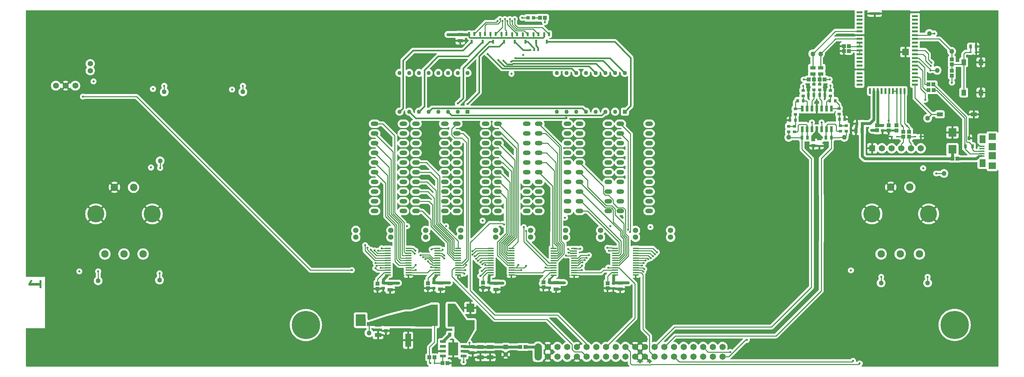
<source format=gbr>
%TF.GenerationSoftware,KiCad,Pcbnew,8.0.8*%
%TF.CreationDate,2025-05-17T22:16:50-04:00*%
%TF.ProjectId,control board,636f6e74-726f-46c2-9062-6f6172642e6b,rev?*%
%TF.SameCoordinates,Original*%
%TF.FileFunction,Copper,L1,Top*%
%TF.FilePolarity,Positive*%
%FSLAX46Y46*%
G04 Gerber Fmt 4.6, Leading zero omitted, Abs format (unit mm)*
G04 Created by KiCad (PCBNEW 8.0.8) date 2025-05-17 22:16:50*
%MOMM*%
%LPD*%
G01*
G04 APERTURE LIST*
%TA.AperFunction,Conductor*%
%ADD10C,0.200000*%
%TD*%
%ADD11C,0.300000*%
%TA.AperFunction,ComponentPad*%
%ADD12C,1.416000*%
%TD*%
%TA.AperFunction,SMDPad,CuDef*%
%ADD13R,0.900000X0.650000*%
%TD*%
%TA.AperFunction,TestPad*%
%ADD14C,1.270000*%
%TD*%
%TA.AperFunction,SMDPad,CuDef*%
%ADD15R,1.000000X1.100000*%
%TD*%
%TA.AperFunction,SMDPad,CuDef*%
%ADD16R,0.640000X0.420000*%
%TD*%
%TA.AperFunction,SMDPad,CuDef*%
%ADD17R,1.470000X0.970000*%
%TD*%
%TA.AperFunction,SMDPad,CuDef*%
%ADD18R,0.940000X0.750000*%
%TD*%
%TA.AperFunction,SMDPad,CuDef*%
%ADD19R,1.100000X1.000000*%
%TD*%
%TA.AperFunction,SMDPad,CuDef*%
%ADD20R,0.650000X0.900000*%
%TD*%
%TA.AperFunction,SMDPad,CuDef*%
%ADD21R,1.500000X1.100000*%
%TD*%
%TA.AperFunction,SMDPad,CuDef*%
%ADD22R,1.500000X0.435000*%
%TD*%
%TA.AperFunction,SMDPad,CuDef*%
%ADD23R,0.780000X0.980000*%
%TD*%
%TA.AperFunction,SMDPad,CuDef*%
%ADD24R,1.650000X0.700000*%
%TD*%
%TA.AperFunction,SMDPad,CuDef*%
%ADD25R,2.600000X3.500000*%
%TD*%
%TA.AperFunction,SMDPad,CuDef*%
%ADD26R,1.600000X3.500000*%
%TD*%
%TA.AperFunction,SMDPad,CuDef*%
%ADD27R,0.750000X0.940000*%
%TD*%
%TA.AperFunction,SMDPad,CuDef*%
%ADD28R,0.500000X1.000000*%
%TD*%
%TA.AperFunction,SMDPad,CuDef*%
%ADD29R,0.450000X0.600000*%
%TD*%
%TA.AperFunction,SMDPad,CuDef*%
%ADD30R,2.150000X2.200000*%
%TD*%
%TA.AperFunction,SMDPad,CuDef*%
%ADD31R,0.650000X1.100000*%
%TD*%
%TA.AperFunction,SMDPad,CuDef*%
%ADD32R,1.500000X0.600000*%
%TD*%
%TA.AperFunction,SMDPad,CuDef*%
%ADD33R,0.600000X1.500000*%
%TD*%
%TA.AperFunction,SMDPad,CuDef*%
%ADD34R,2.790000X0.760000*%
%TD*%
%TA.AperFunction,SMDPad,CuDef*%
%ADD35R,1.780000X1.780000*%
%TD*%
%TA.AperFunction,SMDPad,CuDef*%
%ADD36R,1.000000X0.950000*%
%TD*%
%TA.AperFunction,ComponentPad*%
%ADD37C,4.100000*%
%TD*%
%TA.AperFunction,ConnectorPad*%
%ADD38C,7.400000*%
%TD*%
%TA.AperFunction,SMDPad,CuDef*%
%ADD39R,0.950000X1.000000*%
%TD*%
%TA.AperFunction,ComponentPad*%
%ADD40R,1.650000X1.650000*%
%TD*%
%TA.AperFunction,ComponentPad*%
%ADD41C,1.650000*%
%TD*%
%TA.AperFunction,SMDPad,CuDef*%
%ADD42R,1.820000X1.070000*%
%TD*%
%TA.AperFunction,SMDPad,CuDef*%
%ADD43R,1.300000X1.550000*%
%TD*%
%TA.AperFunction,SMDPad,CuDef*%
%ADD44R,0.650000X1.525000*%
%TD*%
%TA.AperFunction,SMDPad,CuDef*%
%ADD45R,1.700000X5.700000*%
%TD*%
%TA.AperFunction,SMDPad,CuDef*%
%ADD46R,1.350000X0.400000*%
%TD*%
%TA.AperFunction,SMDPad,CuDef*%
%ADD47R,1.600000X2.100000*%
%TD*%
%TA.AperFunction,SMDPad,CuDef*%
%ADD48R,1.900000X1.800000*%
%TD*%
%TA.AperFunction,SMDPad,CuDef*%
%ADD49R,1.900000X1.900000*%
%TD*%
%TA.AperFunction,SMDPad,CuDef*%
%ADD50R,1.250000X0.600000*%
%TD*%
%TA.AperFunction,SMDPad,CuDef*%
%ADD51R,2.150000X2.250000*%
%TD*%
%TA.AperFunction,SMDPad,CuDef*%
%ADD52R,0.970000X1.470000*%
%TD*%
%TA.AperFunction,ComponentPad*%
%ADD53R,1.150000X1.150000*%
%TD*%
%TA.AperFunction,ComponentPad*%
%ADD54C,1.150000*%
%TD*%
%TA.AperFunction,SMDPad,CuDef*%
%ADD55R,0.950000X0.950000*%
%TD*%
%TA.AperFunction,ComponentPad*%
%ADD56O,2.000000X1.200000*%
%TD*%
%TA.AperFunction,ComponentPad*%
%ADD57R,1.100000X1.100000*%
%TD*%
%TA.AperFunction,ComponentPad*%
%ADD58C,1.100000*%
%TD*%
%TA.AperFunction,ComponentPad*%
%ADD59C,1.950000*%
%TD*%
%TA.AperFunction,ComponentPad*%
%ADD60C,4.460000*%
%TD*%
%TA.AperFunction,ComponentPad*%
%ADD61C,1.560000*%
%TD*%
%TA.AperFunction,ViaPad*%
%ADD62C,0.558800*%
%TD*%
%TA.AperFunction,Conductor*%
%ADD63C,0.762000*%
%TD*%
%TA.AperFunction,Conductor*%
%ADD64C,0.250000*%
%TD*%
%TA.AperFunction,Conductor*%
%ADD65C,0.254000*%
%TD*%
%TA.AperFunction,Conductor*%
%ADD66C,0.381000*%
%TD*%
%TA.AperFunction,Conductor*%
%ADD67C,0.508000*%
%TD*%
%TA.AperFunction,Conductor*%
%ADD68C,1.905000*%
%TD*%
G04 APERTURE END LIST*
D10*
%TO.N,/Front Board/VLED*%
X393383000Y-281963500D02*
X393383000Y-283030900D01*
X390970000Y-283030900D01*
X390970000Y-281252900D01*
X393383000Y-281252900D01*
X393383000Y-281963500D01*
%TA.AperFunction,Conductor*%
G36*
X393383000Y-281963500D02*
G01*
X393383000Y-283030900D01*
X390970000Y-283030900D01*
X390970000Y-281252900D01*
X393383000Y-281252900D01*
X393383000Y-281963500D01*
G37*
%TD.AperFunction*%
%TO.N,Net-(D1-K)*%
X419799000Y-281633900D02*
X421831000Y-281633900D01*
X421831000Y-283919900D01*
X419799000Y-287475900D01*
X418275000Y-287475900D01*
X416751000Y-285951900D01*
X416751000Y-283157900D01*
X414973000Y-283157900D01*
X414973000Y-277315900D01*
X416751000Y-277315900D01*
X419799000Y-281633900D01*
%TA.AperFunction,Conductor*%
G36*
X419799000Y-281633900D02*
G01*
X421831000Y-281633900D01*
X421831000Y-283919900D01*
X419799000Y-287475900D01*
X418275000Y-287475900D01*
X416751000Y-285951900D01*
X416751000Y-283157900D01*
X414973000Y-283157900D01*
X414973000Y-277315900D01*
X416751000Y-277315900D01*
X419799000Y-281633900D01*
G37*
%TD.AperFunction*%
%TO.N,Net-(C7-+)*%
X410655000Y-283157900D02*
X394038562Y-283034815D01*
X394013123Y-282217500D01*
X399174200Y-280516300D01*
X403797000Y-279347900D01*
X405321000Y-279347900D01*
X410655000Y-277569900D01*
X410655000Y-283157900D01*
%TA.AperFunction,Conductor*%
G36*
X410655000Y-283157900D02*
G01*
X394038562Y-283034815D01*
X394013123Y-282217500D01*
X399174200Y-280516300D01*
X403797000Y-279347900D01*
X405321000Y-279347900D01*
X410655000Y-277569900D01*
X410655000Y-283157900D01*
G37*
%TD.AperFunction*%
%TO.N,/Front Board/VLED*%
X390970000Y-280109900D02*
X393357600Y-280109900D01*
X393357600Y-281252900D01*
X390970000Y-281252900D01*
X390970000Y-280109900D01*
%TA.AperFunction,Conductor*%
G36*
X390970000Y-280109900D02*
G01*
X393357600Y-280109900D01*
X393357600Y-281252900D01*
X390970000Y-281252900D01*
X390970000Y-280109900D01*
G37*
%TD.AperFunction*%
%TO.N,VCC Signal_F*%
X511658000Y-232334000D02*
X512928000Y-233604000D01*
X512928000Y-233858000D01*
X510087100Y-233858000D01*
X510092411Y-233326520D01*
X511150000Y-231991300D01*
X511150000Y-231572000D01*
X511658000Y-231572000D01*
X511658000Y-232334000D01*
%TA.AperFunction,Conductor*%
G36*
X511658000Y-232334000D02*
G01*
X512928000Y-233604000D01*
X512928000Y-233858000D01*
X510087100Y-233858000D01*
X510092411Y-233326520D01*
X511150000Y-231991300D01*
X511150000Y-231572000D01*
X511658000Y-231572000D01*
X511658000Y-232334000D01*
G37*
%TD.AperFunction*%
D11*
G36*
X308435019Y-273158650D02*
G01*
X308560645Y-273150275D01*
X308642535Y-273127942D01*
X308686272Y-273095372D01*
X308699300Y-273054427D01*
X308699300Y-271185852D01*
X308686272Y-271145838D01*
X308642535Y-271113268D01*
X308560645Y-271090934D01*
X308435019Y-271083490D01*
X308307532Y-271090004D01*
X308223781Y-271110476D01*
X308178183Y-271143046D01*
X308163294Y-271185852D01*
X308163294Y-271815845D01*
X305959715Y-271815845D01*
X306257496Y-271271464D01*
X306292858Y-271172824D01*
X306277038Y-271113268D01*
X306201662Y-271082559D01*
X306050911Y-271075115D01*
X305950410Y-271077906D01*
X305882478Y-271090934D01*
X305835950Y-271118851D01*
X305797797Y-271169102D01*
X305338098Y-271896804D01*
X305321348Y-271929374D01*
X305311111Y-271980555D01*
X305306459Y-272063375D01*
X305304597Y-272195515D01*
X305308320Y-272356503D01*
X305321348Y-272448629D01*
X305346473Y-272490504D01*
X305385557Y-272501671D01*
X308163294Y-272501671D01*
X308163294Y-273053496D01*
X308178183Y-273097233D01*
X308223781Y-273130733D01*
X308307532Y-273152136D01*
X308435019Y-273158650D01*
G37*
%TD*%
D12*
%TO.P,LED12,1,A*%
%TO.N,Net-(LED12-A)*%
X321437400Y-216179600D03*
%TO.P,LED12,2,K*%
%TO.N,Net-(LED12-K)*%
X321437400Y-214350800D03*
%TD*%
D13*
%TO.P,R70,1,1*%
%TO.N,Net-(IC22-OUT_C)*%
X517271400Y-226122500D03*
%TO.P,R70,2,2*%
%TO.N,Net-(C74-Pad1)*%
X517271400Y-227572500D03*
%TD*%
D14*
%TO.P,TP26,1*%
%TO.N,/Front Board/BT Radio/BT In R*%
X510388000Y-211760000D03*
%TD*%
D15*
%TO.P,R29,1,1*%
%TO.N,GND-F*%
X424130200Y-273026600D03*
%TO.P,R29,2,2*%
%TO.N,Net-(IC15-IREF)*%
X424130200Y-271726600D03*
%TD*%
D13*
%TO.P,R69,1,1*%
%TO.N,Net-(IC22-OUT_D)*%
X505841400Y-226166500D03*
%TO.P,R69,2,2*%
%TO.N,Net-(C73-Pad1)*%
X505841400Y-227616500D03*
%TD*%
D14*
%TO.P,TP2,1*%
%TO.N,nDISPLAY_F*%
X340792200Y-221742200D03*
%TD*%
D16*
%TO.P,D16,1,K*%
%TO.N,Net-(D16-K)*%
X537139400Y-233464300D03*
%TO.P,D16,2,A*%
%TO.N,GND-F*%
X538639400Y-233464300D03*
%TD*%
D17*
%TO.P,C68,1,1*%
%TO.N,Net-(C68-Pad1)*%
X512445400Y-217053500D03*
%TO.P,C68,2,2*%
%TO.N,/Front Board/BT Radio/BT In L*%
X512445400Y-215393500D03*
%TD*%
D18*
%TO.P,C27,1,1*%
%TO.N,GND-F*%
X458234200Y-273268600D03*
%TO.P,C27,2,2*%
%TO.N,3V3_F*%
X458234200Y-271868600D03*
%TD*%
D19*
%TO.P,R64,1,1*%
%TO.N,GND-F*%
X518516000Y-210998000D03*
%TO.P,R64,2,2*%
%TO.N,Net-(IC21-AIL)*%
X519816000Y-210998000D03*
%TD*%
D20*
%TO.P,R68,1,1*%
%TO.N,Net-(IC22-OUT_C)*%
X516255400Y-224053500D03*
%TO.P,R68,2,2*%
%TO.N,Net-(IC22--IN_C)*%
X514805400Y-224053500D03*
%TD*%
D19*
%TO.P,R3,1,1*%
%TO.N,Net-(IC1-FB)*%
X411417000Y-291285900D03*
%TO.P,R3,2,2*%
%TO.N,Net-(C7-+)*%
X410117000Y-291285900D03*
%TD*%
D21*
%TO.P,S3,1,COM*%
%TO.N,GND-F*%
X552499400Y-227622300D03*
%TO.P,S3,2,NO*%
%TO.N,/Front Board/BT Radio/MODE*%
X543599400Y-227622300D03*
%TD*%
D18*
%TO.P,C40,1,1*%
%TO.N,GND-F*%
X411244200Y-273138600D03*
%TO.P,C40,2,2*%
%TO.N,3V3_F*%
X411244200Y-271738600D03*
%TD*%
D17*
%TO.P,C44,1,1*%
%TO.N,GND-F*%
X418187000Y-208348800D03*
%TO.P,C44,2,2*%
%TO.N,/Front Board/VLED*%
X418187000Y-206688800D03*
%TD*%
D14*
%TO.P,TP6,1*%
%TO.N,nMULTI1_F*%
X544703400Y-243116300D03*
%TD*%
D22*
%TO.P,IC13,1,GND*%
%TO.N,GND-F*%
X447980200Y-269772600D03*
%TO.P,IC13,2,SIN*%
%TO.N,Net-(IC12-SOUT)*%
X447980200Y-269138600D03*
%TO.P,IC13,3,SCLK*%
%TO.N,BAR SCLK_F*%
X447980200Y-268502600D03*
%TO.P,IC13,4,LAT*%
%TO.N,LATCH_F*%
X447980200Y-267868600D03*
%TO.P,IC13,5,OUT0*%
%TO.N,Net-(IC13-OUT0)*%
X447980200Y-267232600D03*
%TO.P,IC13,6,OUT1*%
%TO.N,Net-(IC13-OUT1)*%
X447980200Y-266598600D03*
%TO.P,IC13,7,OUT2*%
%TO.N,Net-(IC13-OUT2)*%
X447980200Y-265962600D03*
%TO.P,IC13,8,OUT3*%
%TO.N,Net-(IC13-OUT3)*%
X447980200Y-265328600D03*
%TO.P,IC13,9,OUT4*%
%TO.N,Net-(IC13-OUT4)*%
X447980200Y-264692600D03*
%TO.P,IC13,10,OUT5*%
%TO.N,Net-(IC13-OUT5)*%
X447980200Y-264058600D03*
%TO.P,IC13,11,OUT6*%
%TO.N,Net-(IC13-OUT6)*%
X447980200Y-263422600D03*
%TO.P,IC13,12,OUT7*%
%TO.N,Net-(IC13-OUT7)*%
X447980200Y-262788600D03*
%TO.P,IC13,13,OUT8*%
%TO.N,Net-(IC13-OUT8)*%
X442580200Y-262788600D03*
%TO.P,IC13,14,OUT9*%
%TO.N,Net-(IC13-OUT9)*%
X442580200Y-263422600D03*
%TO.P,IC13,15,OUT10*%
%TO.N,Net-(IC13-OUT10)*%
X442580200Y-264058600D03*
%TO.P,IC13,16,OUT11*%
%TO.N,Net-(IC13-OUT11)*%
X442580200Y-264692600D03*
%TO.P,IC13,17,OUT12*%
%TO.N,Net-(IC13-OUT12)*%
X442580200Y-265328600D03*
%TO.P,IC13,18,OUT13*%
%TO.N,Net-(IC13-OUT13)*%
X442580200Y-265962600D03*
%TO.P,IC13,19,OUT14*%
%TO.N,Net-(IC13-OUT14)*%
X442580200Y-266598600D03*
%TO.P,IC13,20,OUT15*%
%TO.N,Net-(IC13-OUT15)*%
X442580200Y-267232600D03*
%TO.P,IC13,21,BLANK*%
%TO.N,BLANK_F*%
X442580200Y-267868600D03*
%TO.P,IC13,22,SOUT*%
%TO.N,Net-(IC13-SOUT)*%
X442580200Y-268502600D03*
%TO.P,IC13,23,IREF*%
%TO.N,Net-(IC13-IREF)*%
X442580200Y-269138600D03*
%TO.P,IC13,24,VCC*%
%TO.N,3V3_F*%
X442580200Y-269772600D03*
%TD*%
D23*
%TO.P,C76,1,1*%
%TO.N,BT L_F*%
X515239400Y-233749500D03*
%TO.P,C76,2,2*%
%TO.N,Net-(IC22--IN_B)*%
X513839400Y-233749500D03*
%TD*%
D17*
%TO.P,C67,1,1*%
%TO.N,Net-(C67-Pad1)*%
X510413400Y-217053500D03*
%TO.P,C67,2,2*%
%TO.N,/Front Board/BT Radio/BT In R*%
X510413400Y-215393500D03*
%TD*%
D19*
%TO.P,R31,1,1*%
%TO.N,Net-(LED5-A)*%
X439049800Y-202336600D03*
%TO.P,R31,2,2*%
%TO.N,3V3_F*%
X440349800Y-202336600D03*
%TD*%
D13*
%TO.P,R65,1,1*%
%TO.N,Net-(IC22--IN_D)*%
X507873400Y-222790500D03*
%TO.P,R65,2,2*%
%TO.N,2V5_F*%
X507873400Y-221340500D03*
%TD*%
D24*
%TO.P,IC1,1,BOOT*%
%TO.N,Net-(IC1-BOOT)*%
X413687000Y-287159900D03*
%TO.P,IC1,2,PG*%
%TO.N,unconnected-(IC1-PG-Pad2)*%
X413687000Y-288429900D03*
%TO.P,IC1,3,~{EN1}*%
%TO.N,GND-F*%
X413687000Y-289699900D03*
%TO.P,IC1,4,FB*%
%TO.N,Net-(IC1-FB)*%
X413687000Y-290969900D03*
%TO.P,IC1,5,EN2*%
%TO.N,Net-(C1-+)*%
X419037000Y-290969900D03*
%TO.P,IC1,6,GND*%
%TO.N,GND-F*%
X419037000Y-289699900D03*
%TO.P,IC1,7,VIN*%
%TO.N,Net-(C1-+)*%
X419037000Y-288429900D03*
%TO.P,IC1,8,SW*%
%TO.N,Net-(D1-K)*%
X419037000Y-287159900D03*
D25*
%TO.P,IC1,9,E.P.*%
%TO.N,GND-F*%
X416362000Y-289064900D03*
%TD*%
D14*
%TO.P,TP30,1*%
%TO.N,BT R_F*%
X504114200Y-233667500D03*
%TD*%
D26*
%TO.P,C7,1,+*%
%TO.N,Net-(C7-+)*%
X404559000Y-281228900D03*
%TO.P,C7,2,-*%
%TO.N,GND-F*%
X404559000Y-286828900D03*
%TD*%
D17*
%TO.P,C42,1,1*%
%TO.N,GND-F*%
X427500200Y-273528600D03*
%TO.P,C42,2,2*%
%TO.N,3V3_F*%
X427500200Y-271868600D03*
%TD*%
D19*
%TO.P,R2,1,1*%
%TO.N,GND-F*%
X414861000Y-292809900D03*
%TO.P,R2,2,2*%
%TO.N,Net-(IC1-FB)*%
X413561000Y-292809900D03*
%TD*%
D13*
%TO.P,R71,1,1*%
%TO.N,Net-(C73-Pad1)*%
X504114200Y-230721100D03*
%TO.P,R71,2,2*%
%TO.N,BT R_F*%
X504114200Y-232171100D03*
%TD*%
D15*
%TO.P,R73,1,1*%
%TO.N,Net-(IC21-SK2_KEY_AD)*%
X532301400Y-230528300D03*
%TO.P,R73,2,2*%
%TO.N,GND-F*%
X532301400Y-231828300D03*
%TD*%
D27*
%TO.P,C74,1,1*%
%TO.N,Net-(C74-Pad1)*%
X517333400Y-228923500D03*
%TO.P,C74,2,2*%
%TO.N,GND-F*%
X518733400Y-228923500D03*
%TD*%
D22*
%TO.P,IC16,1,GND*%
%TO.N,GND-F*%
X417594200Y-269708600D03*
%TO.P,IC16,2,SIN*%
%TO.N,Net-(IC15-SOUT)*%
X417594200Y-269074600D03*
%TO.P,IC16,3,SCLK*%
%TO.N,BAR SCLK_F*%
X417594200Y-268438600D03*
%TO.P,IC16,4,LAT*%
%TO.N,LATCH_F*%
X417594200Y-267804600D03*
%TO.P,IC16,5,OUT0*%
%TO.N,Net-(IC16-OUT0)*%
X417594200Y-267168600D03*
%TO.P,IC16,6,OUT1*%
%TO.N,Net-(IC16-OUT1)*%
X417594200Y-266534600D03*
%TO.P,IC16,7,OUT2*%
%TO.N,Net-(IC16-OUT2)*%
X417594200Y-265898600D03*
%TO.P,IC16,8,OUT3*%
%TO.N,Net-(IC16-OUT3)*%
X417594200Y-265264600D03*
%TO.P,IC16,9,OUT4*%
%TO.N,Net-(IC16-OUT4)*%
X417594200Y-264628600D03*
%TO.P,IC16,10,OUT5*%
%TO.N,Net-(IC16-OUT5)*%
X417594200Y-263994600D03*
%TO.P,IC16,11,OUT6*%
%TO.N,Net-(IC16-OUT6)*%
X417594200Y-263358600D03*
%TO.P,IC16,12,OUT7*%
%TO.N,Net-(IC16-OUT7)*%
X417594200Y-262724600D03*
%TO.P,IC16,13,OUT8*%
%TO.N,Net-(IC16-OUT8)*%
X412194200Y-262724600D03*
%TO.P,IC16,14,OUT9*%
%TO.N,Net-(IC16-OUT9)*%
X412194200Y-263358600D03*
%TO.P,IC16,15,OUT10*%
%TO.N,Net-(IC16-OUT10)*%
X412194200Y-263994600D03*
%TO.P,IC16,16,OUT11*%
%TO.N,Net-(IC16-OUT11)*%
X412194200Y-264628600D03*
%TO.P,IC16,17,OUT12*%
%TO.N,Net-(IC16-OUT12)*%
X412194200Y-265264600D03*
%TO.P,IC16,18,OUT13*%
%TO.N,Net-(IC16-OUT13)*%
X412194200Y-265898600D03*
%TO.P,IC16,19,OUT14*%
%TO.N,Net-(IC16-OUT14)*%
X412194200Y-266534600D03*
%TO.P,IC16,20,OUT15*%
%TO.N,Net-(IC16-OUT15)*%
X412194200Y-267168600D03*
%TO.P,IC16,21,BLANK*%
%TO.N,BLANK_F*%
X412194200Y-267804600D03*
%TO.P,IC16,22,SOUT*%
%TO.N,Net-(IC14-SIN)*%
X412194200Y-268438600D03*
%TO.P,IC16,23,IREF*%
%TO.N,Net-(IC16-IREF)*%
X412194200Y-269074600D03*
%TO.P,IC16,24,VCC*%
%TO.N,3V3_F*%
X412194200Y-269708600D03*
%TD*%
D28*
%TO.P,Q11,1,G*%
%TO.N,/Front Board/LED Display/D6 EN*%
X438649000Y-206618800D03*
%TO.P,Q11,2,S*%
%TO.N,/Front Board/VLED*%
X437349000Y-206618800D03*
%TO.P,Q11,3,D*%
%TO.N,/Front Board/LED Display/D6*%
X437999000Y-208618800D03*
%TD*%
D19*
%TO.P,R63,1,1*%
%TO.N,GND-F*%
X518516000Y-209728000D03*
%TO.P,R63,2,2*%
%TO.N,Net-(IC21-MICN2)*%
X519816000Y-209728000D03*
%TD*%
D29*
%TO.P,C6,1,1*%
%TO.N,Net-(IC1-FB)*%
X411417000Y-292809900D03*
%TO.P,C6,2,2*%
%TO.N,Net-(C7-+)*%
X410467000Y-292809900D03*
%TD*%
D28*
%TO.P,Q8,1,G*%
%TO.N,/Front Board/LED Display/D1 EN*%
X430267000Y-206586800D03*
%TO.P,Q8,2,S*%
%TO.N,/Front Board/VLED*%
X428967000Y-206586800D03*
%TO.P,Q8,3,D*%
%TO.N,/Front Board/LED Display/D1*%
X429617000Y-208586800D03*
%TD*%
D30*
%TO.P,D1,1,K*%
%TO.N,Net-(D1-K)*%
X420815000Y-282755900D03*
%TO.P,D1,2,A*%
%TO.N,GND-F*%
X420815000Y-278355900D03*
%TD*%
D23*
%TO.P,C70,1,1*%
%TO.N,GND-F*%
X513591400Y-222573500D03*
%TO.P,C70,2,2*%
%TO.N,Net-(IC22-+_IN_C)*%
X512191400Y-222573500D03*
%TD*%
D19*
%TO.P,R80,1,1*%
%TO.N,/Front Board/BT Radio/VBUS*%
X546887800Y-239255500D03*
%TO.P,R80,2,2*%
%TO.N,Net-(J1-Pad1)*%
X548187800Y-239255500D03*
%TD*%
D31*
%TO.P,D15,1,1*%
%TO.N,/Front Board/BT Radio/DM*%
X550272400Y-236004300D03*
%TO.P,D15,2,2*%
%TO.N,/Front Board/BT Radio/DP*%
X552192400Y-236004300D03*
%TO.P,D15,3,3*%
%TO.N,GND-F*%
X551232400Y-233904300D03*
%TD*%
D28*
%TO.P,Q6,1,G*%
%TO.N,/Front Board/LED Display/D3 EN*%
X424679000Y-206586800D03*
%TO.P,Q6,2,S*%
%TO.N,/Front Board/VLED*%
X423379000Y-206586800D03*
%TO.P,Q6,3,D*%
%TO.N,/Front Board/LED Display/D3*%
X424029000Y-208586800D03*
%TD*%
D32*
%TO.P,IC21,1,DR1*%
%TO.N,unconnected-(IC21-DR1-Pad1)*%
X522621500Y-200854000D03*
%TO.P,IC21,2,RFS1*%
%TO.N,unconnected-(IC21-RFS1-Pad2)*%
X522621500Y-201854000D03*
%TO.P,IC21,3,SCLK1*%
%TO.N,unconnected-(IC21-SCLK1-Pad3)*%
X522621500Y-202854000D03*
%TO.P,IC21,4,DT1*%
%TO.N,unconnected-(IC21-DT1-Pad4)*%
X522621500Y-203854000D03*
%TO.P,IC21,5,MCLK1*%
%TO.N,unconnected-(IC21-MCLK1-Pad5)*%
X522621500Y-204854000D03*
%TO.P,IC21,6,AOHPR*%
%TO.N,/Front Board/BT Radio/BT In R*%
X522621500Y-205854000D03*
%TO.P,IC21,7,AOHPM*%
%TO.N,GND-F*%
X522621500Y-206854000D03*
%TO.P,IC21,8,AOHPL*%
%TO.N,/Front Board/BT Radio/BT In L*%
X522621500Y-207854000D03*
%TO.P,IC21,9,MICN2*%
%TO.N,Net-(IC21-MICN2)*%
X522621500Y-208854000D03*
%TO.P,IC21,10,MICP2*%
X522621500Y-209854000D03*
%TO.P,IC21,11,AIR*%
%TO.N,Net-(IC21-AIL)*%
X522621500Y-210854000D03*
%TO.P,IC21,12,AIL*%
X522621500Y-211854000D03*
%TO.P,IC21,13,MICN1*%
%TO.N,unconnected-(IC21-MICN1-Pad13)*%
X522621500Y-212854000D03*
%TO.P,IC21,14,MICP1*%
%TO.N,unconnected-(IC21-MICP1-Pad14)*%
X522621500Y-213854000D03*
%TO.P,IC21,15,MICBIAS*%
%TO.N,unconnected-(IC21-MICBIAS-Pad15)*%
X522621500Y-214854000D03*
%TO.P,IC21,16,GND_1*%
%TO.N,GND-F*%
X522621500Y-215854000D03*
%TO.P,IC21,17,DMIC_CLK*%
%TO.N,unconnected-(IC21-DMIC_CLK-Pad17)*%
X522621500Y-216854000D03*
%TO.P,IC21,18,DMIC1_R*%
%TO.N,unconnected-(IC21-DMIC1_R-Pad18)*%
X522621500Y-217854000D03*
%TO.P,IC21,19,DMIC1_L*%
%TO.N,unconnected-(IC21-DMIC1_L-Pad19)*%
X522621500Y-218854000D03*
%TO.P,IC21,20,P3_2*%
%TO.N,unconnected-(IC21-P3_2-Pad20)*%
X522621500Y-219854000D03*
D33*
%TO.P,IC21,21,P2_6*%
%TO.N,unconnected-(IC21-P2_6-Pad21)*%
X525371500Y-221504000D03*
%TO.P,IC21,22,ADAP_IN*%
%TO.N,/Front Board/BT Radio/VBUS*%
X526371500Y-221504000D03*
%TO.P,IC21,23,BAT_IN*%
%TO.N,Net-(IC21-BAT_IN)*%
X527371500Y-221504000D03*
%TO.P,IC21,24,SYS_PWR*%
%TO.N,unconnected-(IC21-SYS_PWR-Pad24)*%
X528371500Y-221504000D03*
%TO.P,IC21,25,VDD_IO*%
%TO.N,unconnected-(IC21-VDD_IO-Pad25)*%
X529371500Y-221504000D03*
%TO.P,IC21,26,PWR_(MFB)*%
%TO.N,MFB_F*%
X530371500Y-221504000D03*
%TO.P,IC21,27,SKI1_AMB_DET*%
%TO.N,Net-(IC21-SK2_KEY_AD)*%
X531371500Y-221504000D03*
%TO.P,IC21,28,SK2_KEY_AD*%
X532371500Y-221504000D03*
%TO.P,IC21,29,P8_6/UART_RXD*%
%TO.N,UART TXD_F*%
X533371500Y-221504000D03*
%TO.P,IC21,30,P8_5/UART_TXD*%
%TO.N,UART RXD_F*%
X534371500Y-221504000D03*
D32*
%TO.P,IC21,31,P3_4/UART_RTS*%
%TO.N,/Front Board/BT Radio/MODE*%
X537121500Y-219854000D03*
%TO.P,IC21,32,LED1*%
%TO.N,unconnected-(IC21-LED1-Pad32)*%
X537121500Y-218854000D03*
%TO.P,IC21,33,P0_2*%
%TO.N,PLAY_PAUSE_F*%
X537121500Y-217854000D03*
%TO.P,IC21,34,LED2*%
%TO.N,unconnected-(IC21-LED2-Pad34)*%
X537121500Y-216854000D03*
%TO.P,IC21,35,P0_6*%
%TO.N,unconnected-(IC21-P0_6-Pad35)*%
X537121500Y-215854000D03*
%TO.P,IC21,36,DM*%
%TO.N,Net-(IC21-DM)*%
X537121500Y-214854000D03*
%TO.P,IC21,37,DP*%
%TO.N,Net-(IC21-DP)*%
X537121500Y-213854000D03*
%TO.P,IC21,38,P0_3*%
%TO.N,REV_F*%
X537121500Y-212854000D03*
%TO.P,IC21,39,P2_7*%
%TO.N,VOL+_F*%
X537121500Y-211854000D03*
%TO.P,IC21,40,P0_5*%
%TO.N,VOL-_F*%
X537121500Y-210854000D03*
%TO.P,IC21,41,P1_6/PWM1*%
%TO.N,unconnected-(IC21-P1_6{slash}PWM1-Pad41)*%
X537121500Y-209854000D03*
%TO.P,IC21,42,P2_3*%
%TO.N,unconnected-(IC21-P2_3-Pad42)*%
X537121500Y-208854000D03*
%TO.P,IC21,43,RST_N*%
%TO.N,/Front Board/BT Radio/RST_N*%
X537121500Y-207854000D03*
%TO.P,IC21,44,P0_1*%
%TO.N,FWD_F*%
X537121500Y-206854000D03*
%TO.P,IC21,45,P0_7*%
%TO.N,unconnected-(IC21-P0_7-Pad45)*%
X537121500Y-205854000D03*
%TO.P,IC21,46,P1_2/TDI_CPU/SCL*%
%TO.N,unconnected-(IC21-P1_2{slash}TDI_CPU{slash}SCL-Pad46)*%
X537121500Y-204854000D03*
%TO.P,IC21,47,P1_3/TCK_CPU/SDA*%
%TO.N,unconnected-(IC21-P1_3{slash}TCK_CPU{slash}SDA-Pad47)*%
X537121500Y-203854000D03*
%TO.P,IC21,48,P3_7/UART_CTS*%
%TO.N,unconnected-(IC21-P3_7{slash}UART_CTS-Pad48)*%
X537121500Y-202854000D03*
%TO.P,IC21,49,P0_0/UART_TX_IND*%
%TO.N,unconnected-(IC21-P0_0{slash}UART_TX_IND-Pad49)*%
X537121500Y-201854000D03*
%TO.P,IC21,50,GND_2*%
%TO.N,GND-F*%
X537121500Y-200854000D03*
D34*
%TO.P,IC21,EP1,GND_3*%
X526581500Y-201174000D03*
D35*
%TO.P,IC21,EP2,GND_4*%
X534641500Y-211284000D03*
%TD*%
D14*
%TO.P,TP31,1*%
%TO.N,BT L_F*%
X518617600Y-233642100D03*
%TD*%
D36*
%TO.P,C4,1,1*%
%TO.N,Net-(C1-+)*%
X421442000Y-288518900D03*
%TO.P,C4,2,2*%
%TO.N,GND-F*%
X421442000Y-290118900D03*
%TD*%
D37*
%TO.P,H6,1*%
%TO.N,unconnected-(H6-Pad1)*%
X547497400Y-282816500D03*
D38*
X547497400Y-282816500D03*
%TD*%
D28*
%TO.P,Q5,1,G*%
%TO.N,/Front Board/LED Display/D4 EN*%
X421855000Y-206586800D03*
%TO.P,Q5,2,S*%
%TO.N,/Front Board/VLED*%
X420555000Y-206586800D03*
%TO.P,Q5,3,D*%
%TO.N,/Front Board/LED Display/D4*%
X421205000Y-208586800D03*
%TD*%
D15*
%TO.P,R26,1,1*%
%TO.N,GND-F*%
X396562200Y-273333600D03*
%TO.P,R26,2,2*%
%TO.N,Net-(IC14-IREF)*%
X396562200Y-272033600D03*
%TD*%
D23*
%TO.P,C71,1,1*%
%TO.N,GND-F*%
X509267400Y-222573500D03*
%TO.P,C71,2,2*%
%TO.N,Net-(IC22-+IN_D)*%
X510667400Y-222573500D03*
%TD*%
D18*
%TO.P,C41,1,1*%
%TO.N,GND-F*%
X425654200Y-273076600D03*
%TO.P,C41,2,2*%
%TO.N,3V3_F*%
X425654200Y-271676600D03*
%TD*%
D23*
%TO.P,C69,1,1*%
%TO.N,GND-F*%
X553067400Y-209812300D03*
%TO.P,C69,2,2*%
%TO.N,Net-(D12-K)*%
X551667400Y-209812300D03*
%TD*%
D37*
%TO.P,H5,1*%
%TO.N,unconnected-(H5-Pad1)*%
X377825400Y-282841900D03*
D38*
X377825400Y-282841900D03*
%TD*%
D15*
%TO.P,R60,1,1*%
%TO.N,/Front Board/BT Radio/RST_N*%
X546779400Y-213226300D03*
%TO.P,R60,2,2*%
%TO.N,Net-(D12-K)*%
X546779400Y-214526300D03*
%TD*%
D39*
%TO.P,C5,1,1*%
%TO.N,Net-(D1-K)*%
X417043000Y-285381900D03*
%TO.P,C5,2,2*%
%TO.N,Net-(IC1-BOOT)*%
X415443000Y-285381900D03*
%TD*%
D18*
%TO.P,C72,1,1*%
%TO.N,GND-F*%
X528650600Y-231878300D03*
%TO.P,C72,2,2*%
%TO.N,Net-(IC21-BAT_IN)*%
X528650600Y-230478300D03*
%TD*%
D40*
%TO.P,J10,1,1*%
%TO.N,VCC_POWER_L_F*%
X438531400Y-291129400D03*
D41*
%TO.P,J10,2,2*%
X438531400Y-288589400D03*
%TO.P,J10,3,3*%
%TO.N,GND-F*%
X441071400Y-291129400D03*
%TO.P,J10,4,4*%
X441071400Y-288589400D03*
%TO.P,J10,5,5*%
%TO.N,nDISPLAY_F*%
X443611400Y-291129400D03*
%TO.P,J10,6,6*%
%TO.N,nMULTI2_F*%
X443611400Y-288589400D03*
%TO.P,J10,7,7*%
%TO.N,nSOURCE_F*%
X446151400Y-291129400D03*
%TO.P,J10,8,8*%
%TO.N,3V3_F*%
X446151400Y-288589400D03*
%TO.P,J10,9,9*%
%TO.N,GND-F*%
X448691400Y-291129400D03*
%TO.P,J10,10,10*%
X448691400Y-288589400D03*
%TO.P,J10,11,11*%
%TO.N,LATCH_F*%
X451231400Y-291129400D03*
%TO.P,J10,12,12*%
%TO.N,DISPLAY LAT_F*%
X451231400Y-288589400D03*
%TO.P,J10,13,13*%
%TO.N,unconnected-(J10-Pad13)*%
X453771400Y-291129400D03*
%TO.P,J10,14,14*%
%TO.N,DISPLAY BLANK_F*%
X453771400Y-288589400D03*
%TO.P,J10,15,15*%
%TO.N,unconnected-(J10-Pad15)*%
X456311400Y-291129400D03*
%TO.P,J10,16,16*%
%TO.N,BLANK_F*%
X456311400Y-288589400D03*
%TO.P,J10,17,17*%
%TO.N,TUNE A_F*%
X458851400Y-291129400D03*
%TO.P,J10,18,18*%
%TO.N,IR IN_F*%
X458851400Y-288589400D03*
%TO.P,J10,19,19*%
%TO.N,TUNE B_F*%
X461391400Y-291129400D03*
%TO.P,J10,20,20*%
%TO.N,PLAY_PAUSE_F*%
X461391400Y-288589400D03*
%TO.P,J10,21,21*%
%TO.N,GND-F*%
X463931400Y-291129400D03*
%TO.P,J10,22,22*%
X463931400Y-288589400D03*
%TO.P,J10,23,23*%
X466471400Y-291129400D03*
%TO.P,J10,24,24*%
X466471400Y-288589400D03*
%TO.P,J10,25,25*%
%TO.N,BAR_F*%
X469011400Y-291129400D03*
%TO.P,J10,26,26*%
%TO.N,BT R_F*%
X469011400Y-288589400D03*
%TO.P,J10,27,27*%
%TO.N,BAR SCLK_F*%
X471551400Y-291129400D03*
%TO.P,J10,28,28*%
%TO.N,BT L_F*%
X471551400Y-288589400D03*
%TO.P,J10,29,29*%
%TO.N,FWD_F*%
X474091400Y-291129400D03*
%TO.P,J10,30,30*%
%TO.N,2V5_F*%
X474091400Y-288589400D03*
%TO.P,J10,31,31*%
%TO.N,REV_F*%
X476631400Y-291129400D03*
%TO.P,J10,32,32*%
%TO.N,VCC Signal_F*%
X476631400Y-288589400D03*
%TO.P,J10,33,33*%
%TO.N,VOL+_F*%
X479171400Y-291129400D03*
%TO.P,J10,34,34*%
%TO.N,VOL A_F*%
X479171400Y-288589400D03*
%TO.P,J10,35,35*%
%TO.N,VOL-_F*%
X481711400Y-291129400D03*
%TO.P,J10,36,36*%
%TO.N,VOL B_F*%
X481711400Y-288589400D03*
%TO.P,J10,37,37*%
%TO.N,nMULTI1_F*%
X484251400Y-291129400D03*
%TO.P,J10,38,38*%
%TO.N,UART TXD_F*%
X484251400Y-288589400D03*
%TO.P,J10,39,39*%
%TO.N,MFB_F*%
X486791400Y-291129400D03*
%TO.P,J10,40,40*%
%TO.N,UART RXD_F*%
X486791400Y-288589400D03*
%TD*%
D19*
%TO.P,R55,1,1*%
%TO.N,Net-(C67-Pad1)*%
X510667400Y-218509500D03*
%TO.P,R55,2,2*%
%TO.N,2V5_F*%
X509367400Y-218509500D03*
%TD*%
D15*
%TO.P,R27,1,1*%
%TO.N,GND-F*%
X439946200Y-272964600D03*
%TO.P,R27,2,2*%
%TO.N,Net-(IC13-IREF)*%
X439946200Y-271664600D03*
%TD*%
D14*
%TO.P,TP8,1*%
%TO.N,VOL B_F*%
X528260700Y-271818300D03*
%TD*%
D15*
%TO.P,R59,1,1*%
%TO.N,Net-(D12-K)*%
X546779400Y-216162300D03*
%TO.P,R59,2,2*%
%TO.N,3V3_F*%
X546779400Y-217462300D03*
%TD*%
D14*
%TO.P,TP33,1*%
%TO.N,FWD_F*%
X540868000Y-206426000D03*
%TD*%
%TO.P,TP10,1*%
%TO.N,TUNE A_F*%
X339547600Y-271043600D03*
%TD*%
D40*
%TO.P,J2,1,1*%
%TO.N,GND-F*%
X525951400Y-236512300D03*
D41*
%TO.P,J2,2,2*%
%TO.N,unconnected-(J2-Pad2)*%
X528491400Y-236512300D03*
%TO.P,J2,3,3*%
%TO.N,unconnected-(J2-Pad3)*%
X531031400Y-236512300D03*
%TO.P,J2,4,4*%
%TO.N,Net-(D13-K)*%
X533571400Y-236512300D03*
%TO.P,J2,5,5*%
%TO.N,Net-(D16-K)*%
X536111400Y-236512300D03*
%TO.P,J2,6,6*%
%TO.N,unconnected-(J2-Pad6)*%
X538651400Y-236512300D03*
%TD*%
D19*
%TO.P,R76,1,1*%
%TO.N,Net-(IC21-DM)*%
X540685600Y-221272300D03*
%TO.P,R76,2,2*%
%TO.N,/Front Board/BT Radio/DM*%
X541985600Y-221272300D03*
%TD*%
D28*
%TO.P,Q7,1,G*%
%TO.N,/Front Board/LED Display/D2 EN*%
X427443000Y-206586800D03*
%TO.P,Q7,2,S*%
%TO.N,/Front Board/VLED*%
X426143000Y-206586800D03*
%TO.P,Q7,3,D*%
%TO.N,/Front Board/LED Display/D2*%
X426793000Y-208586800D03*
%TD*%
D22*
%TO.P,IC12,1,GND*%
%TO.N,GND-F*%
X464076200Y-269708600D03*
%TO.P,IC12,2,SIN*%
%TO.N,BAR_F*%
X464076200Y-269074600D03*
%TO.P,IC12,3,SCLK*%
%TO.N,BAR SCLK_F*%
X464076200Y-268438600D03*
%TO.P,IC12,4,LAT*%
%TO.N,LATCH_F*%
X464076200Y-267804600D03*
%TO.P,IC12,5,OUT0*%
%TO.N,Net-(IC12-OUT0)*%
X464076200Y-267168600D03*
%TO.P,IC12,6,OUT1*%
%TO.N,Net-(IC12-OUT1)*%
X464076200Y-266534600D03*
%TO.P,IC12,7,OUT2*%
%TO.N,Net-(IC12-OUT2)*%
X464076200Y-265898600D03*
%TO.P,IC12,8,OUT3*%
%TO.N,Net-(IC12-OUT3)*%
X464076200Y-265264600D03*
%TO.P,IC12,9,OUT4*%
%TO.N,Net-(IC12-OUT4)*%
X464076200Y-264628600D03*
%TO.P,IC12,10,OUT5*%
%TO.N,Net-(IC12-OUT5)*%
X464076200Y-263994600D03*
%TO.P,IC12,11,OUT6*%
%TO.N,Net-(IC12-OUT6)*%
X464076200Y-263358600D03*
%TO.P,IC12,12,OUT7*%
%TO.N,Net-(IC12-OUT7)*%
X464076200Y-262724600D03*
%TO.P,IC12,13,OUT8*%
%TO.N,Net-(IC12-OUT8)*%
X458676200Y-262724600D03*
%TO.P,IC12,14,OUT9*%
%TO.N,Net-(IC12-OUT9)*%
X458676200Y-263358600D03*
%TO.P,IC12,15,OUT10*%
%TO.N,Net-(IC12-OUT10)*%
X458676200Y-263994600D03*
%TO.P,IC12,16,OUT11*%
%TO.N,Net-(IC12-OUT11)*%
X458676200Y-264628600D03*
%TO.P,IC12,17,OUT12*%
%TO.N,Net-(IC12-OUT12)*%
X458676200Y-265264600D03*
%TO.P,IC12,18,OUT13*%
%TO.N,Net-(IC12-OUT13)*%
X458676200Y-265898600D03*
%TO.P,IC12,19,OUT14*%
%TO.N,Net-(IC12-OUT14)*%
X458676200Y-266534600D03*
%TO.P,IC12,20,OUT15*%
%TO.N,Net-(IC12-OUT15)*%
X458676200Y-267168600D03*
%TO.P,IC12,21,BLANK*%
%TO.N,BLANK_F*%
X458676200Y-267804600D03*
%TO.P,IC12,22,SOUT*%
%TO.N,Net-(IC12-SOUT)*%
X458676200Y-268438600D03*
%TO.P,IC12,23,IREF*%
%TO.N,Net-(IC12-IREF)*%
X458676200Y-269074600D03*
%TO.P,IC12,24,VCC*%
%TO.N,3V3_F*%
X458676200Y-269708600D03*
%TD*%
D42*
%TO.P,C3,1,1*%
%TO.N,Net-(C1-+)*%
X423474000Y-288556900D03*
%TO.P,C3,2,2*%
%TO.N,GND-F*%
X423474000Y-291316900D03*
%TD*%
D15*
%TO.P,R28,1,1*%
%TO.N,GND-F*%
X409720200Y-273168600D03*
%TO.P,R28,2,2*%
%TO.N,Net-(IC16-IREF)*%
X409720200Y-271868600D03*
%TD*%
D36*
%TO.P,C77,1,1*%
%TO.N,VCC Signal_F*%
X510515000Y-234253500D03*
%TO.P,C77,2,2*%
%TO.N,GND-F*%
X510515000Y-235853500D03*
%TD*%
D15*
%TO.P,R61,1,1*%
%TO.N,3V3_F*%
X527177400Y-231777500D03*
%TO.P,R61,2,2*%
%TO.N,Net-(IC21-BAT_IN)*%
X527177400Y-230477500D03*
%TD*%
D43*
%TO.P,S4,1,COM_1*%
%TO.N,Net-(D12-K)*%
X549863400Y-221915300D03*
%TO.P,S4,2,NO_1*%
%TO.N,GND-F*%
X554363400Y-221915300D03*
%TO.P,S4,3,COM_2*%
%TO.N,Net-(D12-K)*%
X549863400Y-213965300D03*
%TO.P,S4,4,NO_2*%
%TO.N,GND-F*%
X554363400Y-213965300D03*
%TD*%
D23*
%TO.P,C75,1,1*%
%TO.N,BT R_F*%
X507579800Y-233749500D03*
%TO.P,C75,2,2*%
%TO.N,Net-(IC22--IN_A)*%
X508979800Y-233749500D03*
%TD*%
D14*
%TO.P,TP7,1*%
%TO.N,VOL A_F*%
X540419400Y-271818300D03*
%TD*%
D27*
%TO.P,C80,1,1*%
%TO.N,GND-F*%
X521905400Y-230060700D03*
%TO.P,C80,2,2*%
%TO.N,/Front Board/BT Radio/VBUS*%
X523305400Y-230060700D03*
%TD*%
D14*
%TO.P,TP1,1*%
%TO.N,Net-(C7-+)*%
X394322800Y-284910500D03*
%TD*%
D17*
%TO.P,C38,1,1*%
%TO.N,GND-F*%
X413022200Y-273460600D03*
%TO.P,C38,2,2*%
%TO.N,3V3_F*%
X413022200Y-271800600D03*
%TD*%
D19*
%TO.P,R77,1,1*%
%TO.N,Net-(IC21-DP)*%
X540653400Y-219748300D03*
%TO.P,R77,2,2*%
%TO.N,/Front Board/BT Radio/DP*%
X541953400Y-219748300D03*
%TD*%
%TO.P,R56,1,1*%
%TO.N,Net-(C68-Pad1)*%
X512191400Y-218509500D03*
%TO.P,R56,2,2*%
%TO.N,2V5_F*%
X513491400Y-218509500D03*
%TD*%
D28*
%TO.P,Q9,1,G*%
%TO.N,/Front Board/LED Display/D8 EN*%
X433061000Y-206602800D03*
%TO.P,Q9,2,S*%
%TO.N,/Front Board/VLED*%
X431761000Y-206602800D03*
%TO.P,Q9,3,D*%
%TO.N,/Front Board/LED Display/D8*%
X432411000Y-208602800D03*
%TD*%
D13*
%TO.P,R57,1,1*%
%TO.N,Net-(C67-Pad1)*%
X510667400Y-219779500D03*
%TO.P,R57,2,2*%
%TO.N,Net-(IC22-+IN_D)*%
X510667400Y-221229500D03*
%TD*%
%TO.P,R74,1,1*%
%TO.N,Net-(C73-Pad1)*%
X505638200Y-230721100D03*
%TO.P,R74,2,2*%
%TO.N,Net-(IC22--IN_A)*%
X505638200Y-232171100D03*
%TD*%
D17*
%TO.P,C28,1,1*%
%TO.N,GND-F*%
X460012200Y-273460600D03*
%TO.P,C28,2,2*%
%TO.N,3V3_F*%
X460012200Y-271800600D03*
%TD*%
D15*
%TO.P,R79,1,1*%
%TO.N,Net-(D16-K)*%
X535603400Y-233464300D03*
%TO.P,R79,2,2*%
%TO.N,UART RXD_F*%
X535603400Y-232164300D03*
%TD*%
D20*
%TO.P,R67,1,1*%
%TO.N,Net-(IC22-OUT_D)*%
X506423400Y-224053500D03*
%TO.P,R67,2,2*%
%TO.N,Net-(IC22--IN_D)*%
X507873400Y-224053500D03*
%TD*%
D42*
%TO.P,C2,1,1*%
%TO.N,Net-(C1-+)*%
X426014000Y-288556900D03*
%TO.P,C2,2,2*%
%TO.N,GND-F*%
X426014000Y-291316900D03*
%TD*%
D17*
%TO.P,C33,1,1*%
%TO.N,GND-F*%
X399864200Y-273625600D03*
%TO.P,C33,2,2*%
%TO.N,3V3_F*%
X399864200Y-271965600D03*
%TD*%
D14*
%TO.P,TP9,1*%
%TO.N,nMULTI2_F*%
X339700000Y-239801600D03*
%TD*%
%TO.P,TP27,1*%
%TO.N,/Front Board/BT Radio/MODE*%
X540429400Y-228638300D03*
%TD*%
D15*
%TO.P,R25,1,1*%
%TO.N,GND-F*%
X456710200Y-273168600D03*
%TO.P,R25,2,2*%
%TO.N,Net-(IC12-IREF)*%
X456710200Y-271868600D03*
%TD*%
D28*
%TO.P,Q12,1,G*%
%TO.N,/Front Board/LED Display/D5 EN*%
X441443000Y-206602800D03*
%TO.P,Q12,2,S*%
%TO.N,/Front Board/VLED*%
X440143000Y-206602800D03*
%TO.P,Q12,3,D*%
%TO.N,/Front Board/LED Display/D5*%
X440793000Y-208602800D03*
%TD*%
D18*
%TO.P,C31,1,1*%
%TO.N,GND-F*%
X441470200Y-273076600D03*
%TO.P,C31,2,2*%
%TO.N,3V3_F*%
X441470200Y-271676600D03*
%TD*%
D16*
%TO.P,D13,1,K*%
%TO.N,Net-(D13-K)*%
X532543400Y-233464300D03*
%TO.P,D13,2,A*%
%TO.N,GND-F*%
X531043400Y-233464300D03*
%TD*%
D13*
%TO.P,R72,1,1*%
%TO.N,Net-(C74-Pad1)*%
X519151000Y-230591900D03*
%TO.P,R72,2,2*%
%TO.N,BT L_F*%
X519151000Y-232041900D03*
%TD*%
D14*
%TO.P,TP4,1*%
%TO.N,nSOURCE_F*%
X361340800Y-221716800D03*
%TD*%
D44*
%TO.P,IC22,1,OUT_A*%
%TO.N,BT R_F*%
X507619400Y-231553500D03*
%TO.P,IC22,2,-IN_A*%
%TO.N,Net-(IC22--IN_A)*%
X508889400Y-231553500D03*
%TO.P,IC22,3,+IN_A*%
%TO.N,2V5_F*%
X510159400Y-231553500D03*
%TO.P,IC22,4,V+*%
%TO.N,VCC Signal_F*%
X511429400Y-231553500D03*
%TO.P,IC22,5,+_IN_B*%
%TO.N,2V5_F*%
X512699400Y-231553500D03*
%TO.P,IC22,6,-IN_B*%
%TO.N,Net-(IC22--IN_B)*%
X513969400Y-231553500D03*
%TO.P,IC22,7,OUT_B*%
%TO.N,BT L_F*%
X515239400Y-231553500D03*
%TO.P,IC22,8,OUT_C*%
%TO.N,Net-(IC22-OUT_C)*%
X515239400Y-226129500D03*
%TO.P,IC22,9,-IN_C*%
%TO.N,Net-(IC22--IN_C)*%
X513969400Y-226129500D03*
%TO.P,IC22,10,+_IN_C*%
%TO.N,Net-(IC22-+_IN_C)*%
X512699400Y-226129500D03*
%TO.P,IC22,11,V-*%
%TO.N,GND-F*%
X511429400Y-226129500D03*
%TO.P,IC22,12,+IN_D*%
%TO.N,Net-(IC22-+IN_D)*%
X510159400Y-226129500D03*
%TO.P,IC22,13,-IN_D*%
%TO.N,Net-(IC22--IN_D)*%
X508889400Y-226129500D03*
%TO.P,IC22,14,OUT_D*%
%TO.N,Net-(IC22-OUT_D)*%
X507619400Y-226129500D03*
%TD*%
D14*
%TO.P,TP11,1*%
%TO.N,TUNE B_F*%
X323494800Y-271246800D03*
%TD*%
%TO.P,TP28,1*%
%TO.N,/Front Board/BT Radio/BT In L*%
X512420000Y-211760000D03*
%TD*%
D17*
%TO.P,C32,1,1*%
%TO.N,GND-F*%
X443248200Y-273398600D03*
%TO.P,C32,2,2*%
%TO.N,3V3_F*%
X443248200Y-271738600D03*
%TD*%
D22*
%TO.P,IC15,1,GND*%
%TO.N,GND-F*%
X431564200Y-269708600D03*
%TO.P,IC15,2,SIN*%
%TO.N,Net-(IC13-SOUT)*%
X431564200Y-269074600D03*
%TO.P,IC15,3,SCLK*%
%TO.N,BAR SCLK_F*%
X431564200Y-268438600D03*
%TO.P,IC15,4,LAT*%
%TO.N,LATCH_F*%
X431564200Y-267804600D03*
%TO.P,IC15,5,OUT0*%
%TO.N,Net-(IC15-OUT0)*%
X431564200Y-267168600D03*
%TO.P,IC15,6,OUT1*%
%TO.N,Net-(IC15-OUT1)*%
X431564200Y-266534600D03*
%TO.P,IC15,7,OUT2*%
%TO.N,Net-(IC15-OUT2)*%
X431564200Y-265898600D03*
%TO.P,IC15,8,OUT3*%
%TO.N,Net-(IC15-OUT3)*%
X431564200Y-265264600D03*
%TO.P,IC15,9,OUT4*%
%TO.N,Net-(IC15-OUT4)*%
X431564200Y-264628600D03*
%TO.P,IC15,10,OUT5*%
%TO.N,Net-(IC15-OUT5)*%
X431564200Y-263994600D03*
%TO.P,IC15,11,OUT6*%
%TO.N,Net-(IC15-OUT6)*%
X431564200Y-263358600D03*
%TO.P,IC15,12,OUT7*%
%TO.N,Net-(IC15-OUT7)*%
X431564200Y-262724600D03*
%TO.P,IC15,13,OUT8*%
%TO.N,Net-(IC15-OUT8)*%
X426164200Y-262724600D03*
%TO.P,IC15,14,OUT9*%
%TO.N,Net-(IC15-OUT9)*%
X426164200Y-263358600D03*
%TO.P,IC15,15,OUT10*%
%TO.N,Net-(IC15-OUT10)*%
X426164200Y-263994600D03*
%TO.P,IC15,16,OUT11*%
%TO.N,Net-(IC15-OUT11)*%
X426164200Y-264628600D03*
%TO.P,IC15,17,OUT12*%
%TO.N,Net-(IC15-OUT12)*%
X426164200Y-265264600D03*
%TO.P,IC15,18,OUT13*%
%TO.N,Net-(IC15-OUT13)*%
X426164200Y-265898600D03*
%TO.P,IC15,19,OUT14*%
%TO.N,Net-(IC15-OUT14)*%
X426164200Y-266534600D03*
%TO.P,IC15,20,OUT15*%
%TO.N,Net-(IC15-OUT15)*%
X426164200Y-267168600D03*
%TO.P,IC15,21,BLANK*%
%TO.N,BLANK_F*%
X426164200Y-267804600D03*
%TO.P,IC15,22,SOUT*%
%TO.N,Net-(IC15-SOUT)*%
X426164200Y-268438600D03*
%TO.P,IC15,23,IREF*%
%TO.N,Net-(IC15-IREF)*%
X426164200Y-269074600D03*
%TO.P,IC15,24,VCC*%
%TO.N,3V3_F*%
X426164200Y-269708600D03*
%TD*%
D14*
%TO.P,TP29,1*%
%TO.N,/Front Board/BT Radio/RST_N*%
X546735400Y-211112300D03*
%TD*%
D18*
%TO.P,C35,1,1*%
%TO.N,GND-F*%
X398086200Y-273179600D03*
%TO.P,C35,2,2*%
%TO.N,3V3_F*%
X398086200Y-271779600D03*
%TD*%
D45*
%TO.P,L1,1,1*%
%TO.N,Net-(D1-K)*%
X415953000Y-280301900D03*
%TO.P,L1,2,2*%
%TO.N,Net-(C7-+)*%
X411453000Y-280301900D03*
%TD*%
D46*
%TO.P,J1,1,1*%
%TO.N,Net-(J1-Pad1)*%
X554653400Y-238584300D03*
%TO.P,J1,2,2*%
%TO.N,/Front Board/BT Radio/DM*%
X554653400Y-237934300D03*
%TO.P,J1,3,3*%
%TO.N,/Front Board/BT Radio/DP*%
X554653400Y-237284300D03*
%TO.P,J1,4,4*%
%TO.N,unconnected-(J1-Pad4)*%
X554653400Y-236634300D03*
%TO.P,J1,5,5*%
%TO.N,GND-F*%
X554653400Y-235984300D03*
D47*
%TO.P,J1,MP1,MP1*%
%TO.N,unconnected-(J1-PadMP1)*%
X554778400Y-240384300D03*
%TO.P,J1,MP2,MP2*%
%TO.N,unconnected-(J1-PadMP2)*%
X554778400Y-234184300D03*
D48*
%TO.P,J1,MP3,MP3*%
%TO.N,unconnected-(J1-PadMP3)*%
X557328400Y-241084300D03*
D49*
%TO.P,J1,MP4,MP4*%
%TO.N,unconnected-(J1-PadMP4)*%
X557328400Y-238484300D03*
%TO.P,J1,MP5,MP5*%
%TO.N,unconnected-(J1-PadMP5)*%
X557328400Y-236084300D03*
D48*
%TO.P,J1,MP6,MP6*%
%TO.N,unconnected-(J1-PadMP6)*%
X557328400Y-233484300D03*
%TD*%
D15*
%TO.P,R78,1,1*%
%TO.N,Net-(D13-K)*%
X534079400Y-233464300D03*
%TO.P,R78,2,2*%
%TO.N,UART TXD_F*%
X534079400Y-232164300D03*
%TD*%
D13*
%TO.P,R75,1,1*%
%TO.N,Net-(C74-Pad1)*%
X517627000Y-230554900D03*
%TO.P,R75,2,2*%
%TO.N,Net-(IC22--IN_B)*%
X517627000Y-232004900D03*
%TD*%
D50*
%TO.P,C78,1,1*%
%TO.N,VCC Signal_F*%
X512140600Y-234153500D03*
%TO.P,C78,2,2*%
%TO.N,GND-F*%
X512140600Y-235953500D03*
%TD*%
D51*
%TO.P,D14,1,K*%
%TO.N,/Front Board/BT Radio/VBUS*%
X546914400Y-236766300D03*
%TO.P,D14,2,A*%
%TO.N,GND-F*%
X546914400Y-232366300D03*
%TD*%
D19*
%TO.P,R4,1,1*%
%TO.N,Net-(C7-+)*%
X394287000Y-282587900D03*
%TO.P,R4,2,2*%
%TO.N,/Front Board/VLED*%
X392987000Y-282587900D03*
%TD*%
D13*
%TO.P,R58,1,1*%
%TO.N,Net-(C68-Pad1)*%
X512191400Y-219779500D03*
%TO.P,R58,2,2*%
%TO.N,Net-(IC22-+_IN_C)*%
X512191400Y-221229500D03*
%TD*%
D28*
%TO.P,Q10,1,G*%
%TO.N,/Front Board/LED Display/D7 EN*%
X435855000Y-206602800D03*
%TO.P,Q10,2,S*%
%TO.N,/Front Board/VLED*%
X434555000Y-206602800D03*
%TO.P,Q10,3,D*%
%TO.N,/Front Board/LED Display/D7*%
X435205000Y-208602800D03*
%TD*%
D13*
%TO.P,R66,1,1*%
%TO.N,Net-(IC22--IN_C)*%
X514985400Y-222790500D03*
%TO.P,R66,2,2*%
%TO.N,2V5_F*%
X514985400Y-221340500D03*
%TD*%
D16*
%TO.P,D12,1,K*%
%TO.N,Net-(D12-K)*%
X551617400Y-211336300D03*
%TO.P,D12,2,A*%
%TO.N,GND-F*%
X553117400Y-211336300D03*
%TD*%
D15*
%TO.P,R62,1,1*%
%TO.N,GND-F*%
X530225400Y-231828300D03*
%TO.P,R62,2,2*%
%TO.N,MFB_F*%
X530225400Y-230528300D03*
%TD*%
D42*
%TO.P,C8,1,1*%
%TO.N,Net-(C7-+)*%
X396685000Y-282731900D03*
%TO.P,C8,2,2*%
%TO.N,GND-F*%
X396685000Y-285491900D03*
%TD*%
D52*
%TO.P,C79,1,1*%
%TO.N,GND-F*%
X521673800Y-231838700D03*
%TO.P,C79,2,2*%
%TO.N,/Front Board/BT Radio/VBUS*%
X523333800Y-231838700D03*
%TD*%
D27*
%TO.P,C73,1,1*%
%TO.N,Net-(C73-Pad1)*%
X505841400Y-229177500D03*
%TO.P,C73,2,2*%
%TO.N,GND-F*%
X504441400Y-229177500D03*
%TD*%
D53*
%TO.P,C1,1,+*%
%TO.N,Net-(C1-+)*%
X430078000Y-288556900D03*
D54*
%TO.P,C1,2,-*%
%TO.N,GND-F*%
X430078000Y-290556900D03*
%TD*%
D36*
%TO.P,C9,1,1*%
%TO.N,Net-(C7-+)*%
X398717000Y-282765900D03*
%TO.P,C9,2,2*%
%TO.N,GND-F*%
X398717000Y-284365900D03*
%TD*%
D22*
%TO.P,IC14,1,GND*%
%TO.N,GND-F*%
X404640200Y-269708600D03*
%TO.P,IC14,2,SIN*%
%TO.N,Net-(IC14-SIN)*%
X404640200Y-269074600D03*
%TO.P,IC14,3,SCLK*%
%TO.N,BAR SCLK_F*%
X404640200Y-268438600D03*
%TO.P,IC14,4,LAT*%
%TO.N,LATCH_F*%
X404640200Y-267804600D03*
%TO.P,IC14,5,OUT0*%
%TO.N,Net-(IC14-OUT0)*%
X404640200Y-267168600D03*
%TO.P,IC14,6,OUT1*%
%TO.N,Net-(IC14-OUT1)*%
X404640200Y-266534600D03*
%TO.P,IC14,7,OUT2*%
%TO.N,Net-(IC14-OUT2)*%
X404640200Y-265898600D03*
%TO.P,IC14,8,OUT3*%
%TO.N,Net-(IC14-OUT3)*%
X404640200Y-265264600D03*
%TO.P,IC14,9,OUT4*%
%TO.N,Net-(IC14-OUT4)*%
X404640200Y-264628600D03*
%TO.P,IC14,10,OUT5*%
%TO.N,Net-(IC14-OUT5)*%
X404640200Y-263994600D03*
%TO.P,IC14,11,OUT6*%
%TO.N,Net-(IC14-OUT6)*%
X404640200Y-263358600D03*
%TO.P,IC14,12,OUT7*%
%TO.N,Net-(IC14-OUT7)*%
X404640200Y-262724600D03*
%TO.P,IC14,13,OUT8*%
%TO.N,Net-(IC14-OUT8)*%
X399240200Y-262724600D03*
%TO.P,IC14,14,OUT9*%
%TO.N,Net-(IC14-OUT9)*%
X399240200Y-263358600D03*
%TO.P,IC14,15,OUT10*%
%TO.N,Net-(IC14-OUT10)*%
X399240200Y-263994600D03*
%TO.P,IC14,16,OUT11*%
%TO.N,Net-(IC14-OUT11)*%
X399240200Y-264628600D03*
%TO.P,IC14,17,OUT12*%
%TO.N,Net-(IC14-OUT12)*%
X399240200Y-265264600D03*
%TO.P,IC14,18,OUT13*%
%TO.N,Net-(IC14-OUT13)*%
X399240200Y-265898600D03*
%TO.P,IC14,19,OUT14*%
%TO.N,Net-(IC14-OUT14)*%
X399240200Y-266534600D03*
%TO.P,IC14,20,OUT15*%
%TO.N,Net-(IC14-OUT15)*%
X399240200Y-267168600D03*
%TO.P,IC14,21,BLANK*%
%TO.N,BLANK_F*%
X399240200Y-267804600D03*
%TO.P,IC14,22,SOUT*%
%TO.N,/Front Board/DISPLAY SIN*%
X399240200Y-268438600D03*
%TO.P,IC14,23,IREF*%
%TO.N,Net-(IC14-IREF)*%
X399240200Y-269074600D03*
%TO.P,IC14,24,VCC*%
%TO.N,3V3_F*%
X399240200Y-269708600D03*
%TD*%
D19*
%TO.P,R1,1,1*%
%TO.N,VCC_POWER_L_F*%
X435219000Y-288569600D03*
%TO.P,R1,2,2*%
%TO.N,Net-(C1-+)*%
X433919000Y-288569600D03*
%TD*%
D55*
%TO.P,LED5,1,K*%
%TO.N,/Front Board/LED Display/SOUT*%
X435889800Y-202336600D03*
%TO.P,LED5,2,A*%
%TO.N,Net-(LED5-A)*%
X437389800Y-202336600D03*
%TD*%
D14*
%TO.P,TP32,1*%
%TO.N,REV_F*%
X542900000Y-216078000D03*
%TD*%
D12*
%TO.P,LED3,1,A*%
%TO.N,/Front Board/VLED*%
X409169000Y-258013400D03*
%TO.P,LED3,2,K*%
%TO.N,Net-(IC14-OUT13)*%
X409169000Y-259842200D03*
%TD*%
D56*
%TO.P,U8,1,A*%
%TO.N,Net-(IC13-OUT14)*%
X428065000Y-252958800D03*
%TO.P,U8,2,B*%
%TO.N,Net-(IC13-OUT15)*%
X428065000Y-250418800D03*
%TO.P,U8,3,C*%
%TO.N,Net-(IC15-OUT0)*%
X428065000Y-247878800D03*
%TO.P,U8,4,D*%
%TO.N,Net-(IC15-OUT1)*%
X428065000Y-245338800D03*
%TO.P,U8,5,E*%
%TO.N,Net-(IC15-OUT2)*%
X428065000Y-242798800D03*
%TO.P,U8,6,F*%
%TO.N,Net-(IC15-OUT3)*%
X428065000Y-240258800D03*
%TO.P,U8,7,G*%
%TO.N,Net-(IC15-OUT4)*%
X428065000Y-237718800D03*
%TO.P,U8,8,H*%
%TO.N,Net-(IC15-OUT5)*%
X428065000Y-235178800D03*
%TO.P,U8,9,I*%
%TO.N,Net-(IC15-OUT6)*%
X428065000Y-232638800D03*
%TO.P,U8,10,J*%
%TO.N,Net-(IC15-OUT7)*%
X428065000Y-230098800D03*
%TO.P,U8,11,COM*%
%TO.N,/Front Board/VLED*%
X435585000Y-230098800D03*
%TO.P,U8,12,COM*%
X435585000Y-232638800D03*
%TO.P,U8,13,COM*%
X435585000Y-235178800D03*
%TO.P,U8,14,COM*%
X435585000Y-237718800D03*
%TO.P,U8,15,COM*%
X435585000Y-240258800D03*
%TO.P,U8,16,COM*%
X435585000Y-242798800D03*
%TO.P,U8,17,COM*%
X435585000Y-245338800D03*
%TO.P,U8,18,COM*%
X435585000Y-247878800D03*
%TO.P,U8,19,COM*%
X435585000Y-250418800D03*
%TO.P,U8,20,COM*%
X435585000Y-252958800D03*
%TD*%
D57*
%TO.P,DS2,1,COMMON_ANODE_D1*%
%TO.N,/Front Board/LED Display/D5*%
X461239000Y-226923800D03*
D58*
%TO.P,DS2,2,COMMON_ANODE_D2*%
%TO.N,/Front Board/LED Display/D6*%
X458699000Y-226923800D03*
%TO.P,DS2,3,CATHODE_D*%
%TO.N,/Front Board/LED Display/D*%
X456159000Y-226923800D03*
%TO.P,DS2,4,ANODE_L1L2*%
%TO.N,unconnected-(DS2-ANODE_L1L2-Pad4)*%
X453619000Y-226923800D03*
%TO.P,DS2,5,CATHODE_E*%
%TO.N,/Front Board/LED Display/E*%
X451079000Y-226923800D03*
%TO.P,DS2,6,COMMON_ANODE_D3*%
%TO.N,/Front Board/LED Display/D7*%
X448539000Y-226923800D03*
%TO.P,DS2,7,CATHODE_DP*%
%TO.N,/Front Board/LED Display/DP*%
X445999000Y-226923800D03*
%TO.P,DS2,8,COMMON_ANODE_D4*%
%TO.N,/Front Board/LED Display/D8*%
X443459000Y-226923800D03*
%TO.P,DS2,9,CATHODE_L3*%
%TO.N,unconnected-(DS2-CATHODE_L3-Pad9)*%
X443459000Y-216763800D03*
%TO.P,DS2,10,ANODE_L3*%
%TO.N,unconnected-(DS2-ANODE_L3-Pad10)*%
X445999000Y-216763800D03*
%TO.P,DS2,11,CATHODE_F*%
%TO.N,/Front Board/LED Display/F*%
X448539000Y-216763800D03*
%TO.P,DS2,12,CATHODE_L1L2*%
%TO.N,unconnected-(DS2-CATHODE_L1L2-Pad12)*%
X451079000Y-216763800D03*
%TO.P,DS2,13,CATHODE_C*%
%TO.N,/Front Board/LED Display/C*%
X453619000Y-216763800D03*
%TO.P,DS2,14,CATHODE_A*%
%TO.N,/Front Board/LED Display/A*%
X456159000Y-216763800D03*
%TO.P,DS2,15,CATHODE_G*%
%TO.N,/Front Board/LED Display/G*%
X458699000Y-216763800D03*
%TO.P,DS2,16,CATHODE_B*%
%TO.N,/Front Board/LED Display/B*%
X461239000Y-216763800D03*
%TD*%
D57*
%TO.P,DS1,1,COMMON_ANODE_D1*%
%TO.N,/Front Board/LED Display/D1*%
X420091000Y-226923800D03*
D58*
%TO.P,DS1,2,COMMON_ANODE_D2*%
%TO.N,/Front Board/LED Display/D2*%
X417551000Y-226923800D03*
%TO.P,DS1,3,CATHODE_D*%
%TO.N,/Front Board/LED Display/D*%
X415011000Y-226923800D03*
%TO.P,DS1,4,ANODE_L1L2*%
%TO.N,unconnected-(DS1-ANODE_L1L2-Pad4)*%
X412471000Y-226923800D03*
%TO.P,DS1,5,CATHODE_E*%
%TO.N,/Front Board/LED Display/E*%
X409931000Y-226923800D03*
%TO.P,DS1,6,COMMON_ANODE_D3*%
%TO.N,/Front Board/LED Display/D3*%
X407391000Y-226923800D03*
%TO.P,DS1,7,CATHODE_DP*%
%TO.N,/Front Board/LED Display/DP*%
X404851000Y-226923800D03*
%TO.P,DS1,8,COMMON_ANODE_D4*%
%TO.N,/Front Board/LED Display/D4*%
X402311000Y-226923800D03*
%TO.P,DS1,9,CATHODE_L3*%
%TO.N,unconnected-(DS1-CATHODE_L3-Pad9)*%
X402311000Y-216763800D03*
%TO.P,DS1,10,ANODE_L3*%
%TO.N,unconnected-(DS1-ANODE_L3-Pad10)*%
X404851000Y-216763800D03*
%TO.P,DS1,11,CATHODE_F*%
%TO.N,/Front Board/LED Display/F*%
X407391000Y-216763800D03*
%TO.P,DS1,12,CATHODE_L1L2*%
%TO.N,unconnected-(DS1-CATHODE_L1L2-Pad12)*%
X409931000Y-216763800D03*
%TO.P,DS1,13,CATHODE_C*%
%TO.N,/Front Board/LED Display/C*%
X412471000Y-216763800D03*
%TO.P,DS1,14,CATHODE_A*%
%TO.N,/Front Board/LED Display/A*%
X415011000Y-216763800D03*
%TO.P,DS1,15,CATHODE_G*%
%TO.N,/Front Board/LED Display/G*%
X417551000Y-216763800D03*
%TO.P,DS1,16,CATHODE_B*%
%TO.N,/Front Board/LED Display/B*%
X420091000Y-216763800D03*
%TD*%
D59*
%TO.P,U2,A1,A1*%
%TO.N,Net-(D10-K)*%
X335259800Y-264220800D03*
%TO.P,U2,B1,B1*%
%TO.N,Net-(D11-K)*%
X330259800Y-264220800D03*
%TO.P,U2,C1,C1*%
%TO.N,Net-(R122-Pad1)*%
X325259800Y-264220800D03*
%TO.P,U2,D1,D1*%
%TO.N,Net-(D9-K)*%
X332759800Y-246720800D03*
%TO.P,U2,E1,E1*%
%TO.N,GND-F*%
X327759800Y-246720800D03*
D60*
%TO.P,U2,MH1,MH1*%
X337659800Y-253720800D03*
%TO.P,U2,MH2,MH2*%
X322859800Y-253720800D03*
%TD*%
D59*
%TO.P,U1,A1,A1*%
%TO.N,Net-(D7-K)*%
X538273400Y-264216300D03*
%TO.P,U1,B1,B1*%
%TO.N,Net-(D8-K)*%
X533273400Y-264216300D03*
%TO.P,U1,C1,C1*%
%TO.N,Net-(R121-Pad1)*%
X528273400Y-264216300D03*
%TO.P,U1,D1,D1*%
%TO.N,Net-(D6-K)*%
X535773400Y-246716300D03*
%TO.P,U1,E1,E1*%
%TO.N,GND-F*%
X530773400Y-246716300D03*
D60*
%TO.P,U1,MH1,MH1*%
X540673400Y-253716300D03*
%TO.P,U1,MH2,MH2*%
X525873400Y-253716300D03*
%TD*%
D56*
%TO.P,U6,1,A*%
%TO.N,Net-(IC13-OUT4)*%
X438733000Y-252958800D03*
%TO.P,U6,2,B*%
%TO.N,Net-(IC13-OUT5)*%
X438733000Y-250418800D03*
%TO.P,U6,3,C*%
%TO.N,Net-(IC13-OUT6)*%
X438733000Y-247878800D03*
%TO.P,U6,4,D*%
%TO.N,Net-(IC13-OUT7)*%
X438733000Y-245338800D03*
%TO.P,U6,5,E*%
%TO.N,Net-(IC13-OUT8)*%
X438733000Y-242798800D03*
%TO.P,U6,6,F*%
%TO.N,Net-(IC13-OUT9)*%
X438733000Y-240258800D03*
%TO.P,U6,7,G*%
%TO.N,Net-(IC13-OUT10)*%
X438733000Y-237718800D03*
%TO.P,U6,8,H*%
%TO.N,Net-(IC13-OUT11)*%
X438733000Y-235178800D03*
%TO.P,U6,9,I*%
%TO.N,Net-(IC13-OUT12)*%
X438733000Y-232638800D03*
%TO.P,U6,10,J*%
%TO.N,Net-(IC13-OUT13)*%
X438733000Y-230098800D03*
%TO.P,U6,11,COM*%
%TO.N,/Front Board/VLED*%
X446253000Y-230098800D03*
%TO.P,U6,12,COM*%
X446253000Y-232638800D03*
%TO.P,U6,13,COM*%
X446253000Y-235178800D03*
%TO.P,U6,14,COM*%
X446253000Y-237718800D03*
%TO.P,U6,15,COM*%
X446253000Y-240258800D03*
%TO.P,U6,16,COM*%
X446253000Y-242798800D03*
%TO.P,U6,17,COM*%
X446253000Y-245338800D03*
%TO.P,U6,18,COM*%
X446253000Y-247878800D03*
%TO.P,U6,19,COM*%
X446253000Y-250418800D03*
%TO.P,U6,20,COM*%
X446253000Y-252958800D03*
%TD*%
%TO.P,U9,1,A*%
%TO.N,Net-(IC15-OUT8)*%
X417273000Y-252958800D03*
%TO.P,U9,2,B*%
%TO.N,Net-(IC15-OUT9)*%
X417273000Y-250418800D03*
%TO.P,U9,3,C*%
%TO.N,Net-(IC15-OUT10)*%
X417273000Y-247878800D03*
%TO.P,U9,4,D*%
%TO.N,Net-(IC15-OUT11)*%
X417273000Y-245338800D03*
%TO.P,U9,5,E*%
%TO.N,Net-(IC15-OUT12)*%
X417273000Y-242798800D03*
%TO.P,U9,6,F*%
%TO.N,Net-(IC15-OUT13)*%
X417273000Y-240258800D03*
%TO.P,U9,7,G*%
%TO.N,Net-(IC15-OUT14)*%
X417273000Y-237718800D03*
%TO.P,U9,8,H*%
%TO.N,Net-(IC15-OUT15)*%
X417273000Y-235178800D03*
%TO.P,U9,9,I*%
%TO.N,Net-(IC16-OUT0)*%
X417273000Y-232638800D03*
%TO.P,U9,10,J*%
%TO.N,Net-(IC16-OUT1)*%
X417273000Y-230098800D03*
%TO.P,U9,11,COM*%
%TO.N,/Front Board/VLED*%
X424793000Y-230098800D03*
%TO.P,U9,12,COM*%
X424793000Y-232638800D03*
%TO.P,U9,13,COM*%
X424793000Y-235178800D03*
%TO.P,U9,14,COM*%
X424793000Y-237718800D03*
%TO.P,U9,15,COM*%
X424793000Y-240258800D03*
%TO.P,U9,16,COM*%
X424793000Y-242798800D03*
%TO.P,U9,17,COM*%
X424793000Y-245338800D03*
%TO.P,U9,18,COM*%
X424793000Y-247878800D03*
%TO.P,U9,19,COM*%
X424793000Y-250418800D03*
%TO.P,U9,20,COM*%
X424793000Y-252958800D03*
%TD*%
D12*
%TO.P,LED8,1,A*%
%TO.N,/Front Board/VLED*%
X445757700Y-258026100D03*
%TO.P,LED8,2,K*%
%TO.N,Net-(IC14-OUT9)*%
X445757700Y-259854900D03*
%TD*%
%TO.P,LED1,1,A*%
%TO.N,/Front Board/VLED*%
X390881000Y-258013400D03*
%TO.P,LED1,2,K*%
%TO.N,Net-(IC14-OUT15)*%
X390881000Y-259842200D03*
%TD*%
%TO.P,LED10,1,A*%
%TO.N,/Front Board/VLED*%
X464033000Y-258013400D03*
%TO.P,LED10,2,K*%
%TO.N,Net-(IC14-OUT7)*%
X464033000Y-259842200D03*
%TD*%
%TO.P,LED2,1,A*%
%TO.N,/Front Board/VLED*%
X400050400Y-258013400D03*
%TO.P,LED2,2,K*%
%TO.N,Net-(IC14-OUT14)*%
X400050400Y-259842200D03*
%TD*%
D56*
%TO.P,U3,1,A*%
%TO.N,Net-(IC12-OUT0)*%
X460069000Y-252958800D03*
%TO.P,U3,2,B*%
%TO.N,Net-(IC12-OUT1)*%
X460069000Y-250418800D03*
%TO.P,U3,3,C*%
%TO.N,Net-(IC12-OUT2)*%
X460069000Y-247878800D03*
%TO.P,U3,4,D*%
%TO.N,Net-(IC12-OUT3)*%
X460069000Y-245338800D03*
%TO.P,U3,5,E*%
%TO.N,Net-(IC12-OUT4)*%
X460069000Y-242798800D03*
%TO.P,U3,6,F*%
%TO.N,Net-(IC12-OUT5)*%
X460069000Y-240258800D03*
%TO.P,U3,7,G*%
%TO.N,Net-(IC12-OUT6)*%
X460069000Y-237718800D03*
%TO.P,U3,8,H*%
%TO.N,Net-(IC12-OUT7)*%
X460069000Y-235178800D03*
%TO.P,U3,9,I*%
%TO.N,Net-(IC12-OUT8)*%
X460069000Y-232638800D03*
%TO.P,U3,10,J*%
%TO.N,Net-(IC12-OUT9)*%
X460069000Y-230098800D03*
%TO.P,U3,11,COM*%
%TO.N,/Front Board/VLED*%
X467589000Y-230098800D03*
%TO.P,U3,12,COM*%
X467589000Y-232638800D03*
%TO.P,U3,13,COM*%
X467589000Y-235178800D03*
%TO.P,U3,14,COM*%
X467589000Y-237718800D03*
%TO.P,U3,15,COM*%
X467589000Y-240258800D03*
%TO.P,U3,16,COM*%
X467589000Y-242798800D03*
%TO.P,U3,17,COM*%
X467589000Y-245338800D03*
%TO.P,U3,18,COM*%
X467589000Y-247878800D03*
%TO.P,U3,19,COM*%
X467589000Y-250418800D03*
%TO.P,U3,20,COM*%
X467589000Y-252958800D03*
%TD*%
D12*
%TO.P,LED9,1,A*%
%TO.N,/Front Board/VLED*%
X454889000Y-258013400D03*
%TO.P,LED9,2,K*%
%TO.N,Net-(IC14-OUT8)*%
X454889000Y-259842200D03*
%TD*%
%TO.P,LED7,1,A*%
%TO.N,/Front Board/VLED*%
X436626400Y-258013400D03*
%TO.P,LED7,2,K*%
%TO.N,Net-(IC14-OUT10)*%
X436626400Y-259842200D03*
%TD*%
D61*
%TO.P,IC2,1,OUT*%
%TO.N,Net-(IC2-OUT)*%
X317531100Y-220105200D03*
%TO.P,IC2,2,GND*%
%TO.N,GND-F*%
X314991100Y-220105200D03*
%TO.P,IC2,3,VS*%
%TO.N,3V3_F*%
X312451100Y-220105200D03*
%TD*%
D12*
%TO.P,LED11,1,A*%
%TO.N,/Front Board/VLED*%
X473202400Y-258013400D03*
%TO.P,LED11,2,K*%
%TO.N,Net-(IC14-OUT6)*%
X473202400Y-259842200D03*
%TD*%
%TO.P,LED6,1,A*%
%TO.N,/Front Board/VLED*%
X427482400Y-258013400D03*
%TO.P,LED6,2,K*%
%TO.N,Net-(IC14-OUT11)*%
X427482400Y-259842200D03*
%TD*%
%TO.P,LED4,1,A*%
%TO.N,/Front Board/VLED*%
X418338400Y-258013400D03*
%TO.P,LED4,2,K*%
%TO.N,Net-(IC14-OUT12)*%
X418338400Y-259842200D03*
%TD*%
D56*
%TO.P,U10,1,A*%
%TO.N,Net-(IC16-OUT2)*%
X406605000Y-252958800D03*
%TO.P,U10,2,B*%
%TO.N,Net-(IC16-OUT3)*%
X406605000Y-250418800D03*
%TO.P,U10,3,C*%
%TO.N,Net-(IC16-OUT4)*%
X406605000Y-247878800D03*
%TO.P,U10,4,D*%
%TO.N,Net-(IC16-OUT5)*%
X406605000Y-245338800D03*
%TO.P,U10,5,E*%
%TO.N,Net-(IC16-OUT6)*%
X406605000Y-242798800D03*
%TO.P,U10,6,F*%
%TO.N,Net-(IC16-OUT7)*%
X406605000Y-240258800D03*
%TO.P,U10,7,G*%
%TO.N,Net-(IC16-OUT8)*%
X406605000Y-237718800D03*
%TO.P,U10,8,H*%
%TO.N,Net-(IC16-OUT9)*%
X406605000Y-235178800D03*
%TO.P,U10,9,I*%
%TO.N,Net-(IC16-OUT10)*%
X406605000Y-232638800D03*
%TO.P,U10,10,J*%
%TO.N,Net-(IC16-OUT11)*%
X406605000Y-230098800D03*
%TO.P,U10,11,COM*%
%TO.N,/Front Board/VLED*%
X414125000Y-230098800D03*
%TO.P,U10,12,COM*%
X414125000Y-232638800D03*
%TO.P,U10,13,COM*%
X414125000Y-235178800D03*
%TO.P,U10,14,COM*%
X414125000Y-237718800D03*
%TO.P,U10,15,COM*%
X414125000Y-240258800D03*
%TO.P,U10,16,COM*%
X414125000Y-242798800D03*
%TO.P,U10,17,COM*%
X414125000Y-245338800D03*
%TO.P,U10,18,COM*%
X414125000Y-247878800D03*
%TO.P,U10,19,COM*%
X414125000Y-250418800D03*
%TO.P,U10,20,COM*%
X414125000Y-252958800D03*
%TD*%
%TO.P,U4,1,A*%
%TO.N,Net-(IC12-OUT10)*%
X449401000Y-252958800D03*
%TO.P,U4,2,B*%
%TO.N,Net-(IC12-OUT11)*%
X449401000Y-250418800D03*
%TO.P,U4,3,C*%
%TO.N,Net-(IC12-OUT12)*%
X449401000Y-247878800D03*
%TO.P,U4,4,D*%
%TO.N,Net-(IC12-OUT13)*%
X449401000Y-245338800D03*
%TO.P,U4,5,E*%
%TO.N,Net-(IC12-OUT14)*%
X449401000Y-242798800D03*
%TO.P,U4,6,F*%
%TO.N,Net-(IC12-OUT15)*%
X449401000Y-240258800D03*
%TO.P,U4,7,G*%
%TO.N,Net-(IC13-OUT0)*%
X449401000Y-237718800D03*
%TO.P,U4,8,H*%
%TO.N,Net-(IC13-OUT1)*%
X449401000Y-235178800D03*
%TO.P,U4,9,I*%
%TO.N,Net-(IC13-OUT2)*%
X449401000Y-232638800D03*
%TO.P,U4,10,J*%
%TO.N,Net-(IC13-OUT3)*%
X449401000Y-230098800D03*
%TO.P,U4,11,COM*%
%TO.N,/Front Board/VLED*%
X456921000Y-230098800D03*
%TO.P,U4,12,COM*%
X456921000Y-232638800D03*
%TO.P,U4,13,COM*%
X456921000Y-235178800D03*
%TO.P,U4,14,COM*%
X456921000Y-237718800D03*
%TO.P,U4,15,COM*%
X456921000Y-240258800D03*
%TO.P,U4,16,COM*%
X456921000Y-242798800D03*
%TO.P,U4,17,COM*%
X456921000Y-245338800D03*
%TO.P,U4,18,COM*%
X456921000Y-247878800D03*
%TO.P,U4,19,COM*%
X456921000Y-250418800D03*
%TO.P,U4,20,COM*%
X456921000Y-252958800D03*
%TD*%
%TO.P,U7,1,A*%
%TO.N,Net-(IC16-OUT12)*%
X395807000Y-252958800D03*
%TO.P,U7,2,B*%
%TO.N,Net-(IC16-OUT13)*%
X395807000Y-250418800D03*
%TO.P,U7,3,C*%
%TO.N,Net-(IC16-OUT14)*%
X395807000Y-247878800D03*
%TO.P,U7,4,D*%
%TO.N,Net-(IC16-OUT15)*%
X395807000Y-245338800D03*
%TO.P,U7,5,E*%
%TO.N,Net-(IC14-OUT0)*%
X395807000Y-242798800D03*
%TO.P,U7,6,F*%
%TO.N,Net-(IC14-OUT1)*%
X395807000Y-240258800D03*
%TO.P,U7,7,G*%
%TO.N,Net-(IC14-OUT2)*%
X395807000Y-237718800D03*
%TO.P,U7,8,H*%
%TO.N,Net-(IC14-OUT3)*%
X395807000Y-235178800D03*
%TO.P,U7,9,I*%
%TO.N,Net-(IC14-OUT4)*%
X395807000Y-232638800D03*
%TO.P,U7,10,J*%
%TO.N,Net-(IC14-OUT5)*%
X395807000Y-230098800D03*
%TO.P,U7,11,COM*%
%TO.N,/Front Board/VLED*%
X403327000Y-230098800D03*
%TO.P,U7,12,COM*%
X403327000Y-232638800D03*
%TO.P,U7,13,COM*%
X403327000Y-235178800D03*
%TO.P,U7,14,COM*%
X403327000Y-237718800D03*
%TO.P,U7,15,COM*%
X403327000Y-240258800D03*
%TO.P,U7,16,COM*%
X403327000Y-242798800D03*
%TO.P,U7,17,COM*%
X403327000Y-245338800D03*
%TO.P,U7,18,COM*%
X403327000Y-247878800D03*
%TO.P,U7,19,COM*%
X403327000Y-250418800D03*
%TO.P,U7,20,COM*%
X403327000Y-252958800D03*
%TD*%
D62*
%TO.N,3V3_F*%
X322291600Y-218983000D03*
%TO.N,Net-(C1-+)*%
X419037000Y-292555900D03*
X420561000Y-287475900D03*
%TO.N,/Front Board/VLED*%
X391224000Y-280490900D03*
X392113000Y-280490900D03*
X392113000Y-281252900D03*
X414503000Y-256946600D03*
X467944600Y-257149800D03*
X415620600Y-206688800D03*
X445592600Y-254711400D03*
X393002000Y-281252900D03*
X391224000Y-281252900D03*
X393002000Y-280490900D03*
X414960200Y-206680000D03*
X416281000Y-206688800D03*
X424053400Y-255498800D03*
X404292200Y-256895800D03*
X457429000Y-256895800D03*
%TO.N,3V3_F*%
X318575800Y-268774800D03*
X525755000Y-231737100D03*
X440360200Y-203479600D03*
X429285800Y-271831000D03*
X539267800Y-241744700D03*
X337845800Y-220965400D03*
X546786200Y-219291100D03*
X445374200Y-271753800D03*
X337321000Y-241546000D03*
X415300600Y-271804600D03*
X462087400Y-271800600D03*
X520370200Y-268516300D03*
X358521400Y-221117800D03*
X402041600Y-271831000D03*
%TO.N,VCC Signal_F*%
X512166000Y-233096000D03*
X510642000Y-233096000D03*
%TO.N,LATCH_F*%
X450063000Y-267233600D03*
X406578200Y-267106600D03*
X433400600Y-267106600D03*
X419786200Y-267106600D03*
X435381800Y-267309800D03*
X466282786Y-268147428D03*
%TO.N,BLANK_F*%
X410591400Y-267716200D03*
X423792708Y-268706800D03*
X456907800Y-267804100D03*
X397434200Y-267817800D03*
X440461800Y-267741600D03*
%TO.N,BAR SCLK_F*%
X419517000Y-268451800D03*
X449997000Y-268451800D03*
X434162600Y-268451800D03*
X466051892Y-268846908D03*
X406512200Y-268451800D03*
%TO.N,DISPLAY LAT_F*%
X429641400Y-256540200D03*
%TO.N,/Front Board/LED Display/D1*%
X420091000Y-224891800D03*
%TO.N,/Front Board/LED Display/B*%
X432638600Y-212877600D03*
%TO.N,/Front Board/LED Display/F*%
X425374200Y-211760000D03*
%TO.N,/Front Board/LED Display/G*%
X431533700Y-213830100D03*
%TO.N,/Front Board/LED Display/A*%
X429514400Y-213563400D03*
%TO.N,/Front Board/LED Display/D2*%
X417551000Y-224790200D03*
%TO.N,/Front Board/LED Display/C*%
X428142800Y-213411000D03*
%TO.N,/Front Board/LED Display/DP*%
X445948200Y-228489800D03*
%TO.N,/Front Board/LED Display/D6*%
X438556800Y-210794800D03*
%TO.N,/Front Board/LED Display/D7*%
X437566200Y-210794800D03*
%TO.N,/Front Board/LED Display/D8*%
X436524800Y-210820200D03*
%TO.N,Net-(IC12-OUT2)*%
X466674600Y-265887400D03*
%TO.N,Net-(IC12-OUT3)*%
X467333437Y-265557981D03*
%TO.N,Net-(IC12-OUT4)*%
X468011780Y-265270867D03*
%TO.N,Net-(IC12-OUT6)*%
X469125107Y-264306562D03*
%TO.N,Net-(IC12-OUT0)*%
X465709400Y-267220400D03*
%TO.N,Net-(IC12-OUT5)*%
X468578552Y-264800385D03*
%TO.N,Net-(IC12-OUT7)*%
X469613807Y-263755422D03*
%TO.N,Net-(IC12-OUT8)*%
X456667000Y-262585400D03*
X462051800Y-257886400D03*
%TO.N,Net-(IC12-OUT9)*%
X462610600Y-258470600D03*
X457073400Y-263347400D03*
%TO.N,Net-(IC12-OUT1)*%
X466166600Y-266547800D03*
%TO.N,Net-(IC13-OUT14)*%
X435394500Y-258216600D03*
%TO.N,Net-(IC13-OUT4)*%
X445846600Y-264617400D03*
%TO.N,Net-(IC13-OUT2)*%
X451231400Y-265227000D03*
%TO.N,Net-(IC13-OUT7)*%
X449583973Y-262825686D03*
%TO.N,Net-(IC13-OUT0)*%
X450164600Y-266446200D03*
%TO.N,Net-(IC13-OUT5)*%
X446507000Y-263906200D03*
%TO.N,Net-(IC13-OUT1)*%
X450771248Y-265811200D03*
%TO.N,Net-(IC13-OUT15)*%
X434810300Y-257200600D03*
%TO.N,Net-(IC13-OUT3)*%
X451841000Y-264566600D03*
%TO.N,Net-(IC13-OUT6)*%
X446450000Y-262896400D03*
%TO.N,Net-(IC14-OUT11)*%
X394741800Y-263093400D03*
%TO.N,Net-(IC14-OUT9)*%
X396723000Y-263347400D03*
%TO.N,Net-(IC14-OUT15)*%
X396310963Y-267297084D03*
%TO.N,Net-(IC14-OUT6)*%
X406273400Y-264109400D03*
%TO.N,Net-(IC14-OUT14)*%
X396062600Y-266598600D03*
%TO.N,Net-(IC14-OUT7)*%
X406476600Y-263347400D03*
%TO.N,/Front Board/DISPLAY SIN*%
X434619800Y-212039400D03*
X431597200Y-216992400D03*
X396011800Y-267970200D03*
%TO.N,Net-(IC14-OUT10)*%
X395764492Y-263289908D03*
%TO.N,Net-(IC14-OUT13)*%
X393327150Y-261925000D03*
%TO.N,Net-(IC14-OUT8)*%
X397637400Y-262724600D03*
%TO.N,Net-(IC14-OUT12)*%
X393929000Y-262636200D03*
%TO.N,Net-(IC15-OUT10)*%
X421964725Y-264822446D03*
%TO.N,Net-(IC15-OUT11)*%
X422357270Y-265445737D03*
%TO.N,Net-(IC15-OUT12)*%
X422838817Y-266003137D03*
%TO.N,Net-(IC15-OUT15)*%
X424764600Y-267106600D03*
%TO.N,Net-(IC15-OUT14)*%
X424002600Y-266903400D03*
%TO.N,Net-(IC15-SOUT)*%
X419227400Y-269341800D03*
X423443800Y-270002200D03*
%TO.N,Net-(IC15-OUT13)*%
X423443329Y-266424026D03*
%TO.N,Net-(IC15-OUT9)*%
X421396915Y-264353218D03*
%TO.N,Net-(IC15-OUT8)*%
X421386399Y-263537550D03*
%TO.N,Net-(IC16-OUT11)*%
X413995000Y-265430200D03*
%TO.N,Net-(IC16-OUT13)*%
X408457800Y-265074600D03*
%TO.N,Net-(IC16-OUT8)*%
X410693000Y-262991800D03*
%TO.N,Net-(IC16-OUT14)*%
X409118200Y-265557200D03*
%TO.N,Net-(IC16-OUT9)*%
X413588600Y-263093400D03*
%TO.N,Net-(IC16-OUT10)*%
X413995000Y-264604016D03*
%TO.N,Net-(IC16-OUT12)*%
X407848200Y-264515800D03*
%TO.N,Net-(IC16-OUT15)*%
X409727800Y-266141400D03*
%TO.N,/Front Board/LED Display/D8 EN*%
X430505000Y-203174800D03*
%TO.N,/Front Board/LED Display/D2 EN*%
X429235000Y-203174800D03*
%TO.N,/Front Board/LED Display/D5 EN*%
X432409000Y-202666800D03*
%TO.N,/Front Board/LED Display/D1 EN*%
X429869000Y-202666800D03*
%TO.N,/Front Board/LED Display/D6 EN*%
X431775000Y-203174800D03*
%TO.N,/Front Board/LED Display/D3 EN*%
X428599000Y-202666800D03*
%TO.N,/Front Board/LED Display/D4 EN*%
X427965000Y-203174800D03*
%TO.N,/Front Board/LED Display/SOUT*%
X434409800Y-202336600D03*
%TO.N,/Front Board/LED Display/D7 EN*%
X431139000Y-202666800D03*
%TO.N,FWD_F*%
X520929000Y-292265300D03*
X542138000Y-206426000D03*
%TO.N,VOL+_F*%
X541281092Y-214967092D03*
%TO.N,REV_F*%
X541122000Y-216078000D03*
%TO.N,MFB_F*%
X493141400Y-286753500D03*
X530225400Y-229197100D03*
%TO.N,UART TXD_F*%
X533781400Y-230670300D03*
%TO.N,PLAY_PAUSE_F*%
X539826600Y-223812300D03*
X522656200Y-292900300D03*
%TO.N,VOL-_F*%
X541376000Y-214046000D03*
%TO.N,UART RXD_F*%
X535026000Y-230644900D03*
%TO.N,2V5_F*%
X508025800Y-218478300D03*
X514985400Y-220053100D03*
X507873400Y-220205500D03*
X510159400Y-229755900D03*
X512699400Y-229755900D03*
X514833000Y-218478300D03*
%TO.N,nDISPLAY_F*%
X340792200Y-220152600D03*
%TO.N,TUNE B_F*%
X323509400Y-268792800D03*
%TO.N,TUNE A_F*%
X339547600Y-269316400D03*
%TO.N,nSOURCE_F*%
X361366200Y-220152600D03*
%TO.N,VOL A_F*%
X540419400Y-270226300D03*
%TO.N,VOL B_F*%
X488823400Y-289903100D03*
X528294700Y-270226300D03*
%TO.N,nMULTI1_F*%
X542671400Y-243116300D03*
%TO.N,nMULTI2_F*%
X339711800Y-241650800D03*
%TO.N,IR IN_F*%
X389865000Y-268452800D03*
X319502600Y-222965800D03*
%TO.N,GND-F*%
X417195400Y-292646300D03*
X448437400Y-286804300D03*
X339700000Y-277800000D03*
X407899000Y-255473400D03*
X352400000Y-252400000D03*
X529867300Y-211811600D03*
X449936000Y-255448000D03*
X393421000Y-258521400D03*
X531188100Y-214250000D03*
X431140000Y-224460000D03*
X553847400Y-281470300D03*
X508025800Y-228333500D03*
X352400000Y-277800000D03*
X405740000Y-224460000D03*
X494640000Y-272720000D03*
X377800000Y-277800000D03*
X327000000Y-239700000D03*
X440461800Y-260070800D03*
X503530000Y-285420000D03*
X454000000Y-282880000D03*
X423266000Y-279070000D03*
X404978000Y-249098000D03*
X508610000Y-280340000D03*
X540385400Y-233464300D03*
X423545400Y-293154300D03*
X425806000Y-274498000D03*
X492100000Y-233350000D03*
X514883800Y-228231900D03*
X377800000Y-207950000D03*
X466700000Y-207950000D03*
X532610500Y-216891600D03*
X461620000Y-219380000D03*
X513690000Y-240970000D03*
X327000000Y-252400000D03*
X451460000Y-221920000D03*
X532257400Y-241338300D03*
X327000000Y-277800000D03*
X515214000Y-210871000D03*
X398907400Y-286296300D03*
X541147400Y-248450300D03*
X426060000Y-219380000D03*
X352400000Y-290500000D03*
X502260000Y-214300000D03*
X377800000Y-265100000D03*
X476606000Y-266116000D03*
X518643000Y-204521000D03*
X531289700Y-208509600D03*
X497129200Y-284505600D03*
X398120000Y-275006000D03*
X409804000Y-236652000D03*
X454000000Y-277800000D03*
X440969800Y-256845000D03*
X461620000Y-285420000D03*
X401930000Y-288214000D03*
X504800000Y-246050000D03*
X324637800Y-250926800D03*
X532305700Y-205563200D03*
X508610000Y-248590000D03*
X418313000Y-254965400D03*
X390500000Y-290500000D03*
X479400000Y-214300000D03*
X314300000Y-265100000D03*
X516724000Y-209728000D03*
X377800000Y-220650000D03*
X398907400Y-289090300D03*
X479400000Y-233350000D03*
X410058000Y-232334000D03*
X339700000Y-265100000D03*
X404978000Y-241478000D03*
X327000000Y-265100000D03*
X428092000Y-266624000D03*
X314300000Y-277800000D03*
X473812000Y-276784000D03*
X429108000Y-258242000D03*
X509143400Y-219951500D03*
X508610000Y-271450000D03*
X492100000Y-258750000D03*
X512242200Y-237477500D03*
X339700000Y-290500000D03*
X421259400Y-292392300D03*
X511429400Y-228282700D03*
X521335400Y-233972300D03*
X418948000Y-276022000D03*
X352400000Y-227000000D03*
X484734000Y-266116000D03*
X528447400Y-248450300D03*
X503072800Y-281483000D03*
X511302400Y-268783000D03*
X513690000Y-248590000D03*
X390500000Y-207950000D03*
X508610000Y-256210000D03*
X511150000Y-247320000D03*
X390500000Y-233350000D03*
X526870100Y-216891600D03*
X511150000Y-253670000D03*
X513690000Y-271450000D03*
X314300000Y-290500000D03*
X431140000Y-219380000D03*
X314300000Y-207950000D03*
X529664100Y-205563200D03*
X443840000Y-277800000D03*
X508889400Y-235851900D03*
X377800000Y-290500000D03*
X446380000Y-219380000D03*
X455143000Y-264515800D03*
X430149400Y-293154300D03*
X466979400Y-286550300D03*
X479400000Y-207950000D03*
X479400000Y-258750000D03*
X463931400Y-286550300D03*
X426060000Y-224460000D03*
X426085400Y-293154300D03*
X377800000Y-233350000D03*
X404749400Y-290360300D03*
X513867800Y-235902700D03*
X377800000Y-246050000D03*
X449809000Y-260553400D03*
X504800000Y-220650000D03*
X352400000Y-207950000D03*
X555117400Y-227622300D03*
X526971700Y-205614000D03*
X511150000Y-240970000D03*
X458318000Y-274752000D03*
X511277000Y-208712000D03*
X396621400Y-287566300D03*
X518643000Y-206807000D03*
X549250000Y-207950000D03*
X529209400Y-233464300D03*
X508991000Y-275717200D03*
X439268000Y-255448000D03*
X460604000Y-254686000D03*
X390500000Y-246050000D03*
X502260000Y-265100000D03*
X442341400Y-292646300D03*
X327000000Y-207950000D03*
X472288000Y-286690000D03*
X513664600Y-220002300D03*
X314300000Y-252400000D03*
X508864000Y-213538000D03*
X467970000Y-277800000D03*
X484480000Y-281610000D03*
X543941400Y-232194300D03*
X441554000Y-274498000D03*
X339700000Y-207950000D03*
X454000000Y-219380000D03*
X407264000Y-288214000D03*
X440055400Y-286804300D03*
X411328000Y-274752000D03*
X390500000Y-220650000D03*
X552323400Y-217970300D03*
X365100000Y-252400000D03*
X467970000Y-282372000D03*
X492100000Y-246050000D03*
X467741400Y-292646300D03*
X466700000Y-214300000D03*
X438760000Y-219380000D03*
X532257400Y-243116300D03*
X533527400Y-291630300D03*
X492100000Y-281610000D03*
X459080000Y-221920000D03*
X436220000Y-224460000D03*
X479400000Y-246050000D03*
X528089300Y-208509600D03*
X492100000Y-220650000D03*
X514198000Y-213538000D03*
X413360000Y-219380000D03*
X514071000Y-205918000D03*
X553847400Y-273850300D03*
X520573400Y-229908300D03*
X482448000Y-286690000D03*
X440055400Y-292646300D03*
X511150000Y-261290000D03*
X504800000Y-276530000D03*
X482295600Y-284581800D03*
X314300000Y-227000000D03*
X365100000Y-227000000D03*
X365100000Y-265100000D03*
X465201400Y-292646300D03*
X489534600Y-284556400D03*
X352400000Y-265100000D03*
X513690000Y-256210000D03*
X419075000Y-270967400D03*
X309982000Y-223190000D03*
X314300000Y-239700000D03*
X449961400Y-292646300D03*
X413360000Y-224460000D03*
X406375000Y-257759400D03*
X365100000Y-207950000D03*
X528089300Y-214250000D03*
X508610000Y-240970000D03*
X352400000Y-239700000D03*
X509194200Y-220713500D03*
X553847400Y-291630300D03*
X433680000Y-277800000D03*
X469367000Y-258013400D03*
X469621000Y-266141400D03*
X327000000Y-290500000D03*
X471780000Y-271704000D03*
X529765700Y-216891600D03*
X513613800Y-220764300D03*
X504800000Y-207950000D03*
X541147400Y-261150300D03*
X466700000Y-220650000D03*
X428600000Y-255448000D03*
X513690000Y-263830000D03*
X443840000Y-224460000D03*
X492100000Y-214300000D03*
X365100000Y-239700000D03*
X337337800Y-263626800D03*
X516724000Y-210998000D03*
X411861400Y-289699900D03*
X523367400Y-281470300D03*
X534137000Y-269926000D03*
X499720000Y-281610000D03*
X365100000Y-290500000D03*
X528447400Y-261150300D03*
X479400000Y-271450000D03*
X365100000Y-277800000D03*
X339700000Y-227000000D03*
X420980000Y-219380000D03*
X510515000Y-237477500D03*
X327000000Y-227000000D03*
X508610000Y-263830000D03*
X492100000Y-207950000D03*
X479400000Y-220650000D03*
X471526000Y-284150000D03*
X553847400Y-261150300D03*
X553847400Y-248450300D03*
X449809000Y-257505400D03*
%TD*%
D63*
%TO.N,Net-(C1-+)*%
X423474000Y-288556900D02*
X421480000Y-288556900D01*
D64*
X419037000Y-290969900D02*
X419037000Y-292555900D01*
X420561000Y-288264900D02*
X420815000Y-288518900D01*
D63*
X426014000Y-288556900D02*
X423474000Y-288556900D01*
X433906300Y-288556900D02*
X430078000Y-288556900D01*
X433919000Y-288569600D02*
X433906300Y-288556900D01*
X426014000Y-288556900D02*
X430078000Y-288556900D01*
X421480000Y-288556900D02*
X421442000Y-288518900D01*
X419126000Y-288518900D02*
X419037000Y-288429900D01*
X420815000Y-288518900D02*
X419126000Y-288518900D01*
D64*
X420561000Y-287475900D02*
X420561000Y-288264900D01*
D63*
X421442000Y-288518900D02*
X420815000Y-288518900D01*
%TO.N,Net-(IC1-BOOT)*%
X415443000Y-285403900D02*
X413687000Y-287159900D01*
D64*
X415443000Y-285381900D02*
X415443000Y-285403900D01*
%TO.N,Net-(IC1-FB)*%
X413561000Y-291095900D02*
X413687000Y-290969900D01*
X413561000Y-292809900D02*
X411417000Y-292809900D01*
X413561000Y-292809900D02*
X413561000Y-291095900D01*
X411417000Y-292809900D02*
X411417000Y-291285900D01*
%TO.N,Net-(C7-+)*%
X410147000Y-292809900D02*
X410117000Y-292779900D01*
D63*
X411417000Y-280337900D02*
X411453000Y-280301900D01*
D65*
X411453000Y-287287500D02*
X410117000Y-288623500D01*
X410117000Y-288623500D02*
X410117000Y-291285900D01*
X394322800Y-282840100D02*
X394431000Y-282731900D01*
D64*
X410467000Y-292809900D02*
X410147000Y-292809900D01*
D65*
X411453000Y-280301900D02*
X411453000Y-287287500D01*
X394322800Y-284910500D02*
X394322800Y-282840100D01*
D64*
X394431000Y-282731900D02*
X394287000Y-282587900D01*
X396719000Y-282765900D02*
X396685000Y-282731900D01*
X410117000Y-292779900D02*
X410117000Y-291285900D01*
X394399000Y-282475900D02*
X394287000Y-282587900D01*
D65*
%TO.N,/Front Board/VLED*%
X428967000Y-206586800D02*
X428967000Y-207580400D01*
X423379000Y-207580400D02*
X423393000Y-207594400D01*
D66*
X423393000Y-207594400D02*
X420802200Y-207594400D01*
D63*
X418187000Y-206688800D02*
X416281000Y-206688800D01*
D65*
X431761000Y-207529600D02*
X431825800Y-207594400D01*
X423379000Y-206586800D02*
X423379000Y-207580400D01*
X426143000Y-207550400D02*
X426187000Y-207594400D01*
X434555000Y-207529600D02*
X434619800Y-207594400D01*
D66*
X426187000Y-207594400D02*
X423393000Y-207594400D01*
X440143000Y-207252800D02*
X439801400Y-207594400D01*
D63*
X415578600Y-206688800D02*
X415569800Y-206680000D01*
D65*
X431761000Y-206602800D02*
X431761000Y-207529600D01*
D66*
X420453000Y-206688800D02*
X420555000Y-206586800D01*
X431825800Y-207594400D02*
X428981000Y-207594400D01*
D63*
X415620600Y-206688800D02*
X415578600Y-206688800D01*
D66*
X420555000Y-207347200D02*
X420555000Y-206586800D01*
D65*
X437349000Y-206618800D02*
X437349000Y-207529600D01*
D66*
X440143000Y-206602800D02*
X440143000Y-207252800D01*
D65*
X434555000Y-206602800D02*
X434555000Y-207529600D01*
D66*
X437413800Y-207594400D02*
X434619800Y-207594400D01*
D63*
X418187000Y-206688800D02*
X420453000Y-206688800D01*
D65*
X428967000Y-207580400D02*
X428981000Y-207594400D01*
D63*
X414960200Y-206680000D02*
X414969000Y-206688800D01*
D65*
X440157000Y-206616800D02*
X440143000Y-206602800D01*
D66*
X428981000Y-207594400D02*
X426187000Y-207594400D01*
X420802200Y-207594400D02*
X420555000Y-207347200D01*
D65*
X391224000Y-280490900D02*
X393002000Y-280490900D01*
X437349000Y-207529600D02*
X437413800Y-207594400D01*
D66*
X439801400Y-207594400D02*
X437413800Y-207594400D01*
X434619800Y-207594400D02*
X431825800Y-207594400D01*
D65*
X426143000Y-206586800D02*
X426143000Y-207550400D01*
D63*
X414969000Y-206688800D02*
X416281000Y-206688800D01*
D65*
%TO.N,/Front Board/BT Radio/BT In L*%
X512445400Y-211785400D02*
X512445400Y-215393500D01*
X522621500Y-207854000D02*
X516326000Y-207854000D01*
X512420000Y-211760000D02*
X512445400Y-211785400D01*
X516326000Y-207854000D02*
X512420000Y-211760000D01*
%TO.N,Net-(C67-Pad1)*%
X510413400Y-217053500D02*
X510413400Y-217195500D01*
X510667400Y-219779500D02*
X510667400Y-218509500D01*
X510667400Y-217449500D02*
X510413400Y-217195500D01*
X510667400Y-217449500D02*
X510667400Y-218509500D01*
%TO.N,Net-(C68-Pad1)*%
X512191400Y-219779500D02*
X512191400Y-218509500D01*
X512191400Y-217449500D02*
X512191400Y-218509500D01*
X512191400Y-217449500D02*
X512445400Y-217195500D01*
X512445400Y-217053500D02*
X512445400Y-217195500D01*
%TO.N,/Front Board/BT Radio/BT In R*%
X522621500Y-205854000D02*
X516294000Y-205854000D01*
X510388000Y-211760000D02*
X510413400Y-211785400D01*
X516294000Y-205854000D02*
X510388000Y-211760000D01*
X510413400Y-211785400D02*
X510413400Y-215393500D01*
%TO.N,Net-(D12-K)*%
X549863400Y-221915300D02*
X549863400Y-213965300D01*
X551667400Y-209812300D02*
X551667400Y-211286300D01*
X549863400Y-213965300D02*
X549863400Y-211794300D01*
X551667400Y-211286300D02*
X551617400Y-211336300D01*
X549863400Y-211794300D02*
X550321400Y-211336300D01*
X550321400Y-211336300D02*
X551617400Y-211336300D01*
X549863400Y-213965300D02*
X549302400Y-214526300D01*
X546779400Y-216162300D02*
X546779400Y-214526300D01*
X549302400Y-214526300D02*
X546779400Y-214526300D01*
%TO.N,Net-(IC22-+_IN_C)*%
X512191400Y-223545500D02*
X512699400Y-224053500D01*
X512191400Y-221229500D02*
X512191400Y-222573500D01*
X512699400Y-224053500D02*
X512699400Y-226129500D01*
X512191400Y-222573500D02*
X512191400Y-223545500D01*
%TO.N,Net-(IC22-+IN_D)*%
X510667400Y-223545500D02*
X510159400Y-224053500D01*
X510667400Y-222573500D02*
X510667400Y-223545500D01*
X510159400Y-224053500D02*
X510159400Y-226129500D01*
X510667400Y-221229500D02*
X510667400Y-222573500D01*
%TO.N,Net-(IC21-BAT_IN)*%
X528649800Y-230477500D02*
X528650600Y-230478300D01*
X527177400Y-230477500D02*
X527116200Y-230416300D01*
D63*
X527371500Y-221504000D02*
X527371500Y-230283400D01*
X527177400Y-230477500D02*
X527228200Y-230528300D01*
X527177400Y-230477500D02*
X528649800Y-230477500D01*
X527371500Y-230283400D02*
X527177400Y-230477500D01*
D65*
%TO.N,Net-(C73-Pad1)*%
X505841400Y-230517900D02*
X505638200Y-230721100D01*
X505841400Y-229177500D02*
X505841400Y-230517900D01*
X504114200Y-230721100D02*
X505638200Y-230721100D01*
X505841400Y-227616500D02*
X505841400Y-228985500D01*
X505841400Y-228985500D02*
X506033400Y-229177500D01*
%TO.N,Net-(C74-Pad1)*%
X517664000Y-230591900D02*
X517627000Y-230554900D01*
X517333400Y-230261300D02*
X517627000Y-230554900D01*
X517333400Y-228923500D02*
X517333400Y-230261300D01*
X519151000Y-230591900D02*
X517664000Y-230591900D01*
X517333400Y-228923500D02*
X517333400Y-227424500D01*
X517271400Y-229047500D02*
X517395400Y-228923500D01*
%TO.N,Net-(IC22--IN_A)*%
X506857400Y-230213100D02*
X508635400Y-230213100D01*
X508979800Y-233749500D02*
X508889400Y-233659100D01*
X508889400Y-230467100D02*
X508889400Y-231553500D01*
X508889400Y-233659100D02*
X508889400Y-231553500D01*
X505638200Y-232171100D02*
X506321800Y-232171100D01*
X506552600Y-231940300D02*
X506552600Y-230517900D01*
X508635400Y-230213100D02*
X508889400Y-230467100D01*
X506552600Y-230517900D02*
X506857400Y-230213100D01*
X506321800Y-232171100D02*
X506552600Y-231940300D01*
%TO.N,Net-(IC22--IN_B)*%
X517627000Y-232004900D02*
X516675600Y-232004900D01*
X516560200Y-231889500D02*
X516560200Y-230517900D01*
X516675600Y-232004900D02*
X516560200Y-231889500D01*
X513969400Y-230517900D02*
X513969400Y-231553500D01*
X513752400Y-233836500D02*
X513839400Y-233749500D01*
X516560200Y-230517900D02*
X516204600Y-230162300D01*
X513839400Y-231683500D02*
X513969400Y-231553500D01*
X514325000Y-230162300D02*
X513969400Y-230517900D01*
X516204600Y-230162300D02*
X514325000Y-230162300D01*
X513839400Y-233749500D02*
X513839400Y-231683500D01*
D63*
%TO.N,/Front Board/BT Radio/VBUS*%
X526371500Y-228966200D02*
X525327800Y-230009900D01*
X525327800Y-230009900D02*
X523305400Y-230009900D01*
X523333800Y-230038300D02*
X523333800Y-231838700D01*
X523305400Y-230009900D02*
X523333800Y-230038300D01*
X546914400Y-236766300D02*
X546914400Y-239228900D01*
X526371500Y-221504000D02*
X526371500Y-228966200D01*
D65*
X546802400Y-236654300D02*
X546914400Y-236766300D01*
D63*
X546887800Y-239255500D02*
X524027800Y-239255500D01*
D65*
X546914400Y-239228900D02*
X546887800Y-239255500D01*
D63*
X523333800Y-238561500D02*
X523333800Y-231838700D01*
X524027800Y-239255500D02*
X523333800Y-238561500D01*
D65*
%TO.N,Net-(D13-K)*%
X533571400Y-236512300D02*
X533571400Y-235452300D01*
X533571400Y-235452300D02*
X534079400Y-234944300D01*
X534079400Y-233464300D02*
X532543400Y-233464300D01*
X534079400Y-234944300D02*
X534079400Y-233464300D01*
%TO.N,/Front Board/BT Radio/DP*%
X550545400Y-234701900D02*
X550545400Y-228340300D01*
X552192400Y-235822500D02*
X551256600Y-234886700D01*
X550730200Y-234886700D02*
X550545400Y-234701900D01*
X552587400Y-237284300D02*
X552192400Y-236889300D01*
X551256600Y-234886700D02*
X550730200Y-234886700D01*
X554653400Y-237284300D02*
X552587400Y-237284300D01*
X552192400Y-236889300D02*
X552192400Y-236004300D01*
X552192400Y-236004300D02*
X552192400Y-235822500D01*
X550545400Y-228340300D02*
X541953400Y-219748300D01*
%TO.N,/Front Board/BT Radio/DM*%
X541985600Y-221272300D02*
X542773000Y-221272300D01*
X551459400Y-237934300D02*
X550272400Y-236747300D01*
X542773000Y-221272300D02*
X550113600Y-228612900D01*
X550272400Y-236747300D02*
X550272400Y-236004300D01*
X550113600Y-228612900D02*
X550113600Y-235845500D01*
X550113600Y-235845500D02*
X550272400Y-236004300D01*
X554653400Y-237934300D02*
X551459400Y-237934300D01*
%TO.N,Net-(D16-K)*%
X536111400Y-236512300D02*
X536111400Y-235286300D01*
X535603400Y-234778300D02*
X535603400Y-233464300D01*
X536111400Y-235286300D02*
X535603400Y-234778300D01*
X537139400Y-233464300D02*
X535603400Y-233464300D01*
D63*
%TO.N,3V3_F*%
X443318000Y-271729400D02*
X441602000Y-271729400D01*
X525795400Y-231777500D02*
X527177400Y-231777500D01*
D65*
X440360200Y-203479600D02*
X440349800Y-203469200D01*
D63*
X413080600Y-271780200D02*
X415355000Y-271780200D01*
D65*
X440349800Y-203469200D02*
X440349800Y-202336600D01*
D63*
X425654200Y-271676600D02*
X425654200Y-270218600D01*
X398086200Y-271779600D02*
X398086200Y-270862600D01*
X399771000Y-271831000D02*
X398179000Y-271831000D01*
X411244200Y-271738600D02*
X411244200Y-270658600D01*
X525755000Y-231737100D02*
X525795400Y-231777500D01*
X398086200Y-270862600D02*
X399008800Y-269940000D01*
D64*
X425654200Y-270218600D02*
X426164200Y-269708600D01*
D65*
X546786200Y-219291100D02*
X546779400Y-219284300D01*
D63*
X460049000Y-271780200D02*
X462124200Y-271780200D01*
X413080600Y-271780200D02*
X411364600Y-271780200D01*
X458234200Y-271868600D02*
X458234200Y-270150600D01*
D66*
X441470200Y-270882600D02*
X442580200Y-269772600D01*
D63*
X411244200Y-270658600D02*
X411912000Y-269990800D01*
X399771000Y-271831000D02*
X402041600Y-271831000D01*
D66*
X399008800Y-269940000D02*
X399240200Y-269708600D01*
D63*
X425904600Y-271831000D02*
X429285800Y-271831000D01*
D66*
X411912000Y-269990800D02*
X412194200Y-269708600D01*
D63*
X441470200Y-271676600D02*
X441470200Y-270882600D01*
X460049000Y-271780200D02*
X458339000Y-271780200D01*
D66*
X458234200Y-270150600D02*
X458676200Y-269708600D01*
D65*
X546779400Y-219284300D02*
X546779400Y-217462300D01*
D63*
X443318000Y-271729400D02*
X445428800Y-271729400D01*
D65*
%TO.N,BT R_F*%
X507579800Y-236777500D02*
X510032400Y-239230100D01*
X504114200Y-232171100D02*
X504114200Y-233515100D01*
X510032400Y-239230100D02*
X510032400Y-272923200D01*
X474238200Y-283362600D02*
X469011400Y-288589400D01*
X510032400Y-272923200D02*
X499593000Y-283362600D01*
X507579800Y-233749500D02*
X507579800Y-236777500D01*
X504196200Y-233749500D02*
X507568600Y-233749500D01*
X499593000Y-283362600D02*
X474238200Y-283362600D01*
X507568600Y-231604300D02*
X507619400Y-231553500D01*
X507568600Y-233749500D02*
X507568600Y-231604300D01*
%TO.N,BT L_F*%
X512648600Y-260882916D02*
X512623200Y-260908316D01*
X512648600Y-248717684D02*
X512648600Y-260882916D01*
X515239400Y-236512300D02*
X512623200Y-239128500D01*
X515239400Y-233749500D02*
X515239400Y-236512300D01*
X512623200Y-248692284D02*
X512648600Y-248717684D01*
X517423800Y-233639900D02*
X518643000Y-233639900D01*
X519151000Y-232041900D02*
X519151000Y-233131900D01*
X512623200Y-239128500D02*
X512623200Y-248692284D01*
X519151000Y-233131900D02*
X518643000Y-233639900D01*
X517314200Y-233749500D02*
X517423800Y-233639900D01*
X515239400Y-233749500D02*
X517314200Y-233749500D01*
X512623200Y-273837600D02*
X500748700Y-285712100D01*
X500748700Y-285712100D02*
X474428700Y-285712100D01*
X515239400Y-233749500D02*
X515239400Y-231553500D01*
X512623200Y-260908316D02*
X512623200Y-273837600D01*
X474428700Y-285712100D02*
X471551400Y-288589400D01*
%TO.N,VCC Signal_F*%
X510667400Y-234435500D02*
X510667400Y-234335500D01*
%TO.N,BAR_F*%
X467690600Y-289808600D02*
X467690600Y-285623200D01*
X465963400Y-269584600D02*
X465453400Y-269074600D01*
X467690600Y-285623200D02*
X465963400Y-283896000D01*
X465963400Y-283896000D02*
X465963400Y-269584600D01*
X465453400Y-269074600D02*
X464076200Y-269074600D01*
X469011400Y-291129400D02*
X467690600Y-289808600D01*
%TO.N,LATCH_F*%
X427228400Y-281356000D02*
X416027000Y-270154600D01*
X416027000Y-270154600D02*
X416027000Y-268428700D01*
X466282786Y-268147428D02*
X465939958Y-267804600D01*
X435381800Y-267309800D02*
X434887000Y-267804600D01*
X419786200Y-267106600D02*
X419088200Y-267804600D01*
X432994200Y-267804600D02*
X432994200Y-267513000D01*
X440919000Y-281356000D02*
X427228400Y-281356000D01*
X450063000Y-267233600D02*
X449428000Y-267868600D01*
X419088200Y-267804600D02*
X417594200Y-267804600D01*
X434887000Y-267804600D02*
X432994200Y-267804600D01*
X449967000Y-289865000D02*
X448088821Y-289865000D01*
X416651100Y-267804600D02*
X417594200Y-267804600D01*
X432994200Y-267513000D02*
X433400600Y-267106600D01*
X448088821Y-289865000D02*
X447446800Y-289222979D01*
X447446800Y-287883800D02*
X440919000Y-281356000D01*
X416027000Y-268428700D02*
X416651100Y-267804600D01*
X405880200Y-267804600D02*
X404640200Y-267804600D01*
X432994200Y-267804600D02*
X431564200Y-267804600D01*
X465939958Y-267804600D02*
X464076200Y-267804600D01*
X449428000Y-267868600D02*
X447980200Y-267868600D01*
X447446800Y-289222979D02*
X447446800Y-287883800D01*
X451231400Y-291129400D02*
X449967000Y-289865000D01*
X406578200Y-267106600D02*
X405880200Y-267804600D01*
%TO.N,BLANK_F*%
X456908300Y-267804600D02*
X458676200Y-267804600D01*
X397447400Y-267804600D02*
X397434200Y-267817800D01*
X440461800Y-267741600D02*
X440588800Y-267868600D01*
X412105800Y-267716200D02*
X412194200Y-267804600D01*
X424694908Y-267804600D02*
X426164200Y-267804600D01*
X399240200Y-267804600D02*
X397447400Y-267804600D01*
X463880600Y-272005000D02*
X459680200Y-267804600D01*
X440588800Y-267868600D02*
X442580200Y-267868600D01*
X410591400Y-267716200D02*
X412105800Y-267716200D01*
X423792708Y-268706800D02*
X424694908Y-267804600D01*
X459680200Y-267804600D02*
X458676200Y-267804600D01*
X463880600Y-281020200D02*
X463880600Y-272005000D01*
X456907800Y-267804100D02*
X456908300Y-267804600D01*
X456311400Y-288589400D02*
X463880600Y-281020200D01*
%TO.N,BAR SCLK_F*%
X419517000Y-268451800D02*
X417607400Y-268451800D01*
X404653400Y-268451800D02*
X404640200Y-268438600D01*
X417607400Y-268451800D02*
X417594200Y-268438600D01*
X466051892Y-268846908D02*
X465643584Y-268438600D01*
X431577400Y-268451800D02*
X431564200Y-268438600D01*
X448031000Y-268451800D02*
X447980200Y-268502600D01*
X406512200Y-268451800D02*
X404653400Y-268451800D01*
X465643584Y-268438600D02*
X464076200Y-268438600D01*
X449997000Y-268451800D02*
X448031000Y-268451800D01*
X434162600Y-268451800D02*
X431577400Y-268451800D01*
%TO.N,DISPLAY LAT_F*%
X427228400Y-280213000D02*
X420802200Y-273786800D01*
X420802200Y-261213800D02*
X425806000Y-256210000D01*
X443636800Y-280213000D02*
X427228400Y-280213000D01*
X451231400Y-287807600D02*
X443636800Y-280213000D01*
X451231400Y-288589400D02*
X451231400Y-287807600D01*
X420802200Y-273786800D02*
X420802200Y-261213800D01*
X429311200Y-256210000D02*
X429641400Y-256540200D01*
X425806000Y-256210000D02*
X429311200Y-256210000D01*
D66*
%TO.N,/Front Board/LED Display/D1*%
X420091000Y-224891800D02*
X423113600Y-221869200D01*
X428374200Y-209829600D02*
X429617000Y-208586800D01*
X423113600Y-212395000D02*
X425679000Y-209829600D01*
X423113600Y-221869200D02*
X423113600Y-212395000D01*
X425679000Y-209829600D02*
X428374200Y-209829600D01*
%TO.N,/Front Board/LED Display/D4*%
X421205000Y-208586800D02*
X418895400Y-210896400D01*
X403229300Y-226005500D02*
X402311000Y-226923800D01*
X405841600Y-210896400D02*
X403229300Y-213508700D01*
X403229300Y-213508700D02*
X403229300Y-226005500D01*
X418895400Y-210896400D02*
X405841600Y-210896400D01*
%TO.N,/Front Board/LED Display/E*%
X450160700Y-226005500D02*
X451079000Y-226923800D01*
X409931000Y-226923800D02*
X410849300Y-226005500D01*
X410849300Y-226005500D02*
X450160700Y-226005500D01*
%TO.N,/Front Board/LED Display/D*%
X415929300Y-227842100D02*
X415011000Y-226923800D01*
X456159000Y-226923800D02*
X455240700Y-227842100D01*
X455240700Y-227842100D02*
X415929300Y-227842100D01*
%TO.N,/Front Board/LED Display/B*%
X457352800Y-212877600D02*
X432638600Y-212877600D01*
X461239000Y-216763800D02*
X457352800Y-212877600D01*
%TO.N,/Front Board/LED Display/F*%
X429133400Y-215595400D02*
X425323400Y-211785400D01*
X448539000Y-216763800D02*
X447370600Y-215595400D01*
X447370600Y-215595400D02*
X429133400Y-215595400D01*
%TO.N,/Front Board/LED Display/G*%
X455536700Y-213601500D02*
X431762300Y-213601500D01*
X458699000Y-216763800D02*
X455536700Y-213601500D01*
X431762300Y-213601500D02*
X431533700Y-213830100D01*
%TO.N,/Front Board/LED Display/A*%
X431967087Y-214312700D02*
X431801987Y-214477800D01*
X453707900Y-214312700D02*
X431967087Y-214312700D01*
X430428800Y-214477800D02*
X429514400Y-213563400D01*
X431801987Y-214477800D02*
X430428800Y-214477800D01*
X456159000Y-216763800D02*
X453707900Y-214312700D01*
%TO.N,/Front Board/LED Display/D3*%
X408813400Y-225501400D02*
X407391000Y-226923800D01*
X412420200Y-212395000D02*
X408813400Y-216001800D01*
X408813400Y-216001800D02*
X408813400Y-225501400D01*
X420220800Y-212395000D02*
X412420200Y-212395000D01*
X424029000Y-208586800D02*
X420220800Y-212395000D01*
%TO.N,/Front Board/LED Display/D2*%
X425855000Y-208586800D02*
X418948000Y-215493800D01*
X426793000Y-208586800D02*
X425855000Y-208586800D01*
X418948000Y-223393200D02*
X417551000Y-224790200D01*
X418948000Y-215493800D02*
X418948000Y-223393200D01*
%TO.N,/Front Board/LED Display/C*%
X453619000Y-216763800D02*
X451828300Y-214973100D01*
X429768400Y-215036600D02*
X428142800Y-213411000D01*
X432096950Y-214973100D02*
X432033450Y-215036600D01*
X432033450Y-215036600D02*
X429768400Y-215036600D01*
X451828300Y-214973100D02*
X432096950Y-214973100D01*
%TO.N,/Front Board/LED Display/DP*%
X445948200Y-228489800D02*
X445812400Y-228625600D01*
X445812400Y-228625600D02*
X406552800Y-228625600D01*
X445948200Y-228489800D02*
X445999000Y-228540600D01*
X406552800Y-228625600D02*
X404851000Y-226923800D01*
%TO.N,/Front Board/LED Display/D6*%
X437999000Y-209627400D02*
X437999000Y-208618800D01*
X438556800Y-210794800D02*
X438556800Y-210185200D01*
X438556800Y-210185200D02*
X437999000Y-209627400D01*
%TO.N,/Front Board/LED Display/D7*%
X435836000Y-208602800D02*
X435205000Y-208602800D01*
X437566200Y-210794800D02*
X437566200Y-210333000D01*
X437566200Y-210333000D02*
X435836000Y-208602800D01*
%TO.N,/Front Board/LED Display/D5*%
X462788400Y-225374400D02*
X461239000Y-226923800D01*
X458615200Y-208602800D02*
X462788400Y-212776000D01*
X440793000Y-208602800D02*
X458615200Y-208602800D01*
X462788400Y-212776000D02*
X462788400Y-225374400D01*
%TO.N,/Front Board/LED Display/D8*%
X434628400Y-210820200D02*
X432411000Y-208602800D01*
X436524800Y-210820200D02*
X434628400Y-210820200D01*
D65*
%TO.N,Net-(IC12-OUT2)*%
X466663400Y-265898600D02*
X466674600Y-265887400D01*
X464076200Y-265898600D02*
X466663400Y-265898600D01*
%TO.N,Net-(IC12-OUT11)*%
X460223000Y-260858200D02*
X449783600Y-250418800D01*
X460223000Y-264085800D02*
X460223000Y-260858200D01*
X449783600Y-250418800D02*
X449401000Y-250418800D01*
X458676200Y-264628600D02*
X459680200Y-264628600D01*
X459680200Y-264628600D02*
X460223000Y-264085800D01*
%TO.N,Net-(IC12-OUT3)*%
X467040056Y-265264600D02*
X464076200Y-265264600D01*
X467333437Y-265557981D02*
X467040056Y-265264600D01*
%TO.N,Net-(IC12-OUT4)*%
X467369513Y-264628600D02*
X464076200Y-264628600D01*
X468011780Y-265270867D02*
X467369513Y-264628600D01*
%TO.N,Net-(IC12-OUT15)*%
X458676200Y-267168600D02*
X459680200Y-267168600D01*
X456965380Y-248783600D02*
X456146220Y-248783600D01*
X458225800Y-250936400D02*
X458225800Y-250044020D01*
X459343400Y-252054000D02*
X458225800Y-250936400D01*
X461416800Y-252627020D02*
X460843780Y-252054000D01*
X462153400Y-259672956D02*
X461416800Y-258936356D01*
X458225800Y-250044020D02*
X456965380Y-248783600D01*
X460843780Y-252054000D02*
X459343400Y-252054000D01*
X462153400Y-264695400D02*
X462153400Y-259672956D01*
X459680200Y-267168600D02*
X462153400Y-264695400D01*
X461416800Y-258936356D02*
X461416800Y-252627020D01*
X456146220Y-248783600D02*
X455616200Y-248253580D01*
X455616200Y-246474000D02*
X449401000Y-240258800D01*
X455616200Y-248253580D02*
X455616200Y-246474000D01*
%TO.N,Net-(IC12-OUT6)*%
X469125107Y-264306562D02*
X468177145Y-263358600D01*
X468177145Y-263358600D02*
X464076200Y-263358600D01*
%TO.N,Net-(IC12-OUT10)*%
X459731000Y-263880900D02*
X459731000Y-261179000D01*
X458676200Y-263994600D02*
X459617300Y-263994600D01*
X459731000Y-261179000D02*
X451510800Y-252958800D01*
X451510800Y-252958800D02*
X449401000Y-252958800D01*
X459617300Y-263994600D02*
X459731000Y-263880900D01*
%TO.N,Net-(IC12-OUT0)*%
X465709400Y-267220400D02*
X465657600Y-267168600D01*
X465657600Y-267168600D02*
X464076200Y-267168600D01*
%TO.N,Net-(IC12-OUT5)*%
X468578552Y-264800385D02*
X467772767Y-263994600D01*
X467772767Y-263994600D02*
X464076200Y-263994600D01*
%TO.N,Net-(IC12-OUT7)*%
X468582985Y-262724600D02*
X464076200Y-262724600D01*
X469613807Y-263755422D02*
X468582985Y-262724600D01*
%TO.N,Net-(IC12-OUT12)*%
X449682000Y-247878800D02*
X449401000Y-247878800D01*
X458676200Y-265264600D02*
X459680200Y-265264600D01*
X460121400Y-259472930D02*
X460121400Y-258318200D01*
X459680200Y-265264600D02*
X460858000Y-264086800D01*
X460858000Y-264086800D02*
X460858000Y-260209530D01*
X460121400Y-258318200D02*
X449682000Y-247878800D01*
X460858000Y-260209530D02*
X460121400Y-259472930D01*
%TO.N,Net-(IC12-OUT8)*%
X456667000Y-262585400D02*
X457848784Y-262585400D01*
X457848784Y-262585400D02*
X457987984Y-262724600D01*
X462051800Y-234621600D02*
X460069000Y-232638800D01*
X457987984Y-262724600D02*
X458676200Y-262724600D01*
X462051800Y-257810200D02*
X462051800Y-234621600D01*
%TO.N,Net-(IC12-OUT9)*%
X457733100Y-263358600D02*
X458676200Y-263358600D01*
X462712200Y-232742000D02*
X460069000Y-230098800D01*
X457721900Y-263347400D02*
X457733100Y-263358600D01*
X462610600Y-258470600D02*
X462712200Y-258369000D01*
X462712200Y-258369000D02*
X462712200Y-232742000D01*
X457073400Y-263347400D02*
X457721900Y-263347400D01*
%TO.N,Net-(IC12-OUT1)*%
X466153400Y-266534600D02*
X466166600Y-266547800D01*
X464076200Y-266534600D02*
X466153400Y-266534600D01*
%TO.N,Net-(IC12-OUT14)*%
X461721600Y-259851814D02*
X460985000Y-259115214D01*
X457874638Y-251622200D02*
X456444820Y-251622200D01*
X461721600Y-264493200D02*
X461721600Y-259851814D01*
X459680200Y-266534600D02*
X461721600Y-264493200D01*
X458676200Y-266534600D02*
X459680200Y-266534600D01*
X460985000Y-259115214D02*
X460985000Y-256276800D01*
X451485400Y-246662780D02*
X451485400Y-244883200D01*
X451485400Y-244883200D02*
X449401000Y-242798800D01*
X456444820Y-251622200D02*
X451485400Y-246662780D01*
X458657600Y-253949400D02*
X458657600Y-252405162D01*
X460985000Y-256276800D02*
X458657600Y-253949400D01*
X458657600Y-252405162D02*
X457874638Y-251622200D01*
%TO.N,Net-(IC12-SOUT)*%
X458676200Y-268438600D02*
X455699800Y-268438600D01*
X454999800Y-269138600D02*
X447980200Y-269138600D01*
X455699800Y-268438600D02*
X454999800Y-269138600D01*
D64*
%TO.N,Net-(IC12-IREF)*%
X457676200Y-269074600D02*
X458676200Y-269074600D01*
X456710200Y-270040600D02*
X457676200Y-269074600D01*
X456710200Y-271868600D02*
X456710200Y-270040600D01*
D65*
%TO.N,Net-(IC12-OUT13)*%
X460553200Y-258139342D02*
X458225800Y-255811942D01*
X460553200Y-259294072D02*
X460553200Y-258139342D01*
X458225800Y-255811942D02*
X458225800Y-252584020D01*
X461289800Y-260030672D02*
X460553200Y-259294072D01*
X457695780Y-252054000D02*
X456116200Y-252054000D01*
X456116200Y-252054000D02*
X449401000Y-245338800D01*
X458676200Y-265898600D02*
X459680200Y-265898600D01*
X459680200Y-265898600D02*
X461289800Y-264289000D01*
X461289800Y-264289000D02*
X461289800Y-260030672D01*
X458225800Y-252584020D02*
X457695780Y-252054000D01*
%TO.N,Net-(IC13-OUT14)*%
X441427000Y-266598600D02*
X442580200Y-266598600D01*
X435394500Y-258216600D02*
X435394500Y-260566100D01*
X435394500Y-260566100D02*
X441427000Y-266598600D01*
%TO.N,Net-(IC13-OUT4)*%
X445921800Y-264692600D02*
X447980200Y-264692600D01*
X445846600Y-264617400D02*
X445921800Y-264692600D01*
%TO.N,Net-(IC13-OUT2)*%
X449691900Y-265227000D02*
X448956300Y-265962600D01*
X451231400Y-265227000D02*
X449691900Y-265227000D01*
X448956300Y-265962600D02*
X447980200Y-265962600D01*
%TO.N,Net-(IC13-OUT8)*%
X442341400Y-262549800D02*
X442580200Y-262788600D01*
X442341400Y-258345716D02*
X442341400Y-262549800D01*
X442366800Y-246432600D02*
X442366800Y-258320316D01*
X438733000Y-242798800D02*
X442366800Y-246432600D01*
X442366800Y-258320316D02*
X442341400Y-258345716D01*
%TO.N,Net-(IC13-OUT13)*%
X443514032Y-265962600D02*
X445362200Y-264114432D01*
X444525800Y-235891600D02*
X438733000Y-230098800D01*
X444525800Y-260714469D02*
X444525800Y-235891600D01*
X445362200Y-261550869D02*
X444525800Y-260714469D01*
X442580200Y-265962600D02*
X443514032Y-265962600D01*
X445362200Y-264114432D02*
X445362200Y-261550869D01*
%TO.N,Net-(IC13-OUT7)*%
X449583973Y-262825686D02*
X448017286Y-262825686D01*
X448017286Y-262825686D02*
X447980200Y-262788600D01*
%TO.N,Net-(IC13-OUT0)*%
X448907616Y-267232600D02*
X449694016Y-266446200D01*
X447980200Y-267232600D02*
X448907616Y-267232600D01*
X449694016Y-266446200D02*
X450164600Y-266446200D01*
%TO.N,Net-(IC13-OUT10)*%
X443586058Y-264058600D02*
X444066800Y-263577858D01*
X444066800Y-263577858D02*
X444066800Y-262087442D01*
X440741200Y-237718800D02*
X438733000Y-237718800D01*
X443230400Y-240208000D02*
X440741200Y-237718800D01*
X443230400Y-261251042D02*
X443230400Y-240208000D01*
X442580200Y-264058600D02*
X443586058Y-264058600D01*
X444066800Y-262087442D02*
X443230400Y-261251042D01*
%TO.N,Net-(IC13-OUT5)*%
X447001542Y-264058600D02*
X447980200Y-264058600D01*
X446507000Y-263906200D02*
X446849142Y-263906200D01*
X446849142Y-263906200D02*
X447001542Y-264058600D01*
%TO.N,Net-(IC13-OUT1)*%
X449718358Y-265811200D02*
X448930958Y-266598600D01*
X448930958Y-266598600D02*
X447980200Y-266598600D01*
X450771248Y-265811200D02*
X449718358Y-265811200D01*
%TO.N,Net-(IC13-OUT15)*%
X440309400Y-266547800D02*
X440994200Y-267232600D01*
X440309400Y-266497000D02*
X440309400Y-266547800D01*
X440994200Y-267232600D02*
X442580200Y-267232600D01*
X434810300Y-260997900D02*
X440309400Y-266497000D01*
X434810300Y-257200600D02*
X434810300Y-260997900D01*
%TO.N,Net-(IC13-OUT3)*%
X451841000Y-264566600D02*
X449741642Y-264566600D01*
X448979642Y-265328600D02*
X447980200Y-265328600D01*
X449741642Y-264566600D02*
X448979642Y-265328600D01*
%TO.N,Net-(IC13-OUT12)*%
X443537374Y-265328600D02*
X444930400Y-263935574D01*
X442580200Y-265328600D02*
X443537374Y-265328600D01*
X440512600Y-232638800D02*
X438733000Y-232638800D01*
X444094000Y-260893327D02*
X444094000Y-236220200D01*
X444930400Y-263935574D02*
X444930400Y-261729727D01*
X444930400Y-261729727D02*
X444094000Y-260893327D01*
X444094000Y-236220200D02*
X440512600Y-232638800D01*
%TO.N,Net-(IC13-OUT6)*%
X446976200Y-263422600D02*
X447980200Y-263422600D01*
X446450000Y-262896400D02*
X446976200Y-263422600D01*
%TO.N,Net-(IC13-OUT11)*%
X443662200Y-237845800D02*
X440995200Y-235178800D01*
X443562716Y-264692600D02*
X444498600Y-263756716D01*
X443662200Y-261072184D02*
X443662200Y-237845800D01*
X444498600Y-263756716D02*
X444498600Y-261908584D01*
X440995200Y-235178800D02*
X438733000Y-235178800D01*
X442580200Y-264692600D02*
X443562716Y-264692600D01*
X444498600Y-261908584D02*
X443662200Y-261072184D01*
%TO.N,Net-(IC13-SOUT)*%
X439773000Y-269074600D02*
X431564200Y-269074600D01*
X442580200Y-268502600D02*
X440345000Y-268502600D01*
X440345000Y-268502600D02*
X439773000Y-269074600D01*
D64*
%TO.N,Net-(IC13-IREF)*%
X441580200Y-269138600D02*
X442580200Y-269138600D01*
X439946200Y-270772600D02*
X441580200Y-269138600D01*
X439946200Y-271664600D02*
X439946200Y-270772600D01*
X439379800Y-271917400D02*
X439395000Y-271932600D01*
D65*
%TO.N,Net-(IC13-OUT9)*%
X442798600Y-261429900D02*
X442798600Y-242367000D01*
X442580200Y-263422600D02*
X443611400Y-263422600D01*
X443635000Y-263399000D02*
X443635000Y-262266300D01*
X440690400Y-240258800D02*
X438733000Y-240258800D01*
X443635000Y-262266300D02*
X442798600Y-261429900D01*
X443611400Y-263422600D02*
X443635000Y-263399000D01*
X442798600Y-242367000D02*
X440690400Y-240258800D01*
%TO.N,Net-(IC14-OUT11)*%
X394741800Y-263093400D02*
X396277000Y-264628600D01*
X396277000Y-264628600D02*
X399240200Y-264628600D01*
%TO.N,Net-(IC14-OUT9)*%
X396734200Y-263358600D02*
X399240200Y-263358600D01*
X396723000Y-263347400D02*
X396734200Y-263358600D01*
%TO.N,Net-(IC14-OUT4)*%
X400609729Y-237441529D02*
X400609729Y-253668413D01*
X403022200Y-256080884D02*
X403022200Y-264541200D01*
X400609729Y-253668413D02*
X403022200Y-256080884D01*
X403022200Y-264541200D02*
X403109600Y-264628600D01*
X403109600Y-264628600D02*
X404640200Y-264628600D01*
X395807000Y-232638800D02*
X400609729Y-237441529D01*
%TO.N,Net-(IC14-OUT15)*%
X396439447Y-267168600D02*
X399240200Y-267168600D01*
X396310963Y-267297084D02*
X396439447Y-267168600D01*
%TO.N,Net-(IC14-OUT2)*%
X402525400Y-265898600D02*
X404640200Y-265898600D01*
X402031600Y-256311600D02*
X402031600Y-265404800D01*
X402031600Y-265404800D02*
X402525400Y-265898600D01*
X399567800Y-253847800D02*
X402031600Y-256311600D01*
X395807000Y-237718800D02*
X399567800Y-241479600D01*
X399567800Y-241479600D02*
X399567800Y-253847800D01*
%TO.N,Net-(IC14-OUT6)*%
X405522600Y-263358600D02*
X406273400Y-264109400D01*
X404640200Y-263358600D02*
X405522600Y-263358600D01*
%TO.N,Net-(IC14-OUT14)*%
X396062600Y-266598600D02*
X396126600Y-266534600D01*
X396126600Y-266534600D02*
X399240200Y-266534600D01*
%TO.N,Net-(IC14-OUT7)*%
X404640200Y-262724600D02*
X405853800Y-262724600D01*
X405853800Y-262724600D02*
X406476600Y-263347400D01*
%TO.N,Net-(IC14-SIN)*%
X410233800Y-268438600D02*
X409597800Y-269074600D01*
X412194200Y-268438600D02*
X410233800Y-268438600D01*
X409597800Y-269074600D02*
X404640200Y-269074600D01*
%TO.N,/Front Board/DISPLAY SIN*%
X396011800Y-267970200D02*
X396480200Y-268438600D01*
X396480200Y-268438600D02*
X399240200Y-268438600D01*
%TO.N,Net-(IC14-OUT10)*%
X395764492Y-263289908D02*
X396469184Y-263994600D01*
X396469184Y-263994600D02*
X399240200Y-263994600D01*
%TO.N,Net-(IC14-OUT13)*%
X393327150Y-261925000D02*
X393327150Y-263339650D01*
X395886100Y-265898600D02*
X399240200Y-265898600D01*
X393327150Y-263339650D02*
X395886100Y-265898600D01*
%TO.N,Net-(IC14-OUT8)*%
X397637400Y-262724600D02*
X399240200Y-262724600D01*
%TO.N,Net-(IC14-OUT5)*%
X401041529Y-233223529D02*
X397916800Y-230098800D01*
X404640200Y-263994600D02*
X403821800Y-263994600D01*
X397916800Y-230098800D02*
X395807000Y-230098800D01*
X403454000Y-255902027D02*
X401041529Y-253489556D01*
X401041529Y-253489556D02*
X401041529Y-233223529D01*
X403821800Y-263994600D02*
X403454000Y-263626800D01*
X403454000Y-263626800D02*
X403454000Y-255902027D01*
%TO.N,Net-(IC14-OUT1)*%
X401574400Y-265658800D02*
X402450200Y-266534600D01*
X395807000Y-240258800D02*
X399136000Y-243587800D01*
X401574400Y-256666142D02*
X401574400Y-265658800D01*
X399136000Y-243587800D02*
X399136000Y-254227742D01*
X399136000Y-254227742D02*
X401574400Y-256666142D01*
X402450200Y-266534600D02*
X404640200Y-266534600D01*
%TO.N,Net-(IC14-OUT0)*%
X401117200Y-256819600D02*
X401117200Y-266116000D01*
X395807000Y-242798800D02*
X398704200Y-245696000D01*
X402169800Y-267168600D02*
X404640200Y-267168600D01*
X398704200Y-254406600D02*
X401117200Y-256819600D01*
X398704200Y-245696000D02*
X398704200Y-254406600D01*
X401117200Y-266116000D02*
X402169800Y-267168600D01*
%TO.N,Net-(IC14-OUT3)*%
X404640200Y-265264600D02*
X402602600Y-265264600D01*
X402602600Y-265264600D02*
X402514200Y-265176200D01*
X400075800Y-253745142D02*
X400075800Y-239447600D01*
X402514200Y-256183542D02*
X400075800Y-253745142D01*
X402514200Y-265176200D02*
X402514200Y-256183542D01*
X400075800Y-239447600D02*
X395807000Y-235178800D01*
%TO.N,Net-(IC14-OUT12)*%
X393929000Y-262636200D02*
X393929000Y-263115316D01*
X393929000Y-263115316D02*
X396078284Y-265264600D01*
X396078284Y-265264600D02*
X399240200Y-265264600D01*
D64*
%TO.N,Net-(IC14-IREF)*%
X396562200Y-270769100D02*
X398256700Y-269074600D01*
X398256700Y-269074600D02*
X399240200Y-269074600D01*
X396562200Y-272033600D02*
X396562200Y-270769100D01*
D65*
%TO.N,Net-(IC15-OUT6)*%
X430786700Y-261925000D02*
X430809800Y-261925000D01*
X430509400Y-262202300D02*
X430786700Y-261925000D01*
X430509400Y-263307800D02*
X430509400Y-262202300D01*
X432867200Y-259867600D02*
X432867200Y-236499600D01*
X430809800Y-261925000D02*
X432867200Y-259867600D01*
X430560200Y-263358600D02*
X430509400Y-263307800D01*
X429006400Y-232638800D02*
X428065000Y-232638800D01*
X432867200Y-236499600D02*
X429006400Y-232638800D01*
X431564200Y-263358600D02*
X430560200Y-263358600D01*
%TO.N,Net-(IC15-OUT4)*%
X429645800Y-261844584D02*
X429645800Y-263714200D01*
X430560200Y-264628600D02*
X431564200Y-264628600D01*
X432003600Y-241657400D02*
X432003600Y-259486784D01*
X429645800Y-263714200D02*
X430560200Y-264628600D01*
X428065000Y-237718800D02*
X432003600Y-241657400D01*
X432003600Y-259486784D02*
X429645800Y-261844584D01*
%TO.N,Net-(IC15-OUT10)*%
X422957183Y-263978383D02*
X426147983Y-263978383D01*
X426147983Y-263978383D02*
X426164200Y-263994600D01*
X422113120Y-264822446D02*
X422957183Y-263978383D01*
X421964725Y-264822446D02*
X422113120Y-264822446D01*
%TO.N,Net-(IC15-OUT11)*%
X423174407Y-264628600D02*
X426164200Y-264628600D01*
X422357270Y-265445737D02*
X423174407Y-264628600D01*
%TO.N,Net-(IC15-OUT12)*%
X423577354Y-265264600D02*
X426164200Y-265264600D01*
X422838817Y-266003137D02*
X423577354Y-265264600D01*
%TO.N,Net-(IC15-OUT15)*%
X424790000Y-267132000D02*
X424764600Y-267106600D01*
X426164200Y-267168600D02*
X426127600Y-267132000D01*
X426127600Y-267132000D02*
X424790000Y-267132000D01*
%TO.N,Net-(IC15-OUT5)*%
X430077600Y-263486658D02*
X430585542Y-263994600D01*
X432435400Y-259665642D02*
X430077600Y-262023442D01*
X428065000Y-235178800D02*
X432435400Y-239549200D01*
X430585542Y-263994600D02*
X431564200Y-263994600D01*
X430077600Y-262023442D02*
X430077600Y-263486658D01*
X432435400Y-239549200D02*
X432435400Y-259665642D01*
D64*
%TO.N,Net-(IC15-IREF)*%
X425164200Y-269074600D02*
X426164200Y-269074600D01*
X424243400Y-272047400D02*
X424256600Y-272034200D01*
X424130200Y-271726600D02*
X424130200Y-270108600D01*
X424130200Y-270108600D02*
X425164200Y-269074600D01*
D65*
%TO.N,Net-(IC15-OUT14)*%
X424383600Y-266522400D02*
X426152000Y-266522400D01*
X426152000Y-266522400D02*
X426164200Y-266534600D01*
X424002600Y-266903400D02*
X424383600Y-266522400D01*
%TO.N,Net-(IC15-OUT7)*%
X428065000Y-230098800D02*
X433299000Y-235332800D01*
X433299000Y-235332800D02*
X433299000Y-260989800D01*
X433299000Y-260989800D02*
X431564200Y-262724600D01*
%TO.N,Net-(IC15-SOUT)*%
X423443800Y-270002200D02*
X425007400Y-268438600D01*
X418960200Y-269074600D02*
X419227400Y-269341800D01*
X417594200Y-269074600D02*
X418960200Y-269074600D01*
X425007400Y-268438600D02*
X426164200Y-268438600D01*
%TO.N,Net-(IC15-OUT1)*%
X430708200Y-258950210D02*
X428350400Y-261308010D01*
X428465000Y-245338800D02*
X430674800Y-247548600D01*
X430708200Y-247548600D02*
X430708200Y-258950210D01*
X428065000Y-245338800D02*
X428465000Y-245338800D01*
X428350400Y-261308010D02*
X428350400Y-264324800D01*
X430560200Y-266534600D02*
X431564200Y-266534600D01*
X430674800Y-247548600D02*
X430708200Y-247548600D01*
X428350400Y-264324800D02*
X430560200Y-266534600D01*
%TO.N,Net-(IC15-OUT13)*%
X423443329Y-266424026D02*
X423968755Y-265898600D01*
X423968755Y-265898600D02*
X426164200Y-265898600D01*
%TO.N,Net-(IC15-OUT0)*%
X428465000Y-247878800D02*
X430236276Y-249650076D01*
X428065000Y-247878800D02*
X428465000Y-247878800D01*
X430236276Y-258811476D02*
X427918600Y-261129152D01*
X427918600Y-261129152D02*
X427918600Y-264503658D01*
X427918600Y-264503658D02*
X430583542Y-267168600D01*
X430236276Y-249650076D02*
X430236276Y-258811476D01*
X430583542Y-267168600D02*
X431564200Y-267168600D01*
%TO.N,Net-(IC15-OUT2)*%
X428782200Y-264071916D02*
X430608884Y-265898600D01*
X428549200Y-242798800D02*
X431140000Y-245389600D01*
X428065000Y-242798800D02*
X428549200Y-242798800D01*
X430608884Y-265898600D02*
X431564200Y-265898600D01*
X431140000Y-259129068D02*
X428782200Y-261486868D01*
X431140000Y-245389600D02*
X431140000Y-259129068D01*
X428782200Y-261486868D02*
X428782200Y-264071916D01*
%TO.N,Net-(IC15-OUT9)*%
X422391533Y-263358600D02*
X426164200Y-263358600D01*
X421396915Y-264353218D02*
X422391533Y-263358600D01*
%TO.N,Net-(IC15-OUT3)*%
X429260400Y-240258800D02*
X431571800Y-242570200D01*
X428065000Y-240258800D02*
X429260400Y-240258800D01*
X430585542Y-265264600D02*
X431564200Y-265264600D01*
X431571800Y-242570200D02*
X431571800Y-259307926D01*
X429214000Y-261665726D02*
X429214000Y-263893058D01*
X431571800Y-259307926D02*
X429214000Y-261665726D01*
X429214000Y-263893058D02*
X430585542Y-265264600D01*
%TO.N,Net-(IC15-OUT8)*%
X422199349Y-262724600D02*
X426164200Y-262724600D01*
X421386399Y-263537550D02*
X422199349Y-262724600D01*
%TO.N,Net-(IC16-OUT4)*%
X411404200Y-256505958D02*
X415675800Y-260777558D01*
X415675800Y-260777558D02*
X415675800Y-263690857D01*
X409753200Y-247878800D02*
X411404200Y-249529800D01*
X406605000Y-247878800D02*
X409753200Y-247878800D01*
X416613543Y-264628600D02*
X417594200Y-264628600D01*
X411404200Y-249529800D02*
X411404200Y-256505958D01*
X415675800Y-263690857D02*
X416613543Y-264628600D01*
%TO.N,Net-(IC16-OUT6)*%
X416651100Y-263358600D02*
X417594200Y-263358600D01*
X412267800Y-244653000D02*
X412267800Y-256148242D01*
X416539400Y-260406458D02*
X416539400Y-263246900D01*
X406605000Y-242798800D02*
X410413600Y-242798800D01*
X416539400Y-263246900D02*
X416651100Y-263358600D01*
X412267800Y-256148242D02*
X414082158Y-257962600D01*
X410413600Y-242798800D02*
X412267800Y-244653000D01*
X414095542Y-257962600D02*
X416539400Y-260406458D01*
X414082158Y-257962600D02*
X414095542Y-257962600D01*
%TO.N,Net-(IC16-OUT7)*%
X412820200Y-256089984D02*
X412820200Y-243783000D01*
X414261016Y-257530800D02*
X412820200Y-256089984D01*
X412820200Y-243783000D02*
X409296000Y-240258800D01*
X417594200Y-260850600D02*
X414274400Y-257530800D01*
X417594200Y-262724600D02*
X417594200Y-260850600D01*
X414274400Y-257530800D02*
X414261016Y-257530800D01*
X409296000Y-240258800D02*
X406605000Y-240258800D01*
%TO.N,Net-(IC16-OUT2)*%
X414812200Y-261218200D02*
X410540600Y-256946600D01*
X408229200Y-252958800D02*
X406605000Y-252958800D01*
X410540600Y-255270200D02*
X408229200Y-252958800D01*
X414812200Y-264048573D02*
X414812200Y-261218200D01*
X416662228Y-265898600D02*
X416460027Y-265696400D01*
X417594200Y-265898600D02*
X416662228Y-265898600D01*
X410540600Y-256946600D02*
X410540600Y-255270200D01*
X416460027Y-265696400D02*
X414812200Y-264048573D01*
%TO.N,Net-(IC16-OUT11)*%
X413995000Y-265430200D02*
X413193400Y-264628600D01*
X413193400Y-264628600D02*
X412194200Y-264628600D01*
%TO.N,Net-(IC16-OUT0)*%
X418897200Y-232638800D02*
X417273000Y-232638800D01*
X420243400Y-233985000D02*
X418897200Y-232638800D01*
X417594200Y-267168600D02*
X418898016Y-267168600D01*
X420243400Y-265823216D02*
X420243400Y-233985000D01*
X418898016Y-267168600D02*
X420243400Y-265823216D01*
%TO.N,Net-(IC16-OUT13)*%
X408457800Y-265074600D02*
X408559400Y-264973000D01*
X412194200Y-265898600D02*
X411011116Y-265898600D01*
X411011116Y-265898600D02*
X410085516Y-264973000D01*
X408559400Y-264973000D02*
X410085516Y-264973000D01*
%TO.N,Net-(IC16-OUT1)*%
X418631000Y-266534600D02*
X419811600Y-265354000D01*
X415925400Y-232970780D02*
X415925400Y-231446400D01*
X416736420Y-233781800D02*
X415925400Y-232970780D01*
X417594200Y-266534600D02*
X418631000Y-266534600D01*
X418567000Y-233781800D02*
X416736420Y-233781800D01*
X419811600Y-265354000D02*
X419811600Y-235026400D01*
X415925400Y-231446400D02*
X417273000Y-230098800D01*
X419811600Y-235026400D02*
X418567000Y-233781800D01*
%TO.N,Net-(IC16-OUT8)*%
X410693000Y-262991800D02*
X410960200Y-262724600D01*
X410960200Y-262724600D02*
X412194200Y-262724600D01*
%TO.N,Net-(IC16-OUT14)*%
X409929943Y-265430200D02*
X410691414Y-266191671D01*
X409245200Y-265430200D02*
X409929943Y-265430200D01*
X409118200Y-265557200D02*
X409245200Y-265430200D01*
X412194200Y-266534600D02*
X411036458Y-266534600D01*
X410691414Y-266191671D02*
X410693529Y-266191671D01*
X411036458Y-266534600D02*
X410693529Y-266191671D01*
%TO.N,Net-(IC16-OUT9)*%
X413588600Y-263093400D02*
X413323400Y-263358600D01*
X413323400Y-263358600D02*
X412194200Y-263358600D01*
%TO.N,Net-(IC16-OUT10)*%
X413385584Y-263994600D02*
X412194200Y-263994600D01*
X413995000Y-264604016D02*
X413385584Y-263994600D01*
%TO.N,Net-(IC16-OUT12)*%
X407873600Y-264490400D02*
X410213574Y-264490400D01*
X410213574Y-264490400D02*
X410987774Y-265264600D01*
X410987774Y-265264600D02*
X412194200Y-265264600D01*
X407848200Y-264515800D02*
X407873600Y-264490400D01*
%TO.N,Net-(IC16-OUT5)*%
X409524600Y-245338800D02*
X406605000Y-245338800D01*
X416107600Y-263512000D02*
X416107600Y-260598700D01*
X416590200Y-263994600D02*
X416107600Y-263512000D01*
X411836000Y-247650200D02*
X409524600Y-245338800D01*
X411836000Y-256327100D02*
X411836000Y-247650200D01*
X417594200Y-263994600D02*
X416590200Y-263994600D01*
X416107600Y-260598700D02*
X411836000Y-256327100D01*
%TO.N,Net-(IC16-OUT3)*%
X415244000Y-260956416D02*
X415244000Y-263869715D01*
X411225343Y-256937758D02*
X415244000Y-260956416D01*
X410972400Y-256684816D02*
X411225343Y-256937758D01*
X410972400Y-251358600D02*
X410972400Y-256684816D01*
X406605000Y-250418800D02*
X410032600Y-250418800D01*
X415244000Y-263869715D02*
X416638885Y-265264600D01*
X410032600Y-250418800D02*
X410972400Y-251358600D01*
X416638885Y-265264600D02*
X417594200Y-265264600D01*
D64*
%TO.N,Net-(IC16-IREF)*%
X409720200Y-270548600D02*
X411194200Y-269074600D01*
X411194200Y-269074600D02*
X412194200Y-269074600D01*
X409317400Y-271979400D02*
X409321400Y-271983400D01*
X409720200Y-271868600D02*
X409720200Y-270548600D01*
D65*
%TO.N,Net-(IC16-OUT15)*%
X410693000Y-266801800D02*
X410388200Y-266801800D01*
X411059800Y-267168600D02*
X410693000Y-266801800D01*
X410388200Y-266801800D02*
X409727800Y-266141400D01*
X412194200Y-267168600D02*
X411059800Y-267168600D01*
%TO.N,/Front Board/LED Display/D8 EN*%
X430505000Y-203987200D02*
X433061000Y-206543200D01*
X433061000Y-206543200D02*
X433061000Y-206602800D01*
X430505000Y-203174800D02*
X430505000Y-203987200D01*
%TO.N,/Front Board/LED Display/D2 EN*%
X429235000Y-204794800D02*
X427443000Y-206586800D01*
X429235000Y-203174800D02*
X429235000Y-204794800D01*
%TO.N,/Front Board/LED Display/D5 EN*%
X432409000Y-204059227D02*
X433173787Y-204824014D01*
X432409000Y-202666800D02*
X432409000Y-204059227D01*
X433173787Y-204824014D02*
X439664214Y-204824014D01*
X439664214Y-204824014D02*
X441443000Y-206602800D01*
%TO.N,/Front Board/LED Display/D1 EN*%
X429869000Y-205332800D02*
X430267000Y-205730800D01*
X430267000Y-205730800D02*
X430267000Y-206586800D01*
X429869000Y-202666800D02*
X429869000Y-205332800D01*
%TO.N,/Front Board/LED Display/D6 EN*%
X431775000Y-204035885D02*
X432995458Y-205256343D01*
X431775000Y-203174800D02*
X431775000Y-204035885D01*
X432995458Y-205256343D02*
X437286543Y-205256343D01*
X437286543Y-205256343D02*
X438649000Y-206618800D01*
%TO.N,/Front Board/LED Display/D3 EN*%
X424679000Y-204373458D02*
X424679000Y-206586800D01*
X428599000Y-202666800D02*
X428599000Y-203366984D01*
X428029184Y-203936800D02*
X425115658Y-203936800D01*
X425115658Y-203936800D02*
X424679000Y-204373458D01*
X428599000Y-203366984D02*
X428029184Y-203936800D01*
%TO.N,/Front Board/LED Display/D4 EN*%
X424936800Y-203505000D02*
X421855000Y-206586800D01*
X427634800Y-203505000D02*
X424936800Y-203505000D01*
X427965000Y-203174800D02*
X427634800Y-203505000D01*
%TO.N,/Front Board/LED Display/SOUT*%
X435889800Y-202336600D02*
X434409800Y-202336600D01*
%TO.N,/Front Board/LED Display/D7 EN*%
X431139000Y-204010543D02*
X432817128Y-205688671D01*
X432817128Y-205688671D02*
X434940871Y-205688671D01*
X431139000Y-202666800D02*
X431139000Y-204010543D01*
X434940871Y-205688671D02*
X435855000Y-206602800D01*
%TO.N,Net-(IC21-DP)*%
X539598000Y-215326500D02*
X539598000Y-219748300D01*
X538125500Y-213854000D02*
X539598000Y-215326500D01*
X537121500Y-213854000D02*
X538125500Y-213854000D01*
X540653400Y-219748300D02*
X539598000Y-219748300D01*
%TO.N,/Front Board/BT Radio/MODE*%
X537121500Y-219854000D02*
X537121500Y-223342400D01*
X541401400Y-227622300D02*
X541445400Y-227622300D01*
X543599400Y-227622300D02*
X541445400Y-227622300D01*
X537121500Y-223342400D02*
X541401400Y-227622300D01*
X537177400Y-219748300D02*
X537083400Y-219842300D01*
X541445400Y-227622300D02*
X540429400Y-228638300D01*
%TO.N,Net-(IC21-SK2_KEY_AD)*%
X532371500Y-230458200D02*
X532371500Y-221504000D01*
X531371500Y-221504000D02*
X532371500Y-221504000D01*
X532301400Y-230528300D02*
X532371500Y-230458200D01*
%TO.N,Net-(IC21-DM)*%
X539090000Y-216162900D02*
X537781100Y-214854000D01*
X539090000Y-220484900D02*
X539090000Y-216162900D01*
X539877400Y-221272300D02*
X539090000Y-220484900D01*
X537781100Y-214854000D02*
X537121500Y-214854000D01*
X540685600Y-221272300D02*
X539877400Y-221272300D01*
%TO.N,Net-(IC21-AIL)*%
X522583400Y-211842300D02*
X522501100Y-211760000D01*
X519960000Y-210854000D02*
X519816000Y-210998000D01*
X522621500Y-210854000D02*
X519960000Y-210854000D01*
X522621500Y-210854000D02*
X522621500Y-211854000D01*
%TO.N,Net-(IC21-MICN2)*%
X522621500Y-209854000D02*
X519942000Y-209854000D01*
X519974000Y-209886000D02*
X519816000Y-209728000D01*
X522621500Y-208854000D02*
X522621500Y-209854000D01*
X519942000Y-209854000D02*
X519816000Y-209728000D01*
%TO.N,/Front Board/BT Radio/RST_N*%
X546735400Y-211112300D02*
X546735400Y-213182300D01*
X543477100Y-207854000D02*
X537121500Y-207854000D01*
X546735400Y-211112300D02*
X543477100Y-207854000D01*
X546735400Y-213182300D02*
X546779400Y-213226300D01*
%TO.N,Net-(IC22--IN_C)*%
X514985400Y-222790500D02*
X514985400Y-223873500D01*
X514985400Y-223873500D02*
X514805400Y-224053500D01*
X513969400Y-226129500D02*
X513969400Y-224307500D01*
X513969400Y-224307500D02*
X514223400Y-224053500D01*
X514223400Y-224053500D02*
X514805400Y-224053500D01*
%TO.N,Net-(IC22-OUT_D)*%
X507619400Y-226129500D02*
X505878400Y-226129500D01*
X506095400Y-224053500D02*
X505841400Y-224307500D01*
X505878400Y-226129500D02*
X505841400Y-226166500D01*
X505841400Y-224307500D02*
X505841400Y-226166500D01*
X506423400Y-224053500D02*
X506095400Y-224053500D01*
%TO.N,Net-(IC22-OUT_C)*%
X515239400Y-226129500D02*
X517054400Y-226129500D01*
X517271400Y-225912500D02*
X517271400Y-225113500D01*
X517271400Y-225113500D02*
X516255400Y-224097500D01*
X517054400Y-226129500D02*
X517271400Y-225912500D01*
%TO.N,Net-(IC22--IN_D)*%
X508889400Y-224307500D02*
X508635400Y-224053500D01*
X508889400Y-226129500D02*
X508889400Y-224307500D01*
X508635400Y-224053500D02*
X507873400Y-224053500D01*
X507873400Y-222790500D02*
X507873400Y-224053500D01*
D67*
%TO.N,Net-(J1-Pad1)*%
X554653400Y-238584300D02*
X553807400Y-238584300D01*
D63*
X548187800Y-239255500D02*
X553136200Y-239255500D01*
D67*
X553807400Y-238584300D02*
X553593400Y-238798300D01*
D65*
X553136200Y-239255500D02*
X553362200Y-239029500D01*
D63*
X553593400Y-238798300D02*
X553362200Y-239029500D01*
D64*
%TO.N,Net-(LED5-A)*%
X437389800Y-202336600D02*
X439049800Y-202336600D01*
D65*
%TO.N,FWD_F*%
X475443200Y-292481200D02*
X474091400Y-291129400D01*
X520713100Y-292481200D02*
X475443200Y-292481200D01*
X520929000Y-292265300D02*
X520713100Y-292481200D01*
X537121500Y-206854000D02*
X540440000Y-206854000D01*
X540440000Y-206854000D02*
X540868000Y-206426000D01*
X542138000Y-206426000D02*
X540868000Y-206426000D01*
%TO.N,VOL+_F*%
X541281092Y-214967092D02*
X539852000Y-213538000D01*
X539184000Y-211854000D02*
X537121500Y-211854000D01*
X539852000Y-213538000D02*
X539852000Y-212522000D01*
X539852000Y-212522000D02*
X539184000Y-211854000D01*
%TO.N,REV_F*%
X542900000Y-216078000D02*
X541122000Y-216078000D01*
X538125500Y-212854000D02*
X537121500Y-212854000D01*
X541122000Y-216078000D02*
X541122000Y-215850500D01*
X541122000Y-215850500D02*
X538125500Y-212854000D01*
%TO.N,MFB_F*%
X530225400Y-221650100D02*
X530371500Y-221504000D01*
X530225400Y-230528300D02*
X530225400Y-229197100D01*
X493141400Y-286753500D02*
X492799184Y-286753500D01*
X492799184Y-286753500D02*
X488423284Y-291129400D01*
X488423284Y-291129400D02*
X486791400Y-291129400D01*
X530225400Y-229197100D02*
X530225400Y-221650100D01*
%TO.N,UART TXD_F*%
X534079400Y-232164300D02*
X534079400Y-230968300D01*
X534079400Y-230968300D02*
X533781400Y-230670300D01*
X533371500Y-230260400D02*
X533371500Y-221504000D01*
X533781400Y-230670300D02*
X533371500Y-230260400D01*
%TO.N,PLAY_PAUSE_F*%
X463042400Y-293230500D02*
X462654300Y-292842400D01*
X538582000Y-220904000D02*
X539826600Y-222148600D01*
X539796600Y-223842300D02*
X539826600Y-223812300D01*
X539826600Y-222148600D02*
X539826600Y-223812300D01*
X537121500Y-217854000D02*
X538125500Y-217854000D01*
X538125500Y-217854000D02*
X538582000Y-218310500D01*
X462654300Y-289852300D02*
X461391400Y-288589400D01*
X538582000Y-218310500D02*
X538582000Y-220904000D01*
X462654300Y-292842400D02*
X462654300Y-289852300D01*
X467983384Y-293230500D02*
X463042400Y-293230500D01*
X522402200Y-293154300D02*
X468059584Y-293154300D01*
X468059584Y-293154300D02*
X467983384Y-293230500D01*
X522656200Y-292900300D02*
X522402200Y-293154300D01*
%TO.N,VOL-_F*%
X541376000Y-214046000D02*
X540614000Y-213284000D01*
X540614000Y-211760000D02*
X539708000Y-210854000D01*
X540614000Y-213284000D02*
X540614000Y-211760000D01*
X539708000Y-210854000D02*
X537121500Y-210854000D01*
%TO.N,UART RXD_F*%
X534371500Y-229990400D02*
X534371500Y-221504000D01*
X535603400Y-231222300D02*
X535026000Y-230644900D01*
X535603400Y-232164300D02*
X535603400Y-231222300D01*
X535026000Y-230644900D02*
X534371500Y-229990400D01*
%TO.N,2V5_F*%
X508025800Y-218478300D02*
X508057000Y-218509500D01*
X507873400Y-221340500D02*
X507873400Y-220205500D01*
X508057000Y-218509500D02*
X509367400Y-218509500D01*
X514985400Y-221340500D02*
X514985400Y-220053100D01*
X514833000Y-218478300D02*
X514801800Y-218509500D01*
X514801800Y-218509500D02*
X513491400Y-218509500D01*
X512699400Y-231553500D02*
X512699400Y-229755900D01*
X510159400Y-231553500D02*
X510159400Y-229755900D01*
%TO.N,nDISPLAY_F*%
X340792200Y-220152600D02*
X340792200Y-221742200D01*
%TO.N,TUNE B_F*%
X323509400Y-271232200D02*
X323494800Y-271246800D01*
X323509400Y-268792800D02*
X323509400Y-271232200D01*
%TO.N,TUNE A_F*%
X339547600Y-269316400D02*
X339547600Y-271043600D01*
%TO.N,nSOURCE_F*%
X361366200Y-220152600D02*
X361366200Y-221691400D01*
X361366200Y-221691400D02*
X361340800Y-221716800D01*
D64*
%TO.N,VOL A_F*%
X540419400Y-270226300D02*
X540419400Y-271818300D01*
%TO.N,VOL B_F*%
X528295000Y-271784300D02*
X528261000Y-271818300D01*
D65*
X483025100Y-289903100D02*
X481711400Y-288589400D01*
D64*
X528295000Y-270226300D02*
X528295000Y-271784300D01*
D65*
X488823400Y-289903100D02*
X483025100Y-289903100D01*
D64*
%TO.N,nMULTI1_F*%
X542671400Y-243116300D02*
X544703400Y-243116300D01*
D65*
%TO.N,nMULTI2_F*%
X339711800Y-239813400D02*
X339700000Y-239801600D01*
X339711800Y-241650800D02*
X339711800Y-239813400D01*
%TO.N,IR IN_F*%
X319502600Y-222965800D02*
X333557600Y-222965800D01*
X333557600Y-222965800D02*
X352222200Y-241630400D01*
X379044600Y-268452800D02*
X389865000Y-268452800D01*
X352222200Y-241630400D02*
X379044600Y-268452800D01*
%TO.N,GND-F*%
X447980200Y-269772600D02*
X449376200Y-269772600D01*
X554653400Y-235984300D02*
X554081400Y-235984300D01*
X405878200Y-269708600D02*
X406121000Y-269951400D01*
X552001400Y-233904300D02*
X551232400Y-233904300D01*
X404640200Y-269708600D02*
X405878200Y-269708600D01*
D63*
X420192600Y-289699900D02*
X419037000Y-289699900D01*
D65*
X431564200Y-269708600D02*
X432802200Y-269708600D01*
X449376200Y-269772600D02*
X449555000Y-269951400D01*
D63*
X420611600Y-290118900D02*
X420192600Y-289699900D01*
D65*
X417031800Y-292809900D02*
X417195400Y-292646300D01*
X554081400Y-235984300D02*
X552001400Y-233904300D01*
D63*
X421442000Y-290118900D02*
X420611600Y-290118900D01*
D65*
X417594200Y-269708600D02*
X417816200Y-269708600D01*
X417816200Y-269708600D02*
X419075000Y-270967400D01*
X413687000Y-289699900D02*
X411861400Y-289699900D01*
X432802200Y-269708600D02*
X433045000Y-269951400D01*
X414861000Y-292809900D02*
X417031800Y-292809900D01*
D63*
%TO.N,VCC_POWER_L_F*%
X435238800Y-288589400D02*
X435219000Y-288569600D01*
D68*
X438531400Y-291129400D02*
X438531400Y-288589400D01*
D63*
X438531400Y-288589400D02*
X435238800Y-288589400D01*
%TD*%
%TA.AperFunction,Conductor*%
%TO.N,GND-F*%
G36*
X521309427Y-200362885D02*
G01*
X521355182Y-200415689D01*
X521365677Y-200480456D01*
X521363000Y-200505345D01*
X521363000Y-201202654D01*
X521369510Y-201263197D01*
X521369512Y-201263208D01*
X521387214Y-201310668D01*
X521392198Y-201380360D01*
X521387214Y-201397332D01*
X521369512Y-201444791D01*
X521369510Y-201444802D01*
X521363000Y-201505345D01*
X521363000Y-202202654D01*
X521369510Y-202263197D01*
X521369512Y-202263208D01*
X521387214Y-202310668D01*
X521392198Y-202380360D01*
X521387214Y-202397332D01*
X521369512Y-202444791D01*
X521369510Y-202444802D01*
X521363000Y-202505345D01*
X521363000Y-203202654D01*
X521369510Y-203263197D01*
X521369512Y-203263208D01*
X521387214Y-203310668D01*
X521392198Y-203380360D01*
X521387214Y-203397332D01*
X521369512Y-203444791D01*
X521369510Y-203444802D01*
X521363000Y-203505345D01*
X521363000Y-204202654D01*
X521369510Y-204263197D01*
X521369512Y-204263208D01*
X521387214Y-204310668D01*
X521392198Y-204380360D01*
X521387214Y-204397332D01*
X521369512Y-204444791D01*
X521369510Y-204444802D01*
X521363000Y-204505345D01*
X521363000Y-205094500D01*
X521343315Y-205161539D01*
X521290511Y-205207294D01*
X521239000Y-205218500D01*
X516231404Y-205218500D01*
X516108638Y-205242920D01*
X516108626Y-205242923D01*
X515992984Y-205290823D01*
X515992971Y-205290830D01*
X515888892Y-205360374D01*
X515888888Y-205360377D01*
X510657123Y-210592142D01*
X510595800Y-210625627D01*
X510546659Y-210626350D01*
X510493962Y-210616500D01*
X510493961Y-210616500D01*
X510282039Y-210616500D01*
X510073726Y-210655440D01*
X510073723Y-210655440D01*
X510073723Y-210655441D01*
X509876115Y-210731994D01*
X509876113Y-210731995D01*
X509695933Y-210843559D01*
X509539324Y-210986326D01*
X509411611Y-211155445D01*
X509317151Y-211345146D01*
X509317150Y-211345150D01*
X509259818Y-211546654D01*
X509259154Y-211548986D01*
X509239601Y-211759999D01*
X509239601Y-211760000D01*
X509259154Y-211971013D01*
X509259154Y-211971015D01*
X509259155Y-211971018D01*
X509314705Y-212166256D01*
X509317151Y-212174853D01*
X509411611Y-212364554D01*
X509539324Y-212533673D01*
X509695930Y-212676438D01*
X509695932Y-212676440D01*
X509695934Y-212676441D01*
X509695935Y-212676442D01*
X509719178Y-212690833D01*
X509765812Y-212742858D01*
X509777900Y-212796259D01*
X509777900Y-214276000D01*
X509758215Y-214343039D01*
X509705411Y-214388794D01*
X509653900Y-214400000D01*
X509629745Y-214400000D01*
X509569197Y-214406511D01*
X509569195Y-214406511D01*
X509432195Y-214457611D01*
X509315139Y-214545239D01*
X509227511Y-214662295D01*
X509176411Y-214799295D01*
X509176411Y-214799297D01*
X509169900Y-214859845D01*
X509169900Y-215927154D01*
X509176411Y-215987702D01*
X509176411Y-215987704D01*
X509210091Y-216077999D01*
X509216872Y-216096181D01*
X509227510Y-216124700D01*
X509227512Y-216124706D01*
X509245842Y-216149192D01*
X509270257Y-216214656D01*
X509255404Y-216282929D01*
X509245842Y-216297808D01*
X509227512Y-216322293D01*
X509227510Y-216322299D01*
X509176411Y-216459295D01*
X509176411Y-216459297D01*
X509169900Y-216519845D01*
X509169900Y-217377000D01*
X509150215Y-217444039D01*
X509097411Y-217489794D01*
X509045900Y-217501000D01*
X508768745Y-217501000D01*
X508708197Y-217507511D01*
X508708195Y-217507511D01*
X508571195Y-217558611D01*
X508454138Y-217646240D01*
X508454137Y-217646241D01*
X508421273Y-217690142D01*
X508365339Y-217732013D01*
X508295647Y-217736997D01*
X508281052Y-217732873D01*
X508202231Y-217705293D01*
X508025804Y-217685415D01*
X508025796Y-217685415D01*
X507849374Y-217705292D01*
X507849368Y-217705293D01*
X507681780Y-217763934D01*
X507531444Y-217858397D01*
X507405897Y-217983944D01*
X507311434Y-218134280D01*
X507252793Y-218301868D01*
X507252792Y-218301874D01*
X507232915Y-218478296D01*
X507232915Y-218478303D01*
X507252792Y-218654725D01*
X507252793Y-218654731D01*
X507311434Y-218822319D01*
X507405897Y-218972655D01*
X507531444Y-219098202D01*
X507681779Y-219192665D01*
X507690022Y-219195549D01*
X507697579Y-219198193D01*
X507754357Y-219238913D01*
X507780106Y-219303865D01*
X507766651Y-219372427D01*
X507718266Y-219422832D01*
X507697583Y-219432277D01*
X507529382Y-219491133D01*
X507379044Y-219585597D01*
X507253497Y-219711144D01*
X507159034Y-219861480D01*
X507100393Y-220029068D01*
X507100392Y-220029074D01*
X507080515Y-220205496D01*
X507080515Y-220205503D01*
X507100392Y-220381925D01*
X507100393Y-220381930D01*
X507100393Y-220381932D01*
X507100394Y-220381934D01*
X507136978Y-220486484D01*
X507140539Y-220556262D01*
X507105810Y-220616890D01*
X507094248Y-220626704D01*
X507060142Y-220652235D01*
X507060139Y-220652238D01*
X507060139Y-220652239D01*
X507052458Y-220662500D01*
X506972511Y-220769295D01*
X506921411Y-220906295D01*
X506921411Y-220906297D01*
X506914900Y-220966845D01*
X506914900Y-221714154D01*
X506921411Y-221774702D01*
X506921411Y-221774704D01*
X506972511Y-221911704D01*
X507032013Y-221991189D01*
X507056430Y-222056654D01*
X507041578Y-222124927D01*
X507032013Y-222139811D01*
X506972511Y-222219295D01*
X506921411Y-222356295D01*
X506921411Y-222356297D01*
X506914900Y-222416845D01*
X506914900Y-222971000D01*
X506895215Y-223038039D01*
X506842411Y-223083794D01*
X506790900Y-223095000D01*
X506049745Y-223095000D01*
X505989197Y-223101511D01*
X505989195Y-223101511D01*
X505852195Y-223152611D01*
X505735139Y-223240239D01*
X505647511Y-223357295D01*
X505596411Y-223494295D01*
X505596411Y-223494297D01*
X505589900Y-223554845D01*
X505589900Y-223608905D01*
X505570215Y-223675944D01*
X505553581Y-223696586D01*
X505436292Y-223813875D01*
X505412381Y-223837786D01*
X505347773Y-223902393D01*
X505278230Y-224006471D01*
X505278223Y-224006484D01*
X505230323Y-224122126D01*
X505230320Y-224122138D01*
X505205900Y-224244904D01*
X505205900Y-225283891D01*
X505186215Y-225350930D01*
X505151067Y-225383655D01*
X505152296Y-225385296D01*
X505028139Y-225478239D01*
X504940511Y-225595295D01*
X504889411Y-225732295D01*
X504889411Y-225732297D01*
X504882900Y-225792845D01*
X504882900Y-226540154D01*
X504889411Y-226600702D01*
X504889411Y-226600704D01*
X504932306Y-226715706D01*
X504940511Y-226737704D01*
X504969919Y-226776989D01*
X505000013Y-226817189D01*
X505024430Y-226882654D01*
X505009578Y-226950927D01*
X505000013Y-226965811D01*
X504940511Y-227045295D01*
X504889411Y-227182295D01*
X504889411Y-227182297D01*
X504882900Y-227242845D01*
X504882900Y-227990154D01*
X504889410Y-228050699D01*
X504890425Y-228054993D01*
X504886679Y-228124762D01*
X504845809Y-228181431D01*
X504780789Y-228207007D01*
X504769746Y-228207500D01*
X504691400Y-228207500D01*
X504691400Y-229053500D01*
X504671715Y-229120539D01*
X504618911Y-229166294D01*
X504567400Y-229177500D01*
X504441400Y-229177500D01*
X504441400Y-229303500D01*
X504421715Y-229370539D01*
X504368911Y-229416294D01*
X504317400Y-229427500D01*
X503566400Y-229427500D01*
X503566400Y-229695344D01*
X503572801Y-229754872D01*
X503572803Y-229754880D01*
X503572883Y-229755094D01*
X503572895Y-229755271D01*
X503574587Y-229762430D01*
X503573427Y-229762703D01*
X503577869Y-229824785D01*
X503544384Y-229886109D01*
X503500037Y-229914610D01*
X503417995Y-229945211D01*
X503300939Y-230032839D01*
X503213311Y-230149895D01*
X503162211Y-230286895D01*
X503162211Y-230286897D01*
X503155700Y-230347445D01*
X503155700Y-231094754D01*
X503162211Y-231155302D01*
X503162211Y-231155304D01*
X503201649Y-231261038D01*
X503213311Y-231292304D01*
X503230877Y-231315770D01*
X503272813Y-231371789D01*
X503297230Y-231437254D01*
X503282378Y-231505527D01*
X503272813Y-231520411D01*
X503213311Y-231599895D01*
X503162211Y-231736895D01*
X503162211Y-231736897D01*
X503155700Y-231797445D01*
X503155700Y-232544754D01*
X503162211Y-232605302D01*
X503162211Y-232605304D01*
X503210830Y-232735653D01*
X503213311Y-232742304D01*
X503240325Y-232778391D01*
X503240394Y-232778482D01*
X503264811Y-232843946D01*
X503249960Y-232912219D01*
X503240083Y-232927516D01*
X503237538Y-232930887D01*
X503137811Y-233062945D01*
X503043351Y-233252646D01*
X502985354Y-233456486D01*
X502965801Y-233667499D01*
X502965801Y-233667500D01*
X502985354Y-233878513D01*
X502985354Y-233878515D01*
X502985355Y-233878518D01*
X503042359Y-234078867D01*
X503043351Y-234082353D01*
X503137811Y-234272054D01*
X503265524Y-234441173D01*
X503377553Y-234543300D01*
X503422135Y-234583942D01*
X503534827Y-234653718D01*
X503594475Y-234690651D01*
X503602315Y-234695505D01*
X503799926Y-234772060D01*
X504008239Y-234811000D01*
X504008242Y-234811000D01*
X504220158Y-234811000D01*
X504220161Y-234811000D01*
X504428474Y-234772060D01*
X504626085Y-234695505D01*
X504806265Y-234583942D01*
X504962877Y-234441171D01*
X504968086Y-234434272D01*
X505024195Y-234392637D01*
X505067040Y-234385000D01*
X506615256Y-234385000D01*
X506682295Y-234404685D01*
X506728050Y-234457489D01*
X506731429Y-234465645D01*
X506738911Y-234485704D01*
X506738912Y-234485706D01*
X506763299Y-234518283D01*
X506826539Y-234602761D01*
X506894610Y-234653719D01*
X506936482Y-234709651D01*
X506944300Y-234752985D01*
X506944300Y-236840095D01*
X506968720Y-236962861D01*
X506968723Y-236962873D01*
X507016623Y-237078515D01*
X507016630Y-237078528D01*
X507086174Y-237182607D01*
X507086177Y-237182611D01*
X509360581Y-239457014D01*
X509394066Y-239518337D01*
X509396900Y-239544695D01*
X509396900Y-272608605D01*
X509377215Y-272675644D01*
X509360581Y-272696286D01*
X499366086Y-282690781D01*
X499304763Y-282724266D01*
X499278405Y-282727100D01*
X474175604Y-282727100D01*
X474052838Y-282751520D01*
X474052826Y-282751523D01*
X473937184Y-282799423D01*
X473937171Y-282799430D01*
X473833092Y-282868974D01*
X473833088Y-282868977D01*
X469442012Y-287260053D01*
X469380689Y-287293538D01*
X469322238Y-287292147D01*
X469243844Y-287271142D01*
X469011402Y-287250806D01*
X469011398Y-287250806D01*
X468778961Y-287271141D01*
X468778950Y-287271143D01*
X468553581Y-287331530D01*
X468553574Y-287331532D01*
X468553574Y-287331533D01*
X468541166Y-287337319D01*
X468502505Y-287355347D01*
X468433427Y-287365839D01*
X468369643Y-287337319D01*
X468331404Y-287278843D01*
X468326100Y-287242965D01*
X468326100Y-285560608D01*
X468326099Y-285560604D01*
X468301678Y-285437831D01*
X468261528Y-285340900D01*
X468253776Y-285322184D01*
X468253769Y-285322171D01*
X468184226Y-285218093D01*
X468148967Y-285182834D01*
X468095708Y-285129575D01*
X466635219Y-283669086D01*
X466601734Y-283607763D01*
X466598900Y-283581405D01*
X466598900Y-269522007D01*
X466593937Y-269497059D01*
X466600164Y-269427467D01*
X466627874Y-269385184D01*
X466671793Y-269341265D01*
X466672114Y-269340754D01*
X466766257Y-269190928D01*
X466824898Y-269023342D01*
X466832279Y-268957833D01*
X466844777Y-268846910D01*
X466844777Y-268846907D01*
X466839133Y-268796819D01*
X466836555Y-268773941D01*
X466848609Y-268705121D01*
X466872091Y-268672379D01*
X466902688Y-268641784D01*
X466997151Y-268491448D01*
X467055792Y-268323862D01*
X467061143Y-268276368D01*
X467075671Y-268147431D01*
X467075671Y-268147424D01*
X467055793Y-267971002D01*
X467055792Y-267970996D01*
X467055792Y-267970994D01*
X466997151Y-267803408D01*
X466902688Y-267653072D01*
X466777142Y-267527526D01*
X466777141Y-267527525D01*
X466626808Y-267433064D01*
X466626803Y-267433062D01*
X466620517Y-267430862D01*
X466563742Y-267390139D01*
X466537997Y-267325185D01*
X466551455Y-267256624D01*
X466595500Y-267208830D01*
X466660956Y-267167702D01*
X466786502Y-267042156D01*
X466880965Y-266891820D01*
X466939606Y-266724234D01*
X466942004Y-266702947D01*
X466969067Y-266638536D01*
X467013571Y-266607327D01*
X467012347Y-266604786D01*
X467018620Y-266601765D01*
X467080094Y-266563138D01*
X467168956Y-266507302D01*
X467293690Y-266382568D01*
X467355013Y-266349083D01*
X467367482Y-266347030D01*
X467509871Y-266330987D01*
X467677457Y-266272346D01*
X467827793Y-266177883D01*
X467906771Y-266098903D01*
X467968093Y-266065418D01*
X468008337Y-266063364D01*
X468011780Y-266063752D01*
X468188214Y-266043873D01*
X468355800Y-265985232D01*
X468506136Y-265890769D01*
X468631682Y-265765223D01*
X468726145Y-265614887D01*
X468726146Y-265614883D01*
X468728354Y-265611370D01*
X468780688Y-265565079D01*
X468792377Y-265560306D01*
X468892457Y-265525287D01*
X468922570Y-265514751D01*
X468922572Y-265514750D01*
X469072908Y-265420287D01*
X469198454Y-265294741D01*
X469292917Y-265144405D01*
X469297843Y-265130326D01*
X469338562Y-265073551D01*
X469373929Y-265054237D01*
X469469127Y-265020927D01*
X469619463Y-264926464D01*
X469745009Y-264800918D01*
X469839472Y-264650582D01*
X469875325Y-264548118D01*
X469916047Y-264491343D01*
X469951411Y-264472031D01*
X469957827Y-264469787D01*
X470108163Y-264375324D01*
X470233709Y-264249778D01*
X470328172Y-264099442D01*
X470386813Y-263931856D01*
X470395784Y-263852234D01*
X470406692Y-263755425D01*
X470406692Y-263755418D01*
X470386814Y-263578996D01*
X470386813Y-263578990D01*
X470386813Y-263578988D01*
X470328172Y-263411402D01*
X470233709Y-263261066D01*
X470108163Y-263135520D01*
X470108162Y-263135519D01*
X469957826Y-263041056D01*
X469790235Y-262982414D01*
X469776208Y-262980834D01*
X469711795Y-262953766D01*
X469702413Y-262945295D01*
X468988096Y-262230977D01*
X468988092Y-262230974D01*
X468884013Y-262161430D01*
X468884000Y-262161423D01*
X468768358Y-262113523D01*
X468768346Y-262113520D01*
X468645580Y-262089100D01*
X468645576Y-262089100D01*
X465157610Y-262089100D01*
X465090571Y-262069415D01*
X465083299Y-262064367D01*
X465072404Y-262056211D01*
X465072399Y-262056208D01*
X464935407Y-262005112D01*
X464935402Y-262005111D01*
X464874854Y-261998600D01*
X464874838Y-261998600D01*
X463277562Y-261998600D01*
X463277545Y-261998600D01*
X463216997Y-262005111D01*
X463216995Y-262005111D01*
X463079993Y-262056211D01*
X463079993Y-262056212D01*
X462987210Y-262125669D01*
X462921746Y-262150086D01*
X462853473Y-262135234D01*
X462804068Y-262085829D01*
X462788900Y-262026402D01*
X462788900Y-260579622D01*
X462808585Y-260512583D01*
X462861389Y-260466828D01*
X462930547Y-260456884D01*
X462994103Y-260485909D01*
X463014475Y-260508499D01*
X463097543Y-260627133D01*
X463097548Y-260627139D01*
X463248060Y-260777651D01*
X463248066Y-260777656D01*
X463422421Y-260899741D01*
X463422423Y-260899742D01*
X463422426Y-260899744D01*
X463615343Y-260989703D01*
X463820950Y-261044795D01*
X463972414Y-261058046D01*
X464032998Y-261063347D01*
X464033000Y-261063347D01*
X464033002Y-261063347D01*
X464086012Y-261058709D01*
X464245050Y-261044795D01*
X464450657Y-260989703D01*
X464643574Y-260899744D01*
X464817938Y-260777653D01*
X464968453Y-260627138D01*
X465090544Y-260452774D01*
X465180503Y-260259857D01*
X465235595Y-260054250D01*
X465254147Y-259842200D01*
X465235595Y-259630150D01*
X465180503Y-259424543D01*
X465090544Y-259231627D01*
X464977343Y-259069959D01*
X464968451Y-259057259D01*
X464926672Y-259015480D01*
X464893187Y-258954157D01*
X464898171Y-258884465D01*
X464926671Y-258840119D01*
X464968453Y-258798338D01*
X465090544Y-258623974D01*
X465180503Y-258431057D01*
X465235595Y-258225450D01*
X465254147Y-258013400D01*
X465254147Y-258013398D01*
X471981253Y-258013398D01*
X471981253Y-258013401D01*
X471999804Y-258225444D01*
X471999806Y-258225455D01*
X472054894Y-258431049D01*
X472054896Y-258431053D01*
X472054897Y-258431057D01*
X472060820Y-258443758D01*
X472144856Y-258623974D01*
X472144858Y-258623978D01*
X472266943Y-258798333D01*
X472266948Y-258798339D01*
X472308727Y-258840118D01*
X472342212Y-258901441D01*
X472337228Y-258971133D01*
X472308728Y-259015479D01*
X472266948Y-259057259D01*
X472144856Y-259231625D01*
X472144855Y-259231627D01*
X472054898Y-259424541D01*
X472054894Y-259424550D01*
X471999806Y-259630144D01*
X471999804Y-259630155D01*
X471981253Y-259842198D01*
X471981253Y-259842201D01*
X471999804Y-260054244D01*
X471999806Y-260054255D01*
X472054894Y-260259849D01*
X472054896Y-260259853D01*
X472054897Y-260259857D01*
X472060820Y-260272558D01*
X472144856Y-260452774D01*
X472144858Y-260452778D01*
X472266943Y-260627133D01*
X472266948Y-260627139D01*
X472417460Y-260777651D01*
X472417466Y-260777656D01*
X472591821Y-260899741D01*
X472591823Y-260899742D01*
X472591826Y-260899744D01*
X472784743Y-260989703D01*
X472990350Y-261044795D01*
X473141814Y-261058046D01*
X473202398Y-261063347D01*
X473202400Y-261063347D01*
X473202402Y-261063347D01*
X473255412Y-261058709D01*
X473414450Y-261044795D01*
X473620057Y-260989703D01*
X473812974Y-260899744D01*
X473987338Y-260777653D01*
X474137853Y-260627138D01*
X474259944Y-260452774D01*
X474349903Y-260259857D01*
X474404995Y-260054250D01*
X474423547Y-259842200D01*
X474404995Y-259630150D01*
X474349903Y-259424543D01*
X474259944Y-259231627D01*
X474146743Y-259069959D01*
X474137851Y-259057259D01*
X474096072Y-259015480D01*
X474062587Y-258954157D01*
X474067571Y-258884465D01*
X474096071Y-258840119D01*
X474137853Y-258798338D01*
X474259944Y-258623974D01*
X474349903Y-258431057D01*
X474404995Y-258225450D01*
X474423547Y-258013400D01*
X474404995Y-257801350D01*
X474349903Y-257595743D01*
X474259944Y-257402827D01*
X474245046Y-257381551D01*
X474137854Y-257228463D01*
X474065318Y-257155927D01*
X473987338Y-257077947D01*
X473987334Y-257077944D01*
X473987333Y-257077943D01*
X473812978Y-256955858D01*
X473812974Y-256955856D01*
X473793131Y-256946603D01*
X473620057Y-256865897D01*
X473620053Y-256865896D01*
X473620049Y-256865894D01*
X473414455Y-256810806D01*
X473414451Y-256810805D01*
X473414450Y-256810805D01*
X473414449Y-256810804D01*
X473414444Y-256810804D01*
X473202402Y-256792253D01*
X473202398Y-256792253D01*
X472990355Y-256810804D01*
X472990344Y-256810806D01*
X472784750Y-256865894D01*
X472784741Y-256865898D01*
X472591827Y-256955855D01*
X472591825Y-256955856D01*
X472417459Y-257077948D01*
X472266948Y-257228459D01*
X472144856Y-257402825D01*
X472144855Y-257402827D01*
X472054898Y-257595741D01*
X472054894Y-257595750D01*
X471999806Y-257801344D01*
X471999804Y-257801355D01*
X471981253Y-258013398D01*
X465254147Y-258013398D01*
X465235595Y-257801350D01*
X465180503Y-257595743D01*
X465090544Y-257402827D01*
X465075646Y-257381551D01*
X464968454Y-257228463D01*
X464895918Y-257155927D01*
X464889787Y-257149796D01*
X467151715Y-257149796D01*
X467151715Y-257149803D01*
X467171592Y-257326225D01*
X467171593Y-257326231D01*
X467230234Y-257493819D01*
X467302257Y-257608441D01*
X467324698Y-257644156D01*
X467450244Y-257769702D01*
X467600580Y-257864165D01*
X467768166Y-257922806D01*
X467768172Y-257922806D01*
X467768174Y-257922807D01*
X467944596Y-257942685D01*
X467944600Y-257942685D01*
X467944604Y-257942685D01*
X468121025Y-257922807D01*
X468121024Y-257922807D01*
X468121034Y-257922806D01*
X468288620Y-257864165D01*
X468438956Y-257769702D01*
X468564502Y-257644156D01*
X468658965Y-257493820D01*
X468717606Y-257326234D01*
X468727191Y-257241162D01*
X468737485Y-257149803D01*
X468737485Y-257149796D01*
X468717607Y-256973374D01*
X468717606Y-256973368D01*
X468717606Y-256973366D01*
X468658965Y-256805780D01*
X468564502Y-256655444D01*
X468438956Y-256529898D01*
X468438955Y-256529897D01*
X468288619Y-256435434D01*
X468121031Y-256376793D01*
X468121025Y-256376792D01*
X467944604Y-256356915D01*
X467944596Y-256356915D01*
X467768174Y-256376792D01*
X467768168Y-256376793D01*
X467600580Y-256435434D01*
X467450244Y-256529897D01*
X467324697Y-256655444D01*
X467230234Y-256805780D01*
X467171593Y-256973368D01*
X467171592Y-256973374D01*
X467151715Y-257149796D01*
X464889787Y-257149796D01*
X464817938Y-257077947D01*
X464817934Y-257077944D01*
X464817933Y-257077943D01*
X464643578Y-256955858D01*
X464643574Y-256955856D01*
X464623731Y-256946603D01*
X464450657Y-256865897D01*
X464450653Y-256865896D01*
X464450649Y-256865894D01*
X464245055Y-256810806D01*
X464245051Y-256810805D01*
X464245050Y-256810805D01*
X464245049Y-256810804D01*
X464245044Y-256810804D01*
X464033002Y-256792253D01*
X464032998Y-256792253D01*
X463820955Y-256810804D01*
X463820944Y-256810806D01*
X463615350Y-256865894D01*
X463615341Y-256865898D01*
X463524105Y-256908442D01*
X463455027Y-256918934D01*
X463391243Y-256890414D01*
X463353004Y-256831937D01*
X463347700Y-256796060D01*
X463347700Y-252871559D01*
X466080500Y-252871559D01*
X466080500Y-253046041D01*
X466083703Y-253066265D01*
X466107795Y-253218375D01*
X466161710Y-253384313D01*
X466161711Y-253384316D01*
X466201669Y-253462735D01*
X466228915Y-253516209D01*
X466240928Y-253539784D01*
X466343477Y-253680932D01*
X466343481Y-253680937D01*
X466466862Y-253804318D01*
X466466867Y-253804322D01*
X466555069Y-253868404D01*
X466608019Y-253906874D01*
X466704600Y-253956085D01*
X466763483Y-253986088D01*
X466763486Y-253986089D01*
X466846455Y-254013046D01*
X466929426Y-254040005D01*
X467101759Y-254067300D01*
X467101760Y-254067300D01*
X468076240Y-254067300D01*
X468076241Y-254067300D01*
X468248574Y-254040005D01*
X468414516Y-253986088D01*
X468569981Y-253906874D01*
X468711139Y-253804317D01*
X468834517Y-253680939D01*
X468937074Y-253539781D01*
X469016288Y-253384316D01*
X469070205Y-253218374D01*
X469097500Y-253046041D01*
X469097500Y-252871559D01*
X469070205Y-252699226D01*
X469025604Y-252561955D01*
X469016289Y-252533286D01*
X469016288Y-252533283D01*
X468981584Y-252465174D01*
X468937074Y-252377819D01*
X468923971Y-252359784D01*
X468834522Y-252236667D01*
X468834518Y-252236662D01*
X468711137Y-252113281D01*
X468711132Y-252113277D01*
X468569984Y-252010728D01*
X468569983Y-252010727D01*
X468569981Y-252010726D01*
X468500403Y-251975274D01*
X468414516Y-251931511D01*
X468414513Y-251931510D01*
X468248575Y-251877595D01*
X468114906Y-251856424D01*
X468076241Y-251850300D01*
X467101759Y-251850300D01*
X467063094Y-251856424D01*
X466929424Y-251877595D01*
X466763486Y-251931510D01*
X466763483Y-251931511D01*
X466608015Y-252010728D01*
X466466867Y-252113277D01*
X466466862Y-252113281D01*
X466343481Y-252236662D01*
X466343477Y-252236667D01*
X466240928Y-252377815D01*
X466161711Y-252533283D01*
X466161710Y-252533286D01*
X466107795Y-252699224D01*
X466099382Y-252752345D01*
X466080500Y-252871559D01*
X463347700Y-252871559D01*
X463347700Y-250331559D01*
X466080500Y-250331559D01*
X466080500Y-250506040D01*
X466107795Y-250678375D01*
X466161710Y-250844313D01*
X466161711Y-250844316D01*
X466215548Y-250949975D01*
X466233807Y-250985810D01*
X466240928Y-250999784D01*
X466343477Y-251140932D01*
X466343481Y-251140937D01*
X466466862Y-251264318D01*
X466466867Y-251264322D01*
X466589984Y-251353771D01*
X466608019Y-251366874D01*
X466709646Y-251418656D01*
X466763483Y-251446088D01*
X466763486Y-251446089D01*
X466823078Y-251465451D01*
X466929426Y-251500005D01*
X467101759Y-251527300D01*
X467101760Y-251527300D01*
X468076240Y-251527300D01*
X468076241Y-251527300D01*
X468248574Y-251500005D01*
X468414516Y-251446088D01*
X468569981Y-251366874D01*
X468711139Y-251264317D01*
X468834517Y-251140939D01*
X468937074Y-250999781D01*
X469016288Y-250844316D01*
X469070205Y-250678374D01*
X469097500Y-250506041D01*
X469097500Y-250331559D01*
X469070205Y-250159226D01*
X469025604Y-250021955D01*
X469016289Y-249993286D01*
X469016288Y-249993283D01*
X468981584Y-249925174D01*
X468937074Y-249837819D01*
X468869177Y-249744366D01*
X468834522Y-249696667D01*
X468834518Y-249696662D01*
X468711137Y-249573281D01*
X468711132Y-249573277D01*
X468569984Y-249470728D01*
X468569983Y-249470727D01*
X468569981Y-249470726D01*
X468474142Y-249421893D01*
X468414516Y-249391511D01*
X468414513Y-249391510D01*
X468248575Y-249337595D01*
X468114906Y-249316424D01*
X468076241Y-249310300D01*
X467101759Y-249310300D01*
X467063094Y-249316424D01*
X466929424Y-249337595D01*
X466763486Y-249391510D01*
X466763483Y-249391511D01*
X466608015Y-249470728D01*
X466466867Y-249573277D01*
X466466862Y-249573281D01*
X466343481Y-249696662D01*
X466343477Y-249696667D01*
X466240928Y-249837815D01*
X466161711Y-249993283D01*
X466161710Y-249993286D01*
X466107795Y-250159224D01*
X466080500Y-250331559D01*
X463347700Y-250331559D01*
X463347700Y-247791559D01*
X466080500Y-247791559D01*
X466080500Y-247966041D01*
X466080651Y-247966993D01*
X466107795Y-248138375D01*
X466161710Y-248304313D01*
X466161711Y-248304316D01*
X466211077Y-248401199D01*
X466230311Y-248438949D01*
X466240928Y-248459784D01*
X466343477Y-248600932D01*
X466343481Y-248600937D01*
X466466862Y-248724318D01*
X466466867Y-248724322D01*
X466565863Y-248796246D01*
X466608019Y-248826874D01*
X466684686Y-248865938D01*
X466763483Y-248906088D01*
X466763486Y-248906089D01*
X466828649Y-248927261D01*
X466929426Y-248960005D01*
X467101759Y-248987300D01*
X467101760Y-248987300D01*
X468076240Y-248987300D01*
X468076241Y-248987300D01*
X468248574Y-248960005D01*
X468414516Y-248906088D01*
X468569981Y-248826874D01*
X468711139Y-248724317D01*
X468834517Y-248600939D01*
X468937074Y-248459781D01*
X469016288Y-248304316D01*
X469070205Y-248138374D01*
X469097500Y-247966041D01*
X469097500Y-247791559D01*
X469070205Y-247619226D01*
X469025604Y-247481955D01*
X469016289Y-247453286D01*
X469016288Y-247453283D01*
X468981584Y-247385174D01*
X468937074Y-247297819D01*
X468883162Y-247223615D01*
X468834522Y-247156667D01*
X468834518Y-247156662D01*
X468711137Y-247033281D01*
X468711132Y-247033277D01*
X468569984Y-246930728D01*
X468569983Y-246930727D01*
X468569981Y-246930726D01*
X468474142Y-246881893D01*
X468414516Y-246851511D01*
X468414513Y-246851510D01*
X468248575Y-246797595D01*
X468139498Y-246780319D01*
X468076241Y-246770300D01*
X467101759Y-246770300D01*
X467063094Y-246776424D01*
X466929424Y-246797595D01*
X466763486Y-246851510D01*
X466763483Y-246851511D01*
X466608015Y-246930728D01*
X466466867Y-247033277D01*
X466466862Y-247033281D01*
X466343481Y-247156662D01*
X466343477Y-247156667D01*
X466240928Y-247297815D01*
X466161711Y-247453283D01*
X466161710Y-247453286D01*
X466107795Y-247619224D01*
X466089068Y-247737465D01*
X466080500Y-247791559D01*
X463347700Y-247791559D01*
X463347700Y-245251559D01*
X466080500Y-245251559D01*
X466080500Y-245426040D01*
X466107795Y-245598375D01*
X466161710Y-245764313D01*
X466161711Y-245764316D01*
X466212747Y-245864478D01*
X466225225Y-245888967D01*
X466240928Y-245919784D01*
X466343477Y-246060932D01*
X466343481Y-246060937D01*
X466466862Y-246184318D01*
X466466867Y-246184322D01*
X466568990Y-246258518D01*
X466608019Y-246286874D01*
X466704600Y-246336085D01*
X466763483Y-246366088D01*
X466763486Y-246366089D01*
X466846455Y-246393046D01*
X466929426Y-246420005D01*
X467101759Y-246447300D01*
X467101760Y-246447300D01*
X468076240Y-246447300D01*
X468076241Y-246447300D01*
X468248574Y-246420005D01*
X468414516Y-246366088D01*
X468569981Y-246286874D01*
X468711139Y-246184317D01*
X468834517Y-246060939D01*
X468937074Y-245919781D01*
X469016288Y-245764316D01*
X469070205Y-245598374D01*
X469097500Y-245426041D01*
X469097500Y-245251559D01*
X469070205Y-245079226D01*
X469043246Y-244996255D01*
X469016289Y-244913286D01*
X469016288Y-244913283D01*
X468988856Y-244859446D01*
X468937074Y-244757819D01*
X468897464Y-244703300D01*
X468834522Y-244616667D01*
X468834518Y-244616662D01*
X468711137Y-244493281D01*
X468711132Y-244493277D01*
X468569984Y-244390728D01*
X468569983Y-244390727D01*
X468569981Y-244390726D01*
X468474142Y-244341893D01*
X468414516Y-244311511D01*
X468414513Y-244311510D01*
X468248575Y-244257595D01*
X468162407Y-244243947D01*
X468076241Y-244230300D01*
X467101759Y-244230300D01*
X467063094Y-244236424D01*
X466929424Y-244257595D01*
X466763486Y-244311510D01*
X466763483Y-244311511D01*
X466608015Y-244390728D01*
X466466867Y-244493277D01*
X466466862Y-244493281D01*
X466343481Y-244616662D01*
X466343477Y-244616667D01*
X466240928Y-244757815D01*
X466161711Y-244913283D01*
X466161710Y-244913286D01*
X466107795Y-245079224D01*
X466080500Y-245251559D01*
X463347700Y-245251559D01*
X463347700Y-242711559D01*
X466080500Y-242711559D01*
X466080500Y-242886041D01*
X466083548Y-242905286D01*
X466107795Y-243058375D01*
X466161710Y-243224313D01*
X466161711Y-243224316D01*
X466240928Y-243379784D01*
X466343477Y-243520932D01*
X466343481Y-243520937D01*
X466466862Y-243644318D01*
X466466867Y-243644322D01*
X466568990Y-243718518D01*
X466608019Y-243746874D01*
X466709646Y-243798656D01*
X466763483Y-243826088D01*
X466763486Y-243826089D01*
X466840258Y-243851033D01*
X466929426Y-243880005D01*
X467101759Y-243907300D01*
X467101760Y-243907300D01*
X468076240Y-243907300D01*
X468076241Y-243907300D01*
X468248574Y-243880005D01*
X468414516Y-243826088D01*
X468569981Y-243746874D01*
X468711139Y-243644317D01*
X468834517Y-243520939D01*
X468937074Y-243379781D01*
X469016288Y-243224316D01*
X469070205Y-243058374D01*
X469097500Y-242886041D01*
X469097500Y-242711559D01*
X469070205Y-242539226D01*
X469025597Y-242401934D01*
X469016289Y-242373286D01*
X469016288Y-242373283D01*
X468978336Y-242298799D01*
X468937074Y-242217819D01*
X468897234Y-242162984D01*
X468834522Y-242076667D01*
X468834518Y-242076662D01*
X468711137Y-241953281D01*
X468711132Y-241953277D01*
X468569984Y-241850728D01*
X468569983Y-241850727D01*
X468569981Y-241850726D01*
X468474142Y-241801893D01*
X468414516Y-241771511D01*
X468414513Y-241771510D01*
X468248575Y-241717595D01*
X468162407Y-241703947D01*
X468076241Y-241690300D01*
X467101759Y-241690300D01*
X467047669Y-241698867D01*
X466929424Y-241717595D01*
X466763486Y-241771510D01*
X466763483Y-241771511D01*
X466608015Y-241850728D01*
X466466867Y-241953277D01*
X466466862Y-241953281D01*
X466343481Y-242076662D01*
X466343477Y-242076667D01*
X466240928Y-242217815D01*
X466161711Y-242373283D01*
X466161710Y-242373286D01*
X466107795Y-242539224D01*
X466089068Y-242657465D01*
X466080500Y-242711559D01*
X463347700Y-242711559D01*
X463347700Y-240171559D01*
X466080500Y-240171559D01*
X466080500Y-240346040D01*
X466107795Y-240518375D01*
X466161710Y-240684313D01*
X466161711Y-240684316D01*
X466206896Y-240772994D01*
X466236775Y-240831635D01*
X466240928Y-240839784D01*
X466343477Y-240980932D01*
X466343481Y-240980937D01*
X466466862Y-241104318D01*
X466466867Y-241104322D01*
X466558323Y-241170768D01*
X466608019Y-241206874D01*
X466693333Y-241250344D01*
X466763483Y-241286088D01*
X466763486Y-241286089D01*
X466827165Y-241306779D01*
X466929426Y-241340005D01*
X467101759Y-241367300D01*
X467101760Y-241367300D01*
X468076240Y-241367300D01*
X468076241Y-241367300D01*
X468248574Y-241340005D01*
X468414516Y-241286088D01*
X468569981Y-241206874D01*
X468711139Y-241104317D01*
X468834517Y-240980939D01*
X468937074Y-240839781D01*
X469016288Y-240684316D01*
X469070205Y-240518374D01*
X469097500Y-240346041D01*
X469097500Y-240171559D01*
X469070205Y-239999226D01*
X469030723Y-239877712D01*
X469016289Y-239833286D01*
X469016288Y-239833283D01*
X468980066Y-239762195D01*
X468937074Y-239677819D01*
X468873693Y-239590582D01*
X468834522Y-239536667D01*
X468834518Y-239536662D01*
X468711137Y-239413281D01*
X468711132Y-239413277D01*
X468569984Y-239310728D01*
X468569983Y-239310727D01*
X468569981Y-239310726D01*
X468474142Y-239261893D01*
X468414516Y-239231511D01*
X468414513Y-239231510D01*
X468248575Y-239177595D01*
X468162407Y-239163947D01*
X468076241Y-239150300D01*
X467101759Y-239150300D01*
X467047669Y-239158867D01*
X466929424Y-239177595D01*
X466763486Y-239231510D01*
X466763483Y-239231511D01*
X466608015Y-239310728D01*
X466466867Y-239413277D01*
X466466862Y-239413281D01*
X466343481Y-239536662D01*
X466343477Y-239536667D01*
X466240928Y-239677815D01*
X466161711Y-239833283D01*
X466161710Y-239833286D01*
X466107795Y-239999224D01*
X466080500Y-240171559D01*
X463347700Y-240171559D01*
X463347700Y-237631559D01*
X466080500Y-237631559D01*
X466080500Y-237806040D01*
X466107795Y-237978375D01*
X466161710Y-238144313D01*
X466161711Y-238144316D01*
X466240928Y-238299784D01*
X466343477Y-238440932D01*
X466343481Y-238440937D01*
X466466862Y-238564318D01*
X466466867Y-238564322D01*
X466563976Y-238634875D01*
X466608019Y-238666874D01*
X466709646Y-238718656D01*
X466763483Y-238746088D01*
X466763486Y-238746089D01*
X466846455Y-238773046D01*
X466929426Y-238800005D01*
X467101759Y-238827300D01*
X467101760Y-238827300D01*
X468076240Y-238827300D01*
X468076241Y-238827300D01*
X468248574Y-238800005D01*
X468414516Y-238746088D01*
X468569981Y-238666874D01*
X468711139Y-238564317D01*
X468834517Y-238440939D01*
X468937074Y-238299781D01*
X469016288Y-238144316D01*
X469070205Y-237978374D01*
X469097500Y-237806041D01*
X469097500Y-237631559D01*
X469070205Y-237459226D01*
X469025604Y-237321955D01*
X469016289Y-237293286D01*
X469016288Y-237293283D01*
X468981584Y-237225174D01*
X468937074Y-237137819D01*
X468893997Y-237078528D01*
X468834522Y-236996667D01*
X468834518Y-236996662D01*
X468711137Y-236873281D01*
X468711132Y-236873277D01*
X468569984Y-236770728D01*
X468569983Y-236770727D01*
X468569981Y-236770726D01*
X468497638Y-236733865D01*
X468414516Y-236691511D01*
X468414513Y-236691510D01*
X468248575Y-236637595D01*
X468162407Y-236623947D01*
X468076241Y-236610300D01*
X467101759Y-236610300D01*
X467047669Y-236618867D01*
X466929424Y-236637595D01*
X466763486Y-236691510D01*
X466763483Y-236691511D01*
X466608015Y-236770728D01*
X466466867Y-236873277D01*
X466466862Y-236873281D01*
X466343481Y-236996662D01*
X466343477Y-236996667D01*
X466240928Y-237137815D01*
X466161711Y-237293283D01*
X466161710Y-237293286D01*
X466107795Y-237459224D01*
X466080500Y-237631559D01*
X463347700Y-237631559D01*
X463347700Y-235091559D01*
X466080500Y-235091559D01*
X466080500Y-235266041D01*
X466087752Y-235311826D01*
X466107795Y-235438375D01*
X466161710Y-235604313D01*
X466161711Y-235604316D01*
X466240928Y-235759784D01*
X466343477Y-235900932D01*
X466343481Y-235900937D01*
X466466862Y-236024318D01*
X466466867Y-236024322D01*
X466568990Y-236098518D01*
X466608019Y-236126874D01*
X466701670Y-236174592D01*
X466763483Y-236206088D01*
X466763486Y-236206089D01*
X466843643Y-236232133D01*
X466929426Y-236260005D01*
X467101759Y-236287300D01*
X467101760Y-236287300D01*
X468076240Y-236287300D01*
X468076241Y-236287300D01*
X468248574Y-236260005D01*
X468414516Y-236206088D01*
X468569981Y-236126874D01*
X468711139Y-236024317D01*
X468834517Y-235900939D01*
X468937074Y-235759781D01*
X469016288Y-235604316D01*
X469070205Y-235438374D01*
X469097500Y-235266041D01*
X469097500Y-235091559D01*
X469070205Y-234919226D01*
X469041355Y-234830432D01*
X469016289Y-234753286D01*
X469016288Y-234753283D01*
X468965556Y-234653718D01*
X468937074Y-234597819D01*
X468879273Y-234518262D01*
X468834522Y-234456667D01*
X468834518Y-234456662D01*
X468711137Y-234333281D01*
X468711132Y-234333277D01*
X468569984Y-234230728D01*
X468569983Y-234230727D01*
X468569981Y-234230726D01*
X468520175Y-234205348D01*
X468414516Y-234151511D01*
X468414513Y-234151510D01*
X468248575Y-234097595D01*
X468148918Y-234081811D01*
X468076241Y-234070300D01*
X467101759Y-234070300D01*
X467047669Y-234078867D01*
X466929424Y-234097595D01*
X466763486Y-234151510D01*
X466763483Y-234151511D01*
X466608015Y-234230728D01*
X466466867Y-234333277D01*
X466466862Y-234333281D01*
X466343481Y-234456662D01*
X466343477Y-234456667D01*
X466240928Y-234597815D01*
X466161711Y-234753283D01*
X466161710Y-234753286D01*
X466107795Y-234919224D01*
X466086471Y-235053858D01*
X466080500Y-235091559D01*
X463347700Y-235091559D01*
X463347700Y-232679408D01*
X463347699Y-232679404D01*
X463345232Y-232667000D01*
X463323278Y-232556631D01*
X463321177Y-232551559D01*
X466080500Y-232551559D01*
X466080500Y-232726041D01*
X466088806Y-232778482D01*
X466107795Y-232898375D01*
X466161710Y-233064313D01*
X466161711Y-233064316D01*
X466240928Y-233219784D01*
X466343477Y-233360932D01*
X466343481Y-233360937D01*
X466466862Y-233484318D01*
X466466867Y-233484322D01*
X466542324Y-233539144D01*
X466608019Y-233586874D01*
X466708084Y-233637860D01*
X466763483Y-233666088D01*
X466763486Y-233666089D01*
X466818563Y-233683984D01*
X466929426Y-233720005D01*
X467101759Y-233747300D01*
X467101760Y-233747300D01*
X468076240Y-233747300D01*
X468076241Y-233747300D01*
X468248574Y-233720005D01*
X468414516Y-233666088D01*
X468569981Y-233586874D01*
X468711139Y-233484317D01*
X468834517Y-233360939D01*
X468937074Y-233219781D01*
X469016288Y-233064316D01*
X469070205Y-232898374D01*
X469097500Y-232726041D01*
X469097500Y-232551559D01*
X469070205Y-232379226D01*
X469016288Y-232213284D01*
X469016288Y-232213283D01*
X468971542Y-232125466D01*
X468937074Y-232057819D01*
X468896737Y-232002300D01*
X468834522Y-231916667D01*
X468834518Y-231916662D01*
X468711137Y-231793281D01*
X468711132Y-231793277D01*
X468569984Y-231690728D01*
X468569983Y-231690727D01*
X468569981Y-231690726D01*
X468508283Y-231659289D01*
X468414516Y-231611511D01*
X468414513Y-231611510D01*
X468248575Y-231557595D01*
X468162407Y-231543947D01*
X468076241Y-231530300D01*
X467101759Y-231530300D01*
X467047669Y-231538867D01*
X466929424Y-231557595D01*
X466763486Y-231611510D01*
X466763483Y-231611511D01*
X466608015Y-231690728D01*
X466466867Y-231793277D01*
X466466862Y-231793281D01*
X466343481Y-231916662D01*
X466343477Y-231916667D01*
X466240928Y-232057815D01*
X466161711Y-232213283D01*
X466161710Y-232213286D01*
X466107795Y-232379224D01*
X466093990Y-232466384D01*
X466080500Y-232551559D01*
X463321177Y-232551559D01*
X463275376Y-232440984D01*
X463275369Y-232440971D01*
X463205826Y-232336893D01*
X463165485Y-232296552D01*
X463117308Y-232248375D01*
X461524695Y-230655762D01*
X461491210Y-230594439D01*
X461495868Y-230529301D01*
X461494783Y-230528949D01*
X461514435Y-230468464D01*
X461550205Y-230358374D01*
X461577500Y-230186041D01*
X461577500Y-230011559D01*
X466080500Y-230011559D01*
X466080500Y-230186040D01*
X466107795Y-230358375D01*
X466161710Y-230524313D01*
X466161711Y-230524316D01*
X466240928Y-230679784D01*
X466343477Y-230820932D01*
X466343481Y-230820937D01*
X466466862Y-230944318D01*
X466466867Y-230944322D01*
X466542409Y-230999206D01*
X466608019Y-231046874D01*
X466701957Y-231094738D01*
X466763483Y-231126088D01*
X466763486Y-231126089D01*
X466819686Y-231144349D01*
X466929426Y-231180005D01*
X467101759Y-231207300D01*
X467101760Y-231207300D01*
X468076240Y-231207300D01*
X468076241Y-231207300D01*
X468248574Y-231180005D01*
X468414516Y-231126088D01*
X468569981Y-231046874D01*
X468711139Y-230944317D01*
X468834517Y-230820939D01*
X468937074Y-230679781D01*
X469016288Y-230524316D01*
X469070205Y-230358374D01*
X469097500Y-230186041D01*
X469097500Y-230011559D01*
X469070205Y-229839226D01*
X469034037Y-229727911D01*
X469016289Y-229673286D01*
X469016288Y-229673283D01*
X468979977Y-229602020D01*
X468937074Y-229517819D01*
X468906917Y-229476311D01*
X468834522Y-229376667D01*
X468834518Y-229376662D01*
X468711137Y-229253281D01*
X468711132Y-229253277D01*
X468569984Y-229150728D01*
X468569983Y-229150727D01*
X468569981Y-229150726D01*
X468510736Y-229120539D01*
X468414516Y-229071511D01*
X468414513Y-229071510D01*
X468248575Y-229017595D01*
X468097461Y-228993661D01*
X468076241Y-228990300D01*
X467101759Y-228990300D01*
X467080539Y-228993661D01*
X466929424Y-229017595D01*
X466763486Y-229071510D01*
X466763483Y-229071511D01*
X466608015Y-229150728D01*
X466466867Y-229253277D01*
X466466862Y-229253281D01*
X466343481Y-229376662D01*
X466343477Y-229376667D01*
X466240928Y-229517815D01*
X466161711Y-229673283D01*
X466161710Y-229673286D01*
X466107795Y-229839224D01*
X466080500Y-230011559D01*
X461577500Y-230011559D01*
X461550205Y-229839226D01*
X461514037Y-229727911D01*
X461496289Y-229673286D01*
X461496288Y-229673283D01*
X461459977Y-229602020D01*
X461417074Y-229517819D01*
X461386917Y-229476311D01*
X461314522Y-229376667D01*
X461314518Y-229376662D01*
X461191137Y-229253281D01*
X461191132Y-229253277D01*
X461049984Y-229150728D01*
X461049983Y-229150727D01*
X461049981Y-229150726D01*
X460990736Y-229120539D01*
X460894516Y-229071511D01*
X460894513Y-229071510D01*
X460728575Y-229017595D01*
X460577461Y-228993661D01*
X460556241Y-228990300D01*
X459581759Y-228990300D01*
X459560539Y-228993661D01*
X459409424Y-229017595D01*
X459243486Y-229071510D01*
X459243483Y-229071511D01*
X459088015Y-229150728D01*
X458946867Y-229253277D01*
X458946862Y-229253281D01*
X458823481Y-229376662D01*
X458823477Y-229376667D01*
X458720928Y-229517815D01*
X458641711Y-229673283D01*
X458641710Y-229673286D01*
X458612931Y-229761863D01*
X458573494Y-229819538D01*
X458509135Y-229846737D01*
X458440289Y-229834823D01*
X458388813Y-229787579D01*
X458377069Y-229761863D01*
X458348289Y-229673286D01*
X458348288Y-229673283D01*
X458311977Y-229602020D01*
X458269074Y-229517819D01*
X458238917Y-229476311D01*
X458166522Y-229376667D01*
X458166518Y-229376662D01*
X458043137Y-229253281D01*
X458043132Y-229253277D01*
X457901984Y-229150728D01*
X457901983Y-229150727D01*
X457901981Y-229150726D01*
X457842736Y-229120539D01*
X457746516Y-229071511D01*
X457746513Y-229071510D01*
X457580575Y-229017595D01*
X457429461Y-228993661D01*
X457408241Y-228990300D01*
X456433759Y-228990300D01*
X456412539Y-228993661D01*
X456261424Y-229017595D01*
X456095486Y-229071510D01*
X456095483Y-229071511D01*
X455940015Y-229150728D01*
X455798867Y-229253277D01*
X455798862Y-229253281D01*
X455675481Y-229376662D01*
X455675477Y-229376667D01*
X455572928Y-229517815D01*
X455493711Y-229673283D01*
X455493710Y-229673286D01*
X455439795Y-229839224D01*
X455412500Y-230011559D01*
X455412500Y-230186040D01*
X455439795Y-230358375D01*
X455493710Y-230524313D01*
X455493711Y-230524316D01*
X455572928Y-230679784D01*
X455675477Y-230820932D01*
X455675481Y-230820937D01*
X455798862Y-230944318D01*
X455798867Y-230944322D01*
X455874409Y-230999206D01*
X455940019Y-231046874D01*
X456033957Y-231094738D01*
X456095483Y-231126088D01*
X456095486Y-231126089D01*
X456151686Y-231144349D01*
X456261426Y-231180005D01*
X456433759Y-231207300D01*
X456433760Y-231207300D01*
X457408240Y-231207300D01*
X457408241Y-231207300D01*
X457580574Y-231180005D01*
X457746516Y-231126088D01*
X457901981Y-231046874D01*
X458043139Y-230944317D01*
X458166517Y-230820939D01*
X458269074Y-230679781D01*
X458348288Y-230524316D01*
X458364734Y-230473700D01*
X458377069Y-230435737D01*
X458416506Y-230378061D01*
X458480864Y-230350862D01*
X458549711Y-230362776D01*
X458601187Y-230410020D01*
X458612931Y-230435737D01*
X458641709Y-230524310D01*
X458641711Y-230524316D01*
X458720928Y-230679784D01*
X458823477Y-230820932D01*
X458823481Y-230820937D01*
X458946862Y-230944318D01*
X458946867Y-230944322D01*
X459022409Y-230999206D01*
X459088019Y-231046874D01*
X459181957Y-231094738D01*
X459243483Y-231126088D01*
X459243486Y-231126089D01*
X459299686Y-231144349D01*
X459409426Y-231180005D01*
X459581759Y-231207300D01*
X460227405Y-231207300D01*
X460294444Y-231226985D01*
X460315086Y-231243619D01*
X460390086Y-231318619D01*
X460423571Y-231379942D01*
X460418587Y-231449634D01*
X460376715Y-231505567D01*
X460311251Y-231529984D01*
X460302405Y-231530300D01*
X459581759Y-231530300D01*
X459527669Y-231538867D01*
X459409424Y-231557595D01*
X459243486Y-231611510D01*
X459243483Y-231611511D01*
X459088015Y-231690728D01*
X458946867Y-231793277D01*
X458946862Y-231793281D01*
X458823481Y-231916662D01*
X458823477Y-231916667D01*
X458720928Y-232057815D01*
X458641711Y-232213283D01*
X458641710Y-232213286D01*
X458612931Y-232301863D01*
X458573494Y-232359538D01*
X458509135Y-232386737D01*
X458440289Y-232374823D01*
X458388813Y-232327579D01*
X458377069Y-232301863D01*
X458348289Y-232213286D01*
X458348288Y-232213283D01*
X458303542Y-232125466D01*
X458269074Y-232057819D01*
X458228737Y-232002300D01*
X458166522Y-231916667D01*
X458166518Y-231916662D01*
X458043137Y-231793281D01*
X458043132Y-231793277D01*
X457901984Y-231690728D01*
X457901983Y-231690727D01*
X457901981Y-231690726D01*
X457840283Y-231659289D01*
X457746516Y-231611511D01*
X457746513Y-231611510D01*
X457580575Y-231557595D01*
X457494407Y-231543947D01*
X457408241Y-231530300D01*
X456433759Y-231530300D01*
X456379669Y-231538867D01*
X456261424Y-231557595D01*
X456095486Y-231611510D01*
X456095483Y-231611511D01*
X455940015Y-231690728D01*
X455798867Y-231793277D01*
X455798862Y-231793281D01*
X455675481Y-231916662D01*
X455675477Y-231916667D01*
X455572928Y-232057815D01*
X455493711Y-232213283D01*
X455493710Y-232213286D01*
X455439795Y-232379224D01*
X455425990Y-232466384D01*
X455412500Y-232551559D01*
X455412500Y-232726041D01*
X455420806Y-232778482D01*
X455439795Y-232898375D01*
X455493710Y-233064313D01*
X455493711Y-233064316D01*
X455572928Y-233219784D01*
X455675477Y-233360932D01*
X455675481Y-233360937D01*
X455798862Y-233484318D01*
X455798867Y-233484322D01*
X455874324Y-233539144D01*
X455940019Y-233586874D01*
X456040084Y-233637860D01*
X456095483Y-233666088D01*
X456095486Y-233666089D01*
X456150563Y-233683984D01*
X456261426Y-233720005D01*
X456433759Y-233747300D01*
X456433760Y-233747300D01*
X457408240Y-233747300D01*
X457408241Y-233747300D01*
X457580574Y-233720005D01*
X457746516Y-233666088D01*
X457901981Y-233586874D01*
X458043139Y-233484317D01*
X458166517Y-233360939D01*
X458269074Y-233219781D01*
X458348288Y-233064316D01*
X458348733Y-233062946D01*
X458377069Y-232975737D01*
X458416506Y-232918061D01*
X458480864Y-232890862D01*
X458549711Y-232902776D01*
X458601187Y-232950020D01*
X458612931Y-232975737D01*
X458641709Y-233064310D01*
X458641711Y-233064316D01*
X458720928Y-233219784D01*
X458823477Y-233360932D01*
X458823481Y-233360937D01*
X458946862Y-233484318D01*
X458946867Y-233484322D01*
X459022324Y-233539144D01*
X459088019Y-233586874D01*
X459188084Y-233637860D01*
X459243483Y-233666088D01*
X459243486Y-233666089D01*
X459298563Y-233683984D01*
X459409426Y-233720005D01*
X459581759Y-233747300D01*
X460227405Y-233747300D01*
X460294444Y-233766985D01*
X460315086Y-233783619D01*
X460390086Y-233858619D01*
X460423571Y-233919942D01*
X460418587Y-233989634D01*
X460376715Y-234045567D01*
X460311251Y-234069984D01*
X460302405Y-234070300D01*
X459581759Y-234070300D01*
X459527669Y-234078867D01*
X459409424Y-234097595D01*
X459243486Y-234151510D01*
X459243483Y-234151511D01*
X459088015Y-234230728D01*
X458946867Y-234333277D01*
X458946862Y-234333281D01*
X458823481Y-234456662D01*
X458823477Y-234456667D01*
X458720928Y-234597815D01*
X458641711Y-234753283D01*
X458641710Y-234753286D01*
X458612931Y-234841863D01*
X458573494Y-234899538D01*
X458509135Y-234926737D01*
X458440289Y-234914823D01*
X458388813Y-234867579D01*
X458377069Y-234841863D01*
X458348289Y-234753286D01*
X458348288Y-234753283D01*
X458297556Y-234653718D01*
X458269074Y-234597819D01*
X458211273Y-234518262D01*
X458166522Y-234456667D01*
X458166518Y-234456662D01*
X458043137Y-234333281D01*
X458043132Y-234333277D01*
X457901984Y-234230728D01*
X457901983Y-234230727D01*
X457901981Y-234230726D01*
X457852175Y-234205348D01*
X457746516Y-234151511D01*
X457746513Y-234151510D01*
X457580575Y-234097595D01*
X457480918Y-234081811D01*
X457408241Y-234070300D01*
X456433759Y-234070300D01*
X456379669Y-234078867D01*
X456261424Y-234097595D01*
X456095486Y-234151510D01*
X456095483Y-234151511D01*
X455940015Y-234230728D01*
X455798867Y-234333277D01*
X455798862Y-234333281D01*
X455675481Y-234456662D01*
X455675477Y-234456667D01*
X455572928Y-234597815D01*
X455493711Y-234753283D01*
X455493710Y-234753286D01*
X455439795Y-234919224D01*
X455418471Y-235053858D01*
X455412500Y-235091559D01*
X455412500Y-235266041D01*
X455419752Y-235311826D01*
X455439795Y-235438375D01*
X455493710Y-235604313D01*
X455493711Y-235604316D01*
X455572928Y-235759784D01*
X455675477Y-235900932D01*
X455675481Y-235900937D01*
X455798862Y-236024318D01*
X455798867Y-236024322D01*
X455900990Y-236098518D01*
X455940019Y-236126874D01*
X456033670Y-236174592D01*
X456095483Y-236206088D01*
X456095486Y-236206089D01*
X456175643Y-236232133D01*
X456261426Y-236260005D01*
X456433759Y-236287300D01*
X456433760Y-236287300D01*
X457408240Y-236287300D01*
X457408241Y-236287300D01*
X457580574Y-236260005D01*
X457746516Y-236206088D01*
X457901981Y-236126874D01*
X458043139Y-236024317D01*
X458166517Y-235900939D01*
X458269074Y-235759781D01*
X458348288Y-235604316D01*
X458366646Y-235547816D01*
X458377069Y-235515737D01*
X458416506Y-235458061D01*
X458480864Y-235430862D01*
X458549711Y-235442776D01*
X458601187Y-235490020D01*
X458612931Y-235515737D01*
X458641709Y-235604310D01*
X458641711Y-235604316D01*
X458720928Y-235759784D01*
X458823477Y-235900932D01*
X458823481Y-235900937D01*
X458946862Y-236024318D01*
X458946867Y-236024322D01*
X459048990Y-236098518D01*
X459088019Y-236126874D01*
X459181670Y-236174592D01*
X459243483Y-236206088D01*
X459243486Y-236206089D01*
X459323643Y-236232133D01*
X459409426Y-236260005D01*
X459581759Y-236287300D01*
X459581760Y-236287300D01*
X460556240Y-236287300D01*
X460556241Y-236287300D01*
X460728574Y-236260005D01*
X460894516Y-236206088D01*
X461049981Y-236126874D01*
X461191139Y-236024317D01*
X461204619Y-236010837D01*
X461265942Y-235977352D01*
X461335634Y-235982336D01*
X461391567Y-236024208D01*
X461415984Y-236089672D01*
X461416300Y-236098518D01*
X461416300Y-236799082D01*
X461396615Y-236866121D01*
X461343811Y-236911876D01*
X461274653Y-236921820D01*
X461211097Y-236892795D01*
X461204619Y-236886763D01*
X461191137Y-236873281D01*
X461191132Y-236873277D01*
X461049984Y-236770728D01*
X461049983Y-236770727D01*
X461049981Y-236770726D01*
X460977638Y-236733865D01*
X460894516Y-236691511D01*
X460894513Y-236691510D01*
X460728575Y-236637595D01*
X460642407Y-236623947D01*
X460556241Y-236610300D01*
X459581759Y-236610300D01*
X459527669Y-236618867D01*
X459409424Y-236637595D01*
X459243486Y-236691510D01*
X459243483Y-236691511D01*
X459088015Y-236770728D01*
X458946867Y-236873277D01*
X458946862Y-236873281D01*
X458823481Y-236996662D01*
X458823477Y-236996667D01*
X458720928Y-237137815D01*
X458641711Y-237293283D01*
X458641710Y-237293286D01*
X458612931Y-237381863D01*
X458573494Y-237439538D01*
X458509135Y-237466737D01*
X458440289Y-237454823D01*
X458388813Y-237407579D01*
X458377069Y-237381863D01*
X458348289Y-237293286D01*
X458348288Y-237293283D01*
X458313584Y-237225174D01*
X458269074Y-237137819D01*
X458225997Y-237078528D01*
X458166522Y-236996667D01*
X458166518Y-236996662D01*
X458043137Y-236873281D01*
X458043132Y-236873277D01*
X457901984Y-236770728D01*
X457901983Y-236770727D01*
X457901981Y-236770726D01*
X457829638Y-236733865D01*
X457746516Y-236691511D01*
X457746513Y-236691510D01*
X457580575Y-236637595D01*
X457494407Y-236623947D01*
X457408241Y-236610300D01*
X456433759Y-236610300D01*
X456379669Y-236618867D01*
X456261424Y-236637595D01*
X456095486Y-236691510D01*
X456095483Y-236691511D01*
X455940015Y-236770728D01*
X455798867Y-236873277D01*
X455798862Y-236873281D01*
X455675481Y-236996662D01*
X455675477Y-236996667D01*
X455572928Y-237137815D01*
X455493711Y-237293283D01*
X455493710Y-237293286D01*
X455439795Y-237459224D01*
X455412500Y-237631559D01*
X455412500Y-237806040D01*
X455439795Y-237978375D01*
X455493710Y-238144313D01*
X455493711Y-238144316D01*
X455572928Y-238299784D01*
X455675477Y-238440932D01*
X455675481Y-238440937D01*
X455798862Y-238564318D01*
X455798867Y-238564322D01*
X455895976Y-238634875D01*
X455940019Y-238666874D01*
X456041646Y-238718656D01*
X456095483Y-238746088D01*
X456095486Y-238746089D01*
X456178455Y-238773046D01*
X456261426Y-238800005D01*
X456433759Y-238827300D01*
X456433760Y-238827300D01*
X457408240Y-238827300D01*
X457408241Y-238827300D01*
X457580574Y-238800005D01*
X457746516Y-238746088D01*
X457901981Y-238666874D01*
X458043139Y-238564317D01*
X458166517Y-238440939D01*
X458269074Y-238299781D01*
X458348288Y-238144316D01*
X458377069Y-238055737D01*
X458416506Y-237998061D01*
X458480864Y-237970862D01*
X458549711Y-237982776D01*
X458601187Y-238030020D01*
X458612931Y-238055737D01*
X458641709Y-238144310D01*
X458641711Y-238144316D01*
X458720928Y-238299784D01*
X458823477Y-238440932D01*
X458823481Y-238440937D01*
X458946862Y-238564318D01*
X458946867Y-238564322D01*
X459043976Y-238634875D01*
X459088019Y-238666874D01*
X459189646Y-238718656D01*
X459243483Y-238746088D01*
X459243486Y-238746089D01*
X459326455Y-238773046D01*
X459409426Y-238800005D01*
X459581759Y-238827300D01*
X459581760Y-238827300D01*
X460556240Y-238827300D01*
X460556241Y-238827300D01*
X460728574Y-238800005D01*
X460894516Y-238746088D01*
X461049981Y-238666874D01*
X461191139Y-238564317D01*
X461204619Y-238550837D01*
X461265942Y-238517352D01*
X461335634Y-238522336D01*
X461391567Y-238564208D01*
X461415984Y-238629672D01*
X461416300Y-238638518D01*
X461416300Y-239339082D01*
X461396615Y-239406121D01*
X461343811Y-239451876D01*
X461274653Y-239461820D01*
X461211097Y-239432795D01*
X461204619Y-239426763D01*
X461191137Y-239413281D01*
X461191132Y-239413277D01*
X461049984Y-239310728D01*
X461049983Y-239310727D01*
X461049981Y-239310726D01*
X460954142Y-239261893D01*
X460894516Y-239231511D01*
X460894513Y-239231510D01*
X460728575Y-239177595D01*
X460642407Y-239163947D01*
X460556241Y-239150300D01*
X459581759Y-239150300D01*
X459527669Y-239158867D01*
X459409424Y-239177595D01*
X459243486Y-239231510D01*
X459243483Y-239231511D01*
X459088015Y-239310728D01*
X458946867Y-239413277D01*
X458946862Y-239413281D01*
X458823481Y-239536662D01*
X458823477Y-239536667D01*
X458720928Y-239677815D01*
X458641711Y-239833283D01*
X458641710Y-239833286D01*
X458612931Y-239921863D01*
X458573494Y-239979538D01*
X458509135Y-240006737D01*
X458440289Y-239994823D01*
X458388813Y-239947579D01*
X458377069Y-239921863D01*
X458348289Y-239833286D01*
X458348288Y-239833283D01*
X458312066Y-239762195D01*
X458269074Y-239677819D01*
X458205693Y-239590582D01*
X458166522Y-239536667D01*
X458166518Y-239536662D01*
X458043137Y-239413281D01*
X458043132Y-239413277D01*
X457901984Y-239310728D01*
X457901983Y-239310727D01*
X457901981Y-239310726D01*
X457806142Y-239261893D01*
X457746516Y-239231511D01*
X457746513Y-239231510D01*
X457580575Y-239177595D01*
X457494407Y-239163947D01*
X457408241Y-239150300D01*
X456433759Y-239150300D01*
X456379669Y-239158867D01*
X456261424Y-239177595D01*
X456095486Y-239231510D01*
X456095483Y-239231511D01*
X455940015Y-239310728D01*
X455798867Y-239413277D01*
X455798862Y-239413281D01*
X455675481Y-239536662D01*
X455675477Y-239536667D01*
X455572928Y-239677815D01*
X455493711Y-239833283D01*
X455493710Y-239833286D01*
X455439795Y-239999224D01*
X455412500Y-240171559D01*
X455412500Y-240346040D01*
X455439795Y-240518375D01*
X455493710Y-240684313D01*
X455493711Y-240684316D01*
X455538896Y-240772994D01*
X455568775Y-240831635D01*
X455572928Y-240839784D01*
X455675477Y-240980932D01*
X455675481Y-240980937D01*
X455798862Y-241104318D01*
X455798867Y-241104322D01*
X455890323Y-241170768D01*
X455940019Y-241206874D01*
X456025333Y-241250344D01*
X456095483Y-241286088D01*
X456095486Y-241286089D01*
X456159165Y-241306779D01*
X456261426Y-241340005D01*
X456433759Y-241367300D01*
X456433760Y-241367300D01*
X457408240Y-241367300D01*
X457408241Y-241367300D01*
X457580574Y-241340005D01*
X457746516Y-241286088D01*
X457901981Y-241206874D01*
X458043139Y-241104317D01*
X458166517Y-240980939D01*
X458269074Y-240839781D01*
X458348288Y-240684316D01*
X458377069Y-240595737D01*
X458416506Y-240538061D01*
X458480864Y-240510862D01*
X458549711Y-240522776D01*
X458601187Y-240570020D01*
X458612931Y-240595737D01*
X458641709Y-240684310D01*
X458641711Y-240684316D01*
X458686896Y-240772994D01*
X458716775Y-240831635D01*
X458720928Y-240839784D01*
X458823477Y-240980932D01*
X458823481Y-240980937D01*
X458946862Y-241104318D01*
X458946867Y-241104322D01*
X459038323Y-241170768D01*
X459088019Y-241206874D01*
X459173333Y-241250344D01*
X459243483Y-241286088D01*
X459243486Y-241286089D01*
X459307165Y-241306779D01*
X459409426Y-241340005D01*
X459581759Y-241367300D01*
X459581760Y-241367300D01*
X460556240Y-241367300D01*
X460556241Y-241367300D01*
X460728574Y-241340005D01*
X460894516Y-241286088D01*
X461049981Y-241206874D01*
X461191139Y-241104317D01*
X461204619Y-241090837D01*
X461265942Y-241057352D01*
X461335634Y-241062336D01*
X461391567Y-241104208D01*
X461415984Y-241169672D01*
X461416300Y-241178518D01*
X461416300Y-241879082D01*
X461396615Y-241946121D01*
X461343811Y-241991876D01*
X461274653Y-242001820D01*
X461211097Y-241972795D01*
X461204619Y-241966763D01*
X461191137Y-241953281D01*
X461191132Y-241953277D01*
X461049984Y-241850728D01*
X461049983Y-241850727D01*
X461049981Y-241850726D01*
X460954142Y-241801893D01*
X460894516Y-241771511D01*
X460894513Y-241771510D01*
X460728575Y-241717595D01*
X460642407Y-241703947D01*
X460556241Y-241690300D01*
X459581759Y-241690300D01*
X459527669Y-241698867D01*
X459409424Y-241717595D01*
X459243486Y-241771510D01*
X459243483Y-241771511D01*
X459088015Y-241850728D01*
X458946867Y-241953277D01*
X458946862Y-241953281D01*
X458823481Y-242076662D01*
X458823477Y-242076667D01*
X458720928Y-242217815D01*
X458641711Y-242373283D01*
X458641710Y-242373286D01*
X458612931Y-242461863D01*
X458573494Y-242519538D01*
X458509135Y-242546737D01*
X458440289Y-242534823D01*
X458388813Y-242487579D01*
X458377069Y-242461863D01*
X458348289Y-242373286D01*
X458348288Y-242373283D01*
X458310336Y-242298799D01*
X458269074Y-242217819D01*
X458229234Y-242162984D01*
X458166522Y-242076667D01*
X458166518Y-242076662D01*
X458043137Y-241953281D01*
X458043132Y-241953277D01*
X457901984Y-241850728D01*
X457901983Y-241850727D01*
X457901981Y-241850726D01*
X457806142Y-241801893D01*
X457746516Y-241771511D01*
X457746513Y-241771510D01*
X457580575Y-241717595D01*
X457494407Y-241703947D01*
X457408241Y-241690300D01*
X456433759Y-241690300D01*
X456379669Y-241698867D01*
X456261424Y-241717595D01*
X456095486Y-241771510D01*
X456095483Y-241771511D01*
X455940015Y-241850728D01*
X455798867Y-241953277D01*
X455798862Y-241953281D01*
X455675481Y-242076662D01*
X455675477Y-242076667D01*
X455572928Y-242217815D01*
X455493711Y-242373283D01*
X455493710Y-242373286D01*
X455439795Y-242539224D01*
X455421068Y-242657465D01*
X455412500Y-242711559D01*
X455412500Y-242886041D01*
X455415548Y-242905286D01*
X455439795Y-243058375D01*
X455493710Y-243224313D01*
X455493711Y-243224316D01*
X455572928Y-243379784D01*
X455675477Y-243520932D01*
X455675481Y-243520937D01*
X455798862Y-243644318D01*
X455798867Y-243644322D01*
X455900990Y-243718518D01*
X455940019Y-243746874D01*
X456041646Y-243798656D01*
X456095483Y-243826088D01*
X456095486Y-243826089D01*
X456172258Y-243851033D01*
X456261426Y-243880005D01*
X456433759Y-243907300D01*
X456433760Y-243907300D01*
X457408240Y-243907300D01*
X457408241Y-243907300D01*
X457580574Y-243880005D01*
X457746516Y-243826088D01*
X457901981Y-243746874D01*
X458043139Y-243644317D01*
X458166517Y-243520939D01*
X458269074Y-243379781D01*
X458348288Y-243224316D01*
X458377069Y-243135737D01*
X458416506Y-243078061D01*
X458480864Y-243050862D01*
X458549711Y-243062776D01*
X458601187Y-243110020D01*
X458612931Y-243135737D01*
X458641709Y-243224310D01*
X458641711Y-243224316D01*
X458720928Y-243379784D01*
X458823477Y-243520932D01*
X458823481Y-243520937D01*
X458946862Y-243644318D01*
X458946867Y-243644322D01*
X459048990Y-243718518D01*
X459088019Y-243746874D01*
X459189646Y-243798656D01*
X459243483Y-243826088D01*
X459243486Y-243826089D01*
X459320258Y-243851033D01*
X459409426Y-243880005D01*
X459581759Y-243907300D01*
X459581760Y-243907300D01*
X460556240Y-243907300D01*
X460556241Y-243907300D01*
X460728574Y-243880005D01*
X460894516Y-243826088D01*
X461049981Y-243746874D01*
X461191139Y-243644317D01*
X461204619Y-243630837D01*
X461265942Y-243597352D01*
X461335634Y-243602336D01*
X461391567Y-243644208D01*
X461415984Y-243709672D01*
X461416300Y-243718518D01*
X461416300Y-244419082D01*
X461396615Y-244486121D01*
X461343811Y-244531876D01*
X461274653Y-244541820D01*
X461211097Y-244512795D01*
X461204619Y-244506763D01*
X461191137Y-244493281D01*
X461191132Y-244493277D01*
X461049984Y-244390728D01*
X461049983Y-244390727D01*
X461049981Y-244390726D01*
X460954142Y-244341893D01*
X460894516Y-244311511D01*
X460894513Y-244311510D01*
X460728575Y-244257595D01*
X460642407Y-244243947D01*
X460556241Y-244230300D01*
X459581759Y-244230300D01*
X459543094Y-244236424D01*
X459409424Y-244257595D01*
X459243486Y-244311510D01*
X459243483Y-244311511D01*
X459088015Y-244390728D01*
X458946867Y-244493277D01*
X458946862Y-244493281D01*
X458823481Y-244616662D01*
X458823477Y-244616667D01*
X458720928Y-244757815D01*
X458641711Y-244913283D01*
X458641710Y-244913286D01*
X458612931Y-245001863D01*
X458573494Y-245059538D01*
X458509135Y-245086737D01*
X458440289Y-245074823D01*
X458388813Y-245027579D01*
X458377069Y-245001863D01*
X458348289Y-244913286D01*
X458348288Y-244913283D01*
X458320856Y-244859446D01*
X458269074Y-244757819D01*
X458229464Y-244703300D01*
X458166522Y-244616667D01*
X458166518Y-244616662D01*
X458043137Y-244493281D01*
X458043132Y-244493277D01*
X457901984Y-244390728D01*
X457901983Y-244390727D01*
X457901981Y-244390726D01*
X457806142Y-244341893D01*
X457746516Y-244311511D01*
X457746513Y-244311510D01*
X457580575Y-244257595D01*
X457494407Y-244243947D01*
X457408241Y-244230300D01*
X456433759Y-244230300D01*
X456395094Y-244236424D01*
X456261424Y-244257595D01*
X456095486Y-244311510D01*
X456095483Y-244311511D01*
X455940015Y-244390728D01*
X455798867Y-244493277D01*
X455798862Y-244493281D01*
X455675481Y-244616662D01*
X455675477Y-244616667D01*
X455572928Y-244757815D01*
X455493711Y-244913283D01*
X455493710Y-244913286D01*
X455439795Y-245079222D01*
X455434161Y-245114794D01*
X455404230Y-245177928D01*
X455344918Y-245214858D01*
X455275055Y-245213858D01*
X455224007Y-245183074D01*
X450856695Y-240815762D01*
X450823210Y-240754439D01*
X450827868Y-240689301D01*
X450826783Y-240688949D01*
X450844977Y-240632951D01*
X450882205Y-240518374D01*
X450909500Y-240346041D01*
X450909500Y-240171559D01*
X450882205Y-239999226D01*
X450842723Y-239877712D01*
X450828289Y-239833286D01*
X450828288Y-239833283D01*
X450792066Y-239762195D01*
X450749074Y-239677819D01*
X450685693Y-239590582D01*
X450646522Y-239536667D01*
X450646518Y-239536662D01*
X450523137Y-239413281D01*
X450523132Y-239413277D01*
X450381984Y-239310728D01*
X450381983Y-239310727D01*
X450381981Y-239310726D01*
X450286142Y-239261893D01*
X450226516Y-239231511D01*
X450226513Y-239231510D01*
X450060575Y-239177595D01*
X449974407Y-239163947D01*
X449888241Y-239150300D01*
X448913759Y-239150300D01*
X448859669Y-239158867D01*
X448741424Y-239177595D01*
X448575486Y-239231510D01*
X448575483Y-239231511D01*
X448420015Y-239310728D01*
X448278867Y-239413277D01*
X448278862Y-239413281D01*
X448155481Y-239536662D01*
X448155477Y-239536667D01*
X448052928Y-239677815D01*
X447973711Y-239833283D01*
X447973710Y-239833286D01*
X447944931Y-239921863D01*
X447905494Y-239979538D01*
X447841135Y-240006737D01*
X447772289Y-239994823D01*
X447720813Y-239947579D01*
X447709069Y-239921863D01*
X447680289Y-239833286D01*
X447680288Y-239833283D01*
X447644066Y-239762195D01*
X447601074Y-239677819D01*
X447537693Y-239590582D01*
X447498522Y-239536667D01*
X447498518Y-239536662D01*
X447375137Y-239413281D01*
X447375132Y-239413277D01*
X447233984Y-239310728D01*
X447233983Y-239310727D01*
X447233981Y-239310726D01*
X447138142Y-239261893D01*
X447078516Y-239231511D01*
X447078513Y-239231510D01*
X446912575Y-239177595D01*
X446826407Y-239163947D01*
X446740241Y-239150300D01*
X445765759Y-239150300D01*
X445711669Y-239158867D01*
X445593424Y-239177595D01*
X445427486Y-239231510D01*
X445427478Y-239231514D01*
X445341594Y-239275274D01*
X445272925Y-239288170D01*
X445208185Y-239261893D01*
X445167928Y-239204787D01*
X445161300Y-239164789D01*
X445161300Y-238812810D01*
X445180985Y-238745771D01*
X445233789Y-238700016D01*
X445302947Y-238690072D01*
X445341595Y-238702325D01*
X445427483Y-238746088D01*
X445427486Y-238746089D01*
X445510455Y-238773046D01*
X445593426Y-238800005D01*
X445765759Y-238827300D01*
X445765760Y-238827300D01*
X446740240Y-238827300D01*
X446740241Y-238827300D01*
X446912574Y-238800005D01*
X447078516Y-238746088D01*
X447233981Y-238666874D01*
X447375139Y-238564317D01*
X447498517Y-238440939D01*
X447601074Y-238299781D01*
X447680288Y-238144316D01*
X447709069Y-238055737D01*
X447748506Y-237998061D01*
X447812864Y-237970862D01*
X447881711Y-237982776D01*
X447933187Y-238030020D01*
X447944931Y-238055737D01*
X447973709Y-238144310D01*
X447973711Y-238144316D01*
X448052928Y-238299784D01*
X448155477Y-238440932D01*
X448155481Y-238440937D01*
X448278862Y-238564318D01*
X448278867Y-238564322D01*
X448375976Y-238634875D01*
X448420019Y-238666874D01*
X448521646Y-238718656D01*
X448575483Y-238746088D01*
X448575486Y-238746089D01*
X448658455Y-238773046D01*
X448741426Y-238800005D01*
X448913759Y-238827300D01*
X448913760Y-238827300D01*
X449888240Y-238827300D01*
X449888241Y-238827300D01*
X450060574Y-238800005D01*
X450226516Y-238746088D01*
X450381981Y-238666874D01*
X450523139Y-238564317D01*
X450646517Y-238440939D01*
X450749074Y-238299781D01*
X450828288Y-238144316D01*
X450882205Y-237978374D01*
X450909500Y-237806041D01*
X450909500Y-237631559D01*
X450882205Y-237459226D01*
X450837604Y-237321955D01*
X450828289Y-237293286D01*
X450828288Y-237293283D01*
X450793584Y-237225174D01*
X450749074Y-237137819D01*
X450705997Y-237078528D01*
X450646522Y-236996667D01*
X450646518Y-236996662D01*
X450523137Y-236873281D01*
X450523132Y-236873277D01*
X450381984Y-236770728D01*
X450381983Y-236770727D01*
X450381981Y-236770726D01*
X450309638Y-236733865D01*
X450226516Y-236691511D01*
X450226513Y-236691510D01*
X450060575Y-236637595D01*
X449974407Y-236623947D01*
X449888241Y-236610300D01*
X448913759Y-236610300D01*
X448859669Y-236618867D01*
X448741424Y-236637595D01*
X448575486Y-236691510D01*
X448575483Y-236691511D01*
X448420015Y-236770728D01*
X448278867Y-236873277D01*
X448278862Y-236873281D01*
X448155481Y-236996662D01*
X448155477Y-236996667D01*
X448052928Y-237137815D01*
X447973711Y-237293283D01*
X447973710Y-237293286D01*
X447944931Y-237381863D01*
X447905494Y-237439538D01*
X447841135Y-237466737D01*
X447772289Y-237454823D01*
X447720813Y-237407579D01*
X447709069Y-237381863D01*
X447680289Y-237293286D01*
X447680288Y-237293283D01*
X447645584Y-237225174D01*
X447601074Y-237137819D01*
X447557997Y-237078528D01*
X447498522Y-236996667D01*
X447498518Y-236996662D01*
X447375137Y-236873281D01*
X447375132Y-236873277D01*
X447233984Y-236770728D01*
X447233983Y-236770727D01*
X447233981Y-236770726D01*
X447161638Y-236733865D01*
X447078516Y-236691511D01*
X447078513Y-236691510D01*
X446912575Y-236637595D01*
X446826407Y-236623947D01*
X446740241Y-236610300D01*
X445765759Y-236610300D01*
X445711669Y-236618867D01*
X445593424Y-236637595D01*
X445427486Y-236691510D01*
X445427478Y-236691514D01*
X445341594Y-236735274D01*
X445272925Y-236748170D01*
X445208185Y-236721893D01*
X445167928Y-236664787D01*
X445161300Y-236624789D01*
X445161300Y-236272810D01*
X445180985Y-236205771D01*
X445233789Y-236160016D01*
X445302947Y-236150072D01*
X445341595Y-236162325D01*
X445427483Y-236206088D01*
X445427486Y-236206089D01*
X445507643Y-236232133D01*
X445593426Y-236260005D01*
X445765759Y-236287300D01*
X445765760Y-236287300D01*
X446740240Y-236287300D01*
X446740241Y-236287300D01*
X446912574Y-236260005D01*
X447078516Y-236206088D01*
X447233981Y-236126874D01*
X447375139Y-236024317D01*
X447498517Y-235900939D01*
X447601074Y-235759781D01*
X447680288Y-235604316D01*
X447698646Y-235547816D01*
X447709069Y-235515737D01*
X447748506Y-235458061D01*
X447812864Y-235430862D01*
X447881711Y-235442776D01*
X447933187Y-235490020D01*
X447944931Y-235515737D01*
X447973709Y-235604310D01*
X447973711Y-235604316D01*
X448052928Y-235759784D01*
X448155477Y-235900932D01*
X448155481Y-235900937D01*
X448278862Y-236024318D01*
X448278867Y-236024322D01*
X448380990Y-236098518D01*
X448420019Y-236126874D01*
X448513670Y-236174592D01*
X448575483Y-236206088D01*
X448575486Y-236206089D01*
X448655643Y-236232133D01*
X448741426Y-236260005D01*
X448913759Y-236287300D01*
X448913760Y-236287300D01*
X449888240Y-236287300D01*
X449888241Y-236287300D01*
X450060574Y-236260005D01*
X450226516Y-236206088D01*
X450381981Y-236126874D01*
X450523139Y-236024317D01*
X450646517Y-235900939D01*
X450749074Y-235759781D01*
X450828288Y-235604316D01*
X450882205Y-235438374D01*
X450909500Y-235266041D01*
X450909500Y-235091559D01*
X450882205Y-234919226D01*
X450853355Y-234830432D01*
X450828289Y-234753286D01*
X450828288Y-234753283D01*
X450777556Y-234653718D01*
X450749074Y-234597819D01*
X450691273Y-234518262D01*
X450646522Y-234456667D01*
X450646518Y-234456662D01*
X450523137Y-234333281D01*
X450523132Y-234333277D01*
X450381984Y-234230728D01*
X450381983Y-234230727D01*
X450381981Y-234230726D01*
X450332175Y-234205348D01*
X450226516Y-234151511D01*
X450226513Y-234151510D01*
X450060575Y-234097595D01*
X449960918Y-234081811D01*
X449888241Y-234070300D01*
X448913759Y-234070300D01*
X448859669Y-234078867D01*
X448741424Y-234097595D01*
X448575486Y-234151510D01*
X448575483Y-234151511D01*
X448420015Y-234230728D01*
X448278867Y-234333277D01*
X448278862Y-234333281D01*
X448155481Y-234456662D01*
X448155477Y-234456667D01*
X448052928Y-234597815D01*
X447973711Y-234753283D01*
X447973710Y-234753286D01*
X447944931Y-234841863D01*
X447905494Y-234899538D01*
X447841135Y-234926737D01*
X447772289Y-234914823D01*
X447720813Y-234867579D01*
X447709069Y-234841863D01*
X447680289Y-234753286D01*
X447680288Y-234753283D01*
X447629556Y-234653718D01*
X447601074Y-234597819D01*
X447543273Y-234518262D01*
X447498522Y-234456667D01*
X447498518Y-234456662D01*
X447375137Y-234333281D01*
X447375132Y-234333277D01*
X447233984Y-234230728D01*
X447233983Y-234230727D01*
X447233981Y-234230726D01*
X447184175Y-234205348D01*
X447078516Y-234151511D01*
X447078513Y-234151510D01*
X446912575Y-234097595D01*
X446812918Y-234081811D01*
X446740241Y-234070300D01*
X445765759Y-234070300D01*
X445711669Y-234078867D01*
X445593424Y-234097595D01*
X445427486Y-234151510D01*
X445427483Y-234151511D01*
X445272015Y-234230728D01*
X445130867Y-234333277D01*
X445130862Y-234333281D01*
X445007481Y-234456662D01*
X445007477Y-234456667D01*
X444904928Y-234597815D01*
X444825711Y-234753283D01*
X444825710Y-234753286D01*
X444771795Y-234919222D01*
X444766161Y-234954794D01*
X444736230Y-235017928D01*
X444676918Y-235054858D01*
X444607055Y-235053858D01*
X444556007Y-235023074D01*
X442084492Y-232551559D01*
X444744500Y-232551559D01*
X444744500Y-232726041D01*
X444752806Y-232778482D01*
X444771795Y-232898375D01*
X444825710Y-233064313D01*
X444825711Y-233064316D01*
X444904928Y-233219784D01*
X445007477Y-233360932D01*
X445007481Y-233360937D01*
X445130862Y-233484318D01*
X445130867Y-233484322D01*
X445206324Y-233539144D01*
X445272019Y-233586874D01*
X445372084Y-233637860D01*
X445427483Y-233666088D01*
X445427486Y-233666089D01*
X445482563Y-233683984D01*
X445593426Y-233720005D01*
X445765759Y-233747300D01*
X445765760Y-233747300D01*
X446740240Y-233747300D01*
X446740241Y-233747300D01*
X446912574Y-233720005D01*
X447078516Y-233666088D01*
X447233981Y-233586874D01*
X447375139Y-233484317D01*
X447498517Y-233360939D01*
X447601074Y-233219781D01*
X447680288Y-233064316D01*
X447680733Y-233062946D01*
X447709069Y-232975737D01*
X447748506Y-232918061D01*
X447812864Y-232890862D01*
X447881711Y-232902776D01*
X447933187Y-232950020D01*
X447944931Y-232975737D01*
X447973709Y-233064310D01*
X447973711Y-233064316D01*
X448052928Y-233219784D01*
X448155477Y-233360932D01*
X448155481Y-233360937D01*
X448278862Y-233484318D01*
X448278867Y-233484322D01*
X448354324Y-233539144D01*
X448420019Y-233586874D01*
X448520084Y-233637860D01*
X448575483Y-233666088D01*
X448575486Y-233666089D01*
X448630563Y-233683984D01*
X448741426Y-233720005D01*
X448913759Y-233747300D01*
X448913760Y-233747300D01*
X449888240Y-233747300D01*
X449888241Y-233747300D01*
X450060574Y-233720005D01*
X450226516Y-233666088D01*
X450381981Y-233586874D01*
X450523139Y-233484317D01*
X450646517Y-233360939D01*
X450749074Y-233219781D01*
X450828288Y-233064316D01*
X450882205Y-232898374D01*
X450909500Y-232726041D01*
X450909500Y-232551559D01*
X450882205Y-232379226D01*
X450828288Y-232213284D01*
X450828288Y-232213283D01*
X450783542Y-232125466D01*
X450749074Y-232057819D01*
X450708737Y-232002300D01*
X450646522Y-231916667D01*
X450646518Y-231916662D01*
X450523137Y-231793281D01*
X450523132Y-231793277D01*
X450381984Y-231690728D01*
X450381983Y-231690727D01*
X450381981Y-231690726D01*
X450320283Y-231659289D01*
X450226516Y-231611511D01*
X450226513Y-231611510D01*
X450060575Y-231557595D01*
X449974407Y-231543947D01*
X449888241Y-231530300D01*
X448913759Y-231530300D01*
X448859669Y-231538867D01*
X448741424Y-231557595D01*
X448575486Y-231611510D01*
X448575483Y-231611511D01*
X448420015Y-231690728D01*
X448278867Y-231793277D01*
X448278862Y-231793281D01*
X448155481Y-231916662D01*
X448155477Y-231916667D01*
X448052928Y-232057815D01*
X447973711Y-232213283D01*
X447973710Y-232213286D01*
X447944931Y-232301863D01*
X447905494Y-232359538D01*
X447841135Y-232386737D01*
X447772289Y-232374823D01*
X447720813Y-232327579D01*
X447709069Y-232301863D01*
X447680289Y-232213286D01*
X447680288Y-232213283D01*
X447635542Y-232125466D01*
X447601074Y-232057819D01*
X447560737Y-232002300D01*
X447498522Y-231916667D01*
X447498518Y-231916662D01*
X447375137Y-231793281D01*
X447375132Y-231793277D01*
X447233984Y-231690728D01*
X447233983Y-231690727D01*
X447233981Y-231690726D01*
X447172283Y-231659289D01*
X447078516Y-231611511D01*
X447078513Y-231611510D01*
X446912575Y-231557595D01*
X446826407Y-231543947D01*
X446740241Y-231530300D01*
X445765759Y-231530300D01*
X445711669Y-231538867D01*
X445593424Y-231557595D01*
X445427486Y-231611510D01*
X445427483Y-231611511D01*
X445272015Y-231690728D01*
X445130867Y-231793277D01*
X445130862Y-231793281D01*
X445007481Y-231916662D01*
X445007477Y-231916667D01*
X444904928Y-232057815D01*
X444825711Y-232213283D01*
X444825710Y-232213286D01*
X444771795Y-232379224D01*
X444757990Y-232466384D01*
X444744500Y-232551559D01*
X442084492Y-232551559D01*
X440188695Y-230655762D01*
X440155210Y-230594439D01*
X440159868Y-230529301D01*
X440158783Y-230528949D01*
X440178435Y-230468464D01*
X440214205Y-230358374D01*
X440241500Y-230186041D01*
X440241500Y-230011559D01*
X440214205Y-229839226D01*
X440178037Y-229727911D01*
X440160289Y-229673286D01*
X440160288Y-229673283D01*
X440098093Y-229551220D01*
X440081074Y-229517819D01*
X440081072Y-229517817D01*
X440081069Y-229517810D01*
X440078528Y-229513663D01*
X440080523Y-229512440D01*
X440060262Y-229455738D01*
X440076054Y-229387677D01*
X440126137Y-229338958D01*
X440184056Y-229324600D01*
X444801944Y-229324600D01*
X444868983Y-229344285D01*
X444914738Y-229397089D01*
X444924682Y-229466247D01*
X444905831Y-229512657D01*
X444907472Y-229513663D01*
X444904930Y-229517810D01*
X444825711Y-229673283D01*
X444825710Y-229673286D01*
X444771795Y-229839224D01*
X444744500Y-230011559D01*
X444744500Y-230186040D01*
X444771795Y-230358375D01*
X444825710Y-230524313D01*
X444825711Y-230524316D01*
X444904928Y-230679784D01*
X445007477Y-230820932D01*
X445007481Y-230820937D01*
X445130862Y-230944318D01*
X445130867Y-230944322D01*
X445206409Y-230999206D01*
X445272019Y-231046874D01*
X445365957Y-231094738D01*
X445427483Y-231126088D01*
X445427486Y-231126089D01*
X445483686Y-231144349D01*
X445593426Y-231180005D01*
X445765759Y-231207300D01*
X445765760Y-231207300D01*
X446740240Y-231207300D01*
X446740241Y-231207300D01*
X446912574Y-231180005D01*
X447078516Y-231126088D01*
X447233981Y-231046874D01*
X447375139Y-230944317D01*
X447498517Y-230820939D01*
X447601074Y-230679781D01*
X447680288Y-230524316D01*
X447696734Y-230473700D01*
X447709069Y-230435737D01*
X447748506Y-230378061D01*
X447812864Y-230350862D01*
X447881711Y-230362776D01*
X447933187Y-230410020D01*
X447944931Y-230435737D01*
X447973709Y-230524310D01*
X447973711Y-230524316D01*
X448052928Y-230679784D01*
X448155477Y-230820932D01*
X448155481Y-230820937D01*
X448278862Y-230944318D01*
X448278867Y-230944322D01*
X448354409Y-230999206D01*
X448420019Y-231046874D01*
X448513957Y-231094738D01*
X448575483Y-231126088D01*
X448575486Y-231126089D01*
X448631686Y-231144349D01*
X448741426Y-231180005D01*
X448913759Y-231207300D01*
X448913760Y-231207300D01*
X449888240Y-231207300D01*
X449888241Y-231207300D01*
X450060574Y-231180005D01*
X450226516Y-231126088D01*
X450381981Y-231046874D01*
X450523139Y-230944317D01*
X450646517Y-230820939D01*
X450749074Y-230679781D01*
X450828288Y-230524316D01*
X450882205Y-230358374D01*
X450909500Y-230186041D01*
X450909500Y-230011559D01*
X450882205Y-229839226D01*
X450846037Y-229727911D01*
X450828289Y-229673286D01*
X450828288Y-229673283D01*
X450791977Y-229602020D01*
X450749074Y-229517819D01*
X450718917Y-229476311D01*
X450646522Y-229376667D01*
X450646518Y-229376662D01*
X450523137Y-229253281D01*
X450523132Y-229253277D01*
X450381984Y-229150728D01*
X450381983Y-229150727D01*
X450381981Y-229150726D01*
X450322736Y-229120539D01*
X450226516Y-229071511D01*
X450226513Y-229071510D01*
X450060575Y-229017595D01*
X449909461Y-228993661D01*
X449888241Y-228990300D01*
X448913759Y-228990300D01*
X448892539Y-228993661D01*
X448741424Y-229017595D01*
X448575486Y-229071510D01*
X448575483Y-229071511D01*
X448420015Y-229150728D01*
X448278867Y-229253277D01*
X448278862Y-229253281D01*
X448155481Y-229376662D01*
X448155477Y-229376667D01*
X448052928Y-229517815D01*
X447973711Y-229673283D01*
X447973710Y-229673286D01*
X447944931Y-229761863D01*
X447905494Y-229819538D01*
X447841135Y-229846737D01*
X447772289Y-229834823D01*
X447720813Y-229787579D01*
X447709069Y-229761863D01*
X447680289Y-229673286D01*
X447680288Y-229673283D01*
X447643977Y-229602020D01*
X447601074Y-229517819D01*
X447570917Y-229476311D01*
X447498522Y-229376667D01*
X447498518Y-229376662D01*
X447375137Y-229253281D01*
X447375132Y-229253277D01*
X447233984Y-229150728D01*
X447233983Y-229150727D01*
X447233981Y-229150726D01*
X447174736Y-229120539D01*
X447078516Y-229071511D01*
X447078513Y-229071510D01*
X446912575Y-229017595D01*
X446761463Y-228993661D01*
X446698328Y-228963732D01*
X446661397Y-228904420D01*
X446662395Y-228834558D01*
X446663820Y-228830233D01*
X446674574Y-228799500D01*
X446721206Y-228666234D01*
X446721244Y-228665896D01*
X446721948Y-228659655D01*
X503566400Y-228659655D01*
X503566400Y-228927500D01*
X504191400Y-228927500D01*
X504191400Y-228207500D01*
X504018555Y-228207500D01*
X503959027Y-228213901D01*
X503959020Y-228213903D01*
X503824313Y-228264145D01*
X503824306Y-228264149D01*
X503709212Y-228350309D01*
X503709209Y-228350312D01*
X503623049Y-228465406D01*
X503623045Y-228465413D01*
X503572803Y-228600120D01*
X503572801Y-228600127D01*
X503566400Y-228659655D01*
X446721948Y-228659655D01*
X446722899Y-228651215D01*
X446749967Y-228586801D01*
X446807562Y-228547247D01*
X446846119Y-228541100D01*
X455309547Y-228541100D01*
X455309548Y-228541099D01*
X455444591Y-228514238D01*
X455571801Y-228461546D01*
X455598825Y-228443489D01*
X455686286Y-228385049D01*
X455783649Y-228287686D01*
X456049177Y-228022156D01*
X456110496Y-227988674D01*
X456149012Y-227986438D01*
X456159000Y-227987422D01*
X456366502Y-227966985D01*
X456566031Y-227906459D01*
X456749917Y-227808169D01*
X456911094Y-227675894D01*
X457043369Y-227514717D01*
X457141659Y-227330831D01*
X457202185Y-227131302D01*
X457222622Y-226923800D01*
X457635378Y-226923800D01*
X457655814Y-227131300D01*
X457673226Y-227188698D01*
X457713149Y-227320309D01*
X457716342Y-227330833D01*
X457720513Y-227338637D01*
X457780746Y-227451324D01*
X457814633Y-227514720D01*
X457946905Y-227675894D01*
X458079794Y-227784953D01*
X458108083Y-227808169D01*
X458291969Y-227906459D01*
X458491498Y-227966985D01*
X458699000Y-227987422D01*
X458906502Y-227966985D01*
X459106031Y-227906459D01*
X459289917Y-227808169D01*
X459451094Y-227675894D01*
X459583369Y-227514717D01*
X459681659Y-227330831D01*
X459742185Y-227131302D01*
X459762622Y-226923800D01*
X459742185Y-226716298D01*
X459681659Y-226516769D01*
X459583369Y-226332883D01*
X459527328Y-226264597D01*
X459451094Y-226171705D01*
X459289920Y-226039433D01*
X459289918Y-226039432D01*
X459289917Y-226039431D01*
X459106031Y-225941141D01*
X459006266Y-225910878D01*
X458906500Y-225880614D01*
X458699000Y-225860178D01*
X458491499Y-225880614D01*
X458291966Y-225941142D01*
X458108079Y-226039433D01*
X457946905Y-226171705D01*
X457814633Y-226332879D01*
X457716342Y-226516766D01*
X457655814Y-226716299D01*
X457635378Y-226923800D01*
X457222622Y-226923800D01*
X457202185Y-226716298D01*
X457141659Y-226516769D01*
X457043369Y-226332883D01*
X456987328Y-226264597D01*
X456911094Y-226171705D01*
X456749920Y-226039433D01*
X456749918Y-226039432D01*
X456749917Y-226039431D01*
X456566031Y-225941141D01*
X456466266Y-225910878D01*
X456366500Y-225880614D01*
X456159000Y-225860178D01*
X455951499Y-225880614D01*
X455751966Y-225941142D01*
X455568079Y-226039433D01*
X455406905Y-226171705D01*
X455274633Y-226332879D01*
X455176342Y-226516766D01*
X455115814Y-226716299D01*
X455095378Y-226923799D01*
X455096362Y-226933795D01*
X455083339Y-227002440D01*
X455060640Y-227033622D01*
X454987484Y-227106780D01*
X454926162Y-227140266D01*
X454899802Y-227143100D01*
X454797836Y-227143100D01*
X454730797Y-227123415D01*
X454685042Y-227070611D01*
X454674433Y-227006946D01*
X454677845Y-226972301D01*
X454682622Y-226923800D01*
X454662185Y-226716298D01*
X454601659Y-226516769D01*
X454503369Y-226332883D01*
X454447328Y-226264597D01*
X454371094Y-226171705D01*
X454209920Y-226039433D01*
X454209918Y-226039432D01*
X454209917Y-226039431D01*
X454026031Y-225941141D01*
X453926266Y-225910878D01*
X453826500Y-225880614D01*
X453619000Y-225860178D01*
X453411499Y-225880614D01*
X453211966Y-225941142D01*
X453028079Y-226039433D01*
X452866905Y-226171705D01*
X452734633Y-226332879D01*
X452636342Y-226516766D01*
X452575814Y-226716299D01*
X452555378Y-226923800D01*
X452563567Y-227006946D01*
X452550548Y-227075592D01*
X452502483Y-227126302D01*
X452440164Y-227143100D01*
X452257836Y-227143100D01*
X452190797Y-227123415D01*
X452145042Y-227070611D01*
X452134433Y-227006946D01*
X452137845Y-226972301D01*
X452142622Y-226923800D01*
X452122185Y-226716298D01*
X452061659Y-226516769D01*
X451963369Y-226332883D01*
X451907328Y-226264597D01*
X451831094Y-226171705D01*
X451669920Y-226039433D01*
X451669918Y-226039432D01*
X451669917Y-226039431D01*
X451486031Y-225941141D01*
X451386266Y-225910878D01*
X451286500Y-225880614D01*
X451079000Y-225860178D01*
X451069002Y-225861162D01*
X451000357Y-225848138D01*
X450969175Y-225825439D01*
X450606289Y-225462553D01*
X450591742Y-225452834D01*
X450577392Y-225443245D01*
X450491801Y-225386054D01*
X450491798Y-225386052D01*
X450491797Y-225386052D01*
X450491796Y-225386051D01*
X450364594Y-225333363D01*
X450364592Y-225333362D01*
X450364591Y-225333362D01*
X450364586Y-225333361D01*
X450364582Y-225333360D01*
X450362763Y-225332998D01*
X450362763Y-225332997D01*
X450229550Y-225306500D01*
X450229546Y-225306500D01*
X450229545Y-225306500D01*
X420964196Y-225306500D01*
X420897157Y-225286815D01*
X420851402Y-225234011D01*
X420841458Y-225164853D01*
X420870483Y-225101297D01*
X420876515Y-225094819D01*
X422247040Y-223724294D01*
X423656548Y-222314787D01*
X423662839Y-222305373D01*
X423733046Y-222200301D01*
X423736156Y-222192794D01*
X423764267Y-222124927D01*
X423785738Y-222073091D01*
X423804674Y-221977891D01*
X423812600Y-221938046D01*
X423812600Y-221800354D01*
X423812600Y-212735896D01*
X423832285Y-212668857D01*
X423848915Y-212648219D01*
X424451155Y-212045978D01*
X424512476Y-212012495D01*
X424582167Y-212017479D01*
X424638101Y-212059350D01*
X424655875Y-212092706D01*
X424659833Y-212104017D01*
X424740911Y-212233052D01*
X424754298Y-212254356D01*
X424879844Y-212379902D01*
X424983286Y-212444899D01*
X425001265Y-212456196D01*
X425022974Y-212473509D01*
X428687809Y-216138346D01*
X428687810Y-216138347D01*
X428687813Y-216138349D01*
X428739497Y-216172883D01*
X428802299Y-216214846D01*
X428802301Y-216214847D01*
X428802305Y-216214849D01*
X428874117Y-216244594D01*
X428929509Y-216267538D01*
X428964490Y-216274496D01*
X428989506Y-216279472D01*
X429064551Y-216294400D01*
X429064554Y-216294400D01*
X429064555Y-216294400D01*
X430882210Y-216294400D01*
X430949249Y-216314085D01*
X430995004Y-216366889D01*
X431004948Y-216436047D01*
X430980762Y-216491995D01*
X430981003Y-216492147D01*
X430980021Y-216493709D01*
X430979153Y-216495718D01*
X430977296Y-216498045D01*
X430882834Y-216648380D01*
X430824193Y-216815968D01*
X430824192Y-216815974D01*
X430804315Y-216992396D01*
X430804315Y-216992403D01*
X430824192Y-217168825D01*
X430824193Y-217168831D01*
X430824193Y-217168833D01*
X430824194Y-217168834D01*
X430828361Y-217180744D01*
X430882834Y-217336419D01*
X430923255Y-217400747D01*
X430977298Y-217486756D01*
X431102844Y-217612302D01*
X431253180Y-217706765D01*
X431420766Y-217765406D01*
X431420772Y-217765406D01*
X431420774Y-2
... [492284 chars truncated]
</source>
